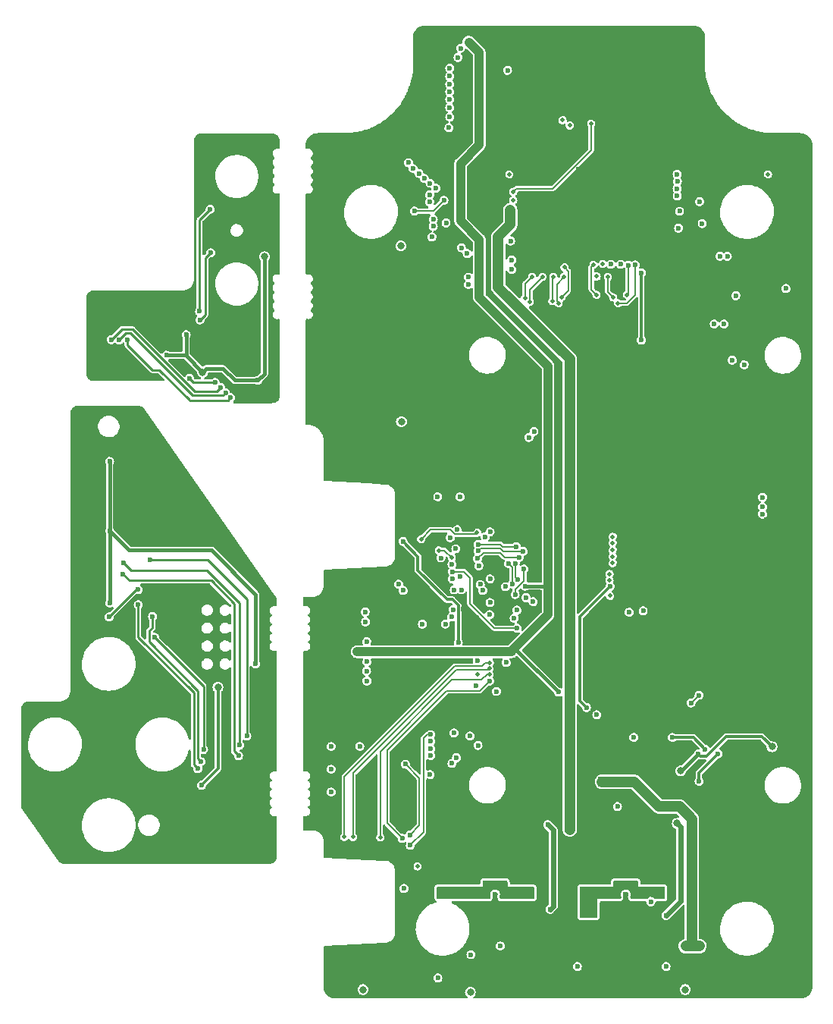
<source format=gbr>
%TF.GenerationSoftware,KiCad,Pcbnew,5.99.0-1.20210329git38c849b.fc33*%
%TF.CreationDate,2021-04-01T23:54:55+01:00*%
%TF.ProjectId,safeproject-panel-r2,73616665-7072-46f6-9a65-63742d70616e,rev?*%
%TF.SameCoordinates,Original*%
%TF.FileFunction,Copper,L4,Bot*%
%TF.FilePolarity,Positive*%
%FSLAX46Y46*%
G04 Gerber Fmt 4.6, Leading zero omitted, Abs format (unit mm)*
G04 Created by KiCad (PCBNEW 5.99.0-1.20210329git38c849b.fc33) date 2021-04-01 23:54:55*
%MOMM*%
%LPD*%
G01*
G04 APERTURE LIST*
%TA.AperFunction,ComponentPad*%
%ADD10O,0.950000X1.250000*%
%TD*%
%TA.AperFunction,ComponentPad*%
%ADD11O,1.550000X0.890000*%
%TD*%
%TA.AperFunction,ComponentPad*%
%ADD12C,0.500000*%
%TD*%
%TA.AperFunction,SMDPad,CuDef*%
%ADD13R,2.650000X2.650000*%
%TD*%
%TA.AperFunction,ViaPad*%
%ADD14C,0.600000*%
%TD*%
%TA.AperFunction,ViaPad*%
%ADD15C,0.800000*%
%TD*%
%TA.AperFunction,ViaPad*%
%ADD16C,0.500000*%
%TD*%
%TA.AperFunction,Conductor*%
%ADD17C,0.300000*%
%TD*%
%TA.AperFunction,Conductor*%
%ADD18C,1.000000*%
%TD*%
%TA.AperFunction,Conductor*%
%ADD19C,0.400000*%
%TD*%
%TA.AperFunction,Conductor*%
%ADD20C,0.800000*%
%TD*%
%TA.AperFunction,Conductor*%
%ADD21C,1.200000*%
%TD*%
%TA.AperFunction,Conductor*%
%ADD22C,0.200000*%
%TD*%
%TA.AperFunction,Conductor*%
%ADD23C,0.600000*%
%TD*%
%TA.AperFunction,Conductor*%
%ADD24C,0.250000*%
%TD*%
G04 APERTURE END LIST*
D10*
%TO.P,J15,6,Shield*%
%TO.N,GND*%
X118000000Y-56550000D03*
D11*
X120700000Y-57550000D03*
X120700000Y-50550000D03*
D10*
X118000000Y-51550000D03*
%TD*%
D12*
%TO.P,U1,25,VSS_THERMAL*%
%TO.N,GND*%
X55325000Y-61900000D03*
X56400000Y-61900000D03*
X56400000Y-60825000D03*
X55325000Y-60825000D03*
X57475000Y-61900000D03*
X57475000Y-62975000D03*
X57475000Y-60825000D03*
X55325000Y-62975000D03*
D13*
X56400000Y-61900000D03*
D12*
X56400000Y-62975000D03*
%TD*%
D14*
%TO.N,/SHDNZ*%
X79600000Y-49050000D03*
X81850000Y-85575000D03*
%TO.N,/SCL*%
X82900000Y-50250000D03*
X90447200Y-71416400D03*
X90100000Y-89300000D03*
X82525000Y-29000000D03*
%TO.N,/SDA*%
X90900000Y-89750000D03*
X82800000Y-27975000D03*
X83550000Y-50900000D03*
X91006000Y-70756000D03*
%TO.N,/FSYNC*%
X85550000Y-82500000D03*
X82450000Y-81700000D03*
X81184994Y-47474990D03*
%TO.N,/BCLK*%
X79750000Y-47850000D03*
X81650000Y-82600000D03*
X84850000Y-85750000D03*
%TO.N,/SDOUT*%
X82275000Y-83850000D03*
X79750000Y-47050000D03*
%TO.N,GND*%
X96350000Y-28550000D03*
X91250000Y-29550000D03*
X95950000Y-40000000D03*
X75078696Y-87413782D03*
X87951315Y-87368591D03*
X95050000Y-28550000D03*
X117000000Y-93350000D03*
X94150000Y-45950000D03*
X106086000Y-120367200D03*
X103300000Y-47350000D03*
X107250000Y-41100000D03*
X107350000Y-55500000D03*
X99600000Y-40000000D03*
X66000000Y-46125000D03*
X117000000Y-90950000D03*
X103300000Y-45900000D03*
X79950000Y-87250000D03*
X112700000Y-63550000D03*
X88725000Y-96950000D03*
X109900000Y-114850000D03*
X121550000Y-86150000D03*
X69314400Y-87164400D03*
X93944800Y-118001600D03*
X91575000Y-78325000D03*
X121550000Y-87350000D03*
X83400000Y-70100000D03*
X121550000Y-80150000D03*
X97850000Y-47350000D03*
X109600000Y-34900000D03*
X106800000Y-25850000D03*
X117000000Y-82550000D03*
X100300000Y-129972694D03*
X121400000Y-107050000D03*
X79900000Y-57450000D03*
X100650000Y-80750000D03*
X96725000Y-110850000D03*
X101250000Y-122949998D03*
X87400000Y-68050000D03*
X98450000Y-117036400D03*
X93698400Y-71950000D03*
X95050000Y-25900000D03*
X84100000Y-44550000D03*
X89900000Y-36650000D03*
X92268400Y-120519600D03*
X75950000Y-123450000D03*
X75150000Y-69650000D03*
X66000000Y-66050000D03*
X102210800Y-117036400D03*
X93698400Y-75350000D03*
X76800000Y-34250000D03*
X121550000Y-84950000D03*
X96825000Y-109100000D03*
X105000000Y-39950000D03*
X79900000Y-60150000D03*
X83300000Y-65150000D03*
X109650000Y-50750000D03*
X89424990Y-103123471D03*
X96225000Y-106775000D03*
X86400000Y-25850000D03*
X112700000Y-65200000D03*
X79900000Y-62550000D03*
X80174990Y-65150000D03*
X106594000Y-119808400D03*
X90709600Y-117036400D03*
X116400000Y-133450000D03*
X103775000Y-129725000D03*
X93800000Y-31950000D03*
X87150000Y-127000000D03*
X91400000Y-35550000D03*
X83400000Y-77350000D03*
X68806400Y-87164400D03*
X83100000Y-80150000D03*
X86650000Y-122425000D03*
X81400000Y-111600000D03*
X93800000Y-32900000D03*
X105250000Y-110250000D03*
X78800000Y-79825000D03*
X87600000Y-78950000D03*
X97850000Y-65650000D03*
X106125000Y-117025000D03*
X112100000Y-48850000D03*
X106594000Y-118690800D03*
X111427600Y-125823200D03*
X101450000Y-45900000D03*
X84100000Y-45950000D03*
X79600000Y-84475000D03*
X112975000Y-49525000D03*
X93698400Y-63200000D03*
X80752800Y-117036400D03*
X112700000Y-69050000D03*
X96350000Y-27150000D03*
X89800000Y-27250000D03*
X110700000Y-60700000D03*
X89800000Y-31950000D03*
X91024990Y-101523471D03*
X117000000Y-84950000D03*
X87600000Y-98150000D03*
X77075000Y-78175000D03*
X93800000Y-92350000D03*
X112900000Y-130950000D03*
X121550000Y-92150000D03*
X111884800Y-124451600D03*
X97850000Y-68650000D03*
X88850000Y-36650000D03*
X86000000Y-99850000D03*
X96850000Y-95650000D03*
X83750000Y-52300000D03*
X100600000Y-36450000D03*
X95050000Y-27150000D03*
X92350000Y-43000000D03*
X121550000Y-96950000D03*
X112200000Y-36050000D03*
X73600000Y-75850000D03*
X103250000Y-39950000D03*
X104450000Y-32650000D03*
X89800000Y-29850000D03*
X79900000Y-53230000D03*
X109700000Y-52250000D03*
X93698400Y-68650000D03*
X79626800Y-93666800D03*
X76874990Y-87250000D03*
X105025000Y-117025000D03*
X104950000Y-47350000D03*
X101250000Y-122425000D03*
X121400000Y-65450000D03*
X77050000Y-79950000D03*
X106695600Y-129968400D03*
X84650000Y-91550000D03*
X86650000Y-123475000D03*
X103000000Y-113350000D03*
X70400000Y-38050000D03*
X93723800Y-91406200D03*
X104450000Y-27050000D03*
X121400000Y-102650000D03*
X109600000Y-32450000D03*
X114600000Y-76800000D03*
X74600000Y-128250000D03*
X80300000Y-75050000D03*
X68000000Y-75450000D03*
X112700000Y-74500000D03*
X93698400Y-65650000D03*
X117000000Y-94550000D03*
X97275000Y-105900000D03*
X97850000Y-78000000D03*
X100026400Y-117036400D03*
X113200000Y-78500000D03*
X79435632Y-83705175D03*
X87875000Y-83000000D03*
X88550000Y-37600000D03*
X84600000Y-92900000D03*
X121550000Y-95750000D03*
X82600000Y-25850000D03*
X83100000Y-81350000D03*
X101450000Y-41500000D03*
X121400000Y-41250000D03*
X109700000Y-52950000D03*
X99650000Y-47400000D03*
X110700000Y-67150000D03*
X106594000Y-118132000D03*
X99600000Y-48850000D03*
X91234600Y-90491800D03*
X121550000Y-81350000D03*
X101250000Y-125950000D03*
X87610800Y-117036400D03*
X93800000Y-33600000D03*
X113725000Y-54300000D03*
X86550000Y-33400000D03*
X112700000Y-72650000D03*
X115950000Y-130950000D03*
X94950000Y-118001600D03*
X82900000Y-83425000D03*
X101150000Y-117036400D03*
X75650000Y-90100000D03*
X82050000Y-111600000D03*
X92800000Y-93550000D03*
X93698400Y-81150000D03*
X103300000Y-48850000D03*
X112700000Y-67100000D03*
X80550000Y-83250000D03*
X109600000Y-34150000D03*
X93698400Y-78000000D03*
X104450000Y-29650000D03*
X89800000Y-80450000D03*
X95050000Y-30850000D03*
X117000000Y-89750000D03*
X110700000Y-72700000D03*
X86550000Y-117036400D03*
X121400000Y-70250000D03*
X94859200Y-129968400D03*
X83125010Y-90568000D03*
X90600000Y-95650000D03*
X92268400Y-118284400D03*
X94950000Y-117036400D03*
X97800000Y-40000000D03*
X108450000Y-40400000D03*
X109900000Y-115600000D03*
X109400000Y-53900000D03*
X103250000Y-42950000D03*
X92350000Y-47400000D03*
X79424990Y-82800000D03*
X92350000Y-44450000D03*
X86150000Y-55500000D03*
X87150000Y-126500000D03*
X86650000Y-122949998D03*
X83044255Y-85211732D03*
X75400000Y-118650000D03*
X107200000Y-52350000D03*
X97850000Y-43000000D03*
X66000000Y-62850000D03*
X87300000Y-33400000D03*
X90600000Y-41500000D03*
X94150000Y-47400000D03*
X80174990Y-79850000D03*
X121550000Y-89750000D03*
X116925000Y-80625000D03*
X112700000Y-71050000D03*
X80250000Y-77200000D03*
X99650000Y-41500000D03*
X74300000Y-69650000D03*
X96350000Y-25900000D03*
X82650000Y-105650000D03*
X109400000Y-28050000D03*
X84100000Y-45250000D03*
X91800000Y-36600000D03*
X90700000Y-90950000D03*
X101450000Y-48850000D03*
X85450000Y-70100000D03*
X121400000Y-120650000D03*
X111250000Y-130750000D03*
X88626800Y-117036400D03*
X87602400Y-93350000D03*
X93698400Y-84050000D03*
X96000000Y-43000000D03*
X113250000Y-75450000D03*
X104450000Y-31100000D03*
X101050000Y-34500000D03*
X100708800Y-125400000D03*
X73050000Y-87000000D03*
X105050000Y-43000000D03*
X97800000Y-41500000D03*
X106594000Y-119249600D03*
X101250000Y-123475000D03*
X104950000Y-45850000D03*
X83400000Y-74950000D03*
X93081200Y-128495200D03*
X79050000Y-90124990D03*
X113500000Y-110275000D03*
X121550000Y-98150000D03*
X109600000Y-48750000D03*
X97950000Y-127350000D03*
X105600000Y-36500000D03*
X117000000Y-83750000D03*
X93825000Y-98700000D03*
X104450000Y-28350000D03*
X97950000Y-126850000D03*
X86250000Y-125350000D03*
X110750000Y-48850000D03*
X89200000Y-53250000D03*
X86250000Y-125850000D03*
X103000000Y-112650000D03*
X84410400Y-117036400D03*
X121550000Y-88550000D03*
X117000000Y-95750000D03*
X105600000Y-111550000D03*
X111900000Y-77100000D03*
X80752800Y-120186000D03*
X85426400Y-117036400D03*
X97850000Y-71950000D03*
X110650000Y-75800000D03*
X101450000Y-47400000D03*
X66000000Y-52300000D03*
X94150000Y-41500000D03*
X110700000Y-65250000D03*
X87800000Y-92100011D03*
X97850000Y-63200000D03*
X93800000Y-29500000D03*
X94200000Y-44450000D03*
X92268400Y-119960800D03*
X116925000Y-81725000D03*
X92268400Y-119402000D03*
X66000000Y-69250000D03*
X97704000Y-129968400D03*
X93550000Y-35550000D03*
X103250000Y-41500000D03*
X107200000Y-53000000D03*
X121400000Y-49050000D03*
X121550000Y-82550000D03*
X89800000Y-25950000D03*
X87713439Y-88913439D03*
X83100000Y-78950000D03*
X121550000Y-90950000D03*
X83400000Y-68050000D03*
X110700000Y-61900000D03*
X113800000Y-50400000D03*
X86100000Y-84950000D03*
X87600000Y-81350000D03*
X117000000Y-92150000D03*
X87650000Y-127000000D03*
X80752800Y-118001600D03*
X98000000Y-92300000D03*
X81650000Y-37650000D03*
X104300000Y-109200000D03*
X101500000Y-127125000D03*
X89800000Y-32900000D03*
X113798008Y-107348008D03*
X115400000Y-100300000D03*
X74400000Y-36650000D03*
X110700000Y-63550000D03*
X87650000Y-126500000D03*
X97029200Y-117036400D03*
X106086000Y-119808400D03*
X68000000Y-72450000D03*
X78800000Y-78300000D03*
X88400000Y-50550000D03*
X87400000Y-70100000D03*
X97850000Y-75350000D03*
X89693600Y-117036400D03*
X97950000Y-126350000D03*
X106250000Y-36500000D03*
X68100000Y-131900000D03*
X119200000Y-38450000D03*
X82429200Y-117036400D03*
X78400000Y-90150000D03*
X112150000Y-112570000D03*
X79900000Y-55050000D03*
X92600000Y-99950000D03*
X98350000Y-90625000D03*
X96350000Y-30150000D03*
X102050000Y-127125000D03*
X121400000Y-75250000D03*
X101800000Y-34500000D03*
X114300000Y-79600000D03*
X91500000Y-94850000D03*
X107350000Y-56150000D03*
X121550000Y-94550000D03*
X91650000Y-120519600D03*
X99650000Y-42950000D03*
X87600000Y-80150000D03*
X91650000Y-119960800D03*
X85450000Y-68050000D03*
X93944800Y-117036400D03*
X93698400Y-86700000D03*
X101500000Y-126625000D03*
X98475000Y-110900000D03*
X121400000Y-45250000D03*
X87900000Y-91000000D03*
X103226800Y-117036400D03*
X115600000Y-77800000D03*
X101450000Y-42950000D03*
X106594000Y-120367200D03*
X78400000Y-26250000D03*
X104450000Y-25900000D03*
X107250000Y-39650000D03*
X96000000Y-41500000D03*
X105050000Y-41500000D03*
X97850000Y-61550000D03*
X101450000Y-40000000D03*
X110800000Y-50750000D03*
X83400000Y-72650000D03*
X121550000Y-93350000D03*
X97950000Y-125850000D03*
X102025000Y-126600000D03*
X117000000Y-96950000D03*
X79118800Y-93666800D03*
X110700000Y-71100000D03*
X83650000Y-57243200D03*
X117000000Y-98150000D03*
X115800000Y-100750000D03*
X84575000Y-86600000D03*
X121550000Y-83750000D03*
X117000000Y-86150000D03*
X68150000Y-128850000D03*
X89800000Y-28700000D03*
X92268400Y-118843200D03*
X83650000Y-56100000D03*
X120200000Y-133450000D03*
X105250000Y-110900000D03*
X92350000Y-45950000D03*
X86800000Y-125350000D03*
X89800000Y-31000000D03*
X83445200Y-117036400D03*
X66000000Y-59850000D03*
X99650000Y-45950000D03*
X101250000Y-125375000D03*
X100700000Y-125950000D03*
X110700000Y-69100000D03*
X97850000Y-48850000D03*
X80752800Y-119068400D03*
X70600000Y-86650000D03*
X86800000Y-125850000D03*
%TO.N,+3V3*%
X87900000Y-95350000D03*
D15*
X107400000Y-108650000D03*
X83900000Y-133350000D03*
X107900000Y-133050000D03*
D14*
X83725000Y-27300000D03*
D15*
X72150000Y-95350000D03*
D14*
X84900000Y-38750000D03*
X93750000Y-99850000D03*
D15*
X71900000Y-133050000D03*
D14*
X109370000Y-106750000D03*
D15*
X117598008Y-105948008D03*
X71250000Y-95350000D03*
D14*
X92580800Y-63450000D03*
X92580800Y-71019200D03*
X90023790Y-88020000D03*
%TO.N,+1V8*%
X96859116Y-101575010D03*
X99500000Y-88050000D03*
X87900000Y-96550000D03*
%TO.N,/Power and input connector/Vin*%
X109000000Y-128200000D03*
X107750000Y-128200000D03*
X98450000Y-109550000D03*
X109700000Y-128200000D03*
X100325000Y-112625000D03*
X98450000Y-110150000D03*
X108400000Y-128200000D03*
%TO.N,/Modem/UIM_SIM_DET*%
X88400000Y-49500000D03*
X76629600Y-107890800D03*
X81850000Y-107800000D03*
X77150000Y-115800000D03*
%TO.N,/Modem/UIM_VCC*%
X82352650Y-107170750D03*
X68349200Y-110989600D03*
X79474400Y-106925600D03*
X107006594Y-44456594D03*
X79400000Y-109050000D03*
%TO.N,/USB-UART bridge/CP2102_VDD*%
X106450000Y-104900000D03*
X110110000Y-106210000D03*
%TO.N,/Modem/UIM_RESET_N*%
X68349200Y-108449600D03*
X79474400Y-106163600D03*
X83850000Y-104750000D03*
X107000000Y-42050000D03*
%TO.N,/Modem/UIM_DATA*%
X71549600Y-105909600D03*
X107025435Y-42837754D03*
X77200000Y-116950000D03*
X79474400Y-104588800D03*
X82075000Y-104400000D03*
%TO.N,/Modem/UIM_CLK_R*%
X79474400Y-105350800D03*
X68349200Y-105909600D03*
%TO.N,/Power and input connector/VIN_DCDC_3V7*%
X104650000Y-121950000D03*
X97009600Y-124136400D03*
X97609600Y-124736400D03*
X97009600Y-124736400D03*
X105250000Y-121950000D03*
X104650000Y-122550000D03*
X97609600Y-124136400D03*
X105250000Y-122550000D03*
%TO.N,/SD_DAT2*%
X81800000Y-91450000D03*
X86100000Y-81950000D03*
X72350000Y-98600000D03*
%TO.N,/SD_DAT3*%
X72300000Y-97500000D03*
X81960000Y-90640000D03*
X85300000Y-88500000D03*
%TO.N,/SD_CMD*%
X82890000Y-88430000D03*
X72350000Y-96450000D03*
%TO.N,/SD_CLK*%
X85000000Y-87824800D03*
X72320000Y-94220000D03*
X82100000Y-88430000D03*
%TO.N,/SD_DAT0*%
X81875000Y-87225000D03*
X72200000Y-92000000D03*
X75874990Y-87803728D03*
%TO.N,/SD_DAT1*%
X82726439Y-86928853D03*
X76400000Y-88500000D03*
X72150000Y-90900000D03*
%TO.N,/SD_nDET*%
X81100000Y-92250000D03*
X87805600Y-88078800D03*
%TO.N,/LED driver\u002C LED board connections/LED3_B*%
X79350000Y-45150000D03*
X81500000Y-36850000D03*
%TO.N,VBUS*%
X111560000Y-106730000D03*
X109450000Y-109800000D03*
%TO.N,/USB-OTG flashing interface/OTG_USB_DP*%
X119150000Y-54800000D03*
X113550000Y-55600000D03*
%TO.N,/USB_DN*%
X116548167Y-79177775D03*
X112250000Y-58750000D03*
%TO.N,/USB_DP*%
X111150000Y-58750000D03*
X116548167Y-79977775D03*
%TO.N,/USB_OTG_ID*%
X116550000Y-78100000D03*
X113150000Y-62800000D03*
%TO.N,/Power and input connector/VIN_DCDC_5*%
X90650000Y-122550000D03*
X90650000Y-121950000D03*
X80550000Y-122550000D03*
X90050000Y-122550000D03*
X81150000Y-122550000D03*
X90050000Y-121950000D03*
X80550000Y-121950000D03*
X81150000Y-121950000D03*
D16*
%TO.N,Net-(J1-Pad1)*%
X90000000Y-55850000D03*
X90802800Y-53484000D03*
D14*
%TO.N,/RXD*%
X89100000Y-90700000D03*
X86096239Y-89853761D03*
%TO.N,/TXD*%
X88800000Y-91600000D03*
X108550000Y-101050000D03*
X109450000Y-100200000D03*
X86050000Y-91200000D03*
%TO.N,/LED driver\u002C LED board connections/LED3_G*%
X79350000Y-44350000D03*
X81600000Y-35650000D03*
%TO.N,/nPWR_LED*%
X80950000Y-44950000D03*
X77650000Y-46150000D03*
X76475000Y-121775000D03*
%TO.N,/LED driver\u002C LED board connections/LED2_B*%
X80050000Y-43600000D03*
X81600000Y-34600000D03*
%TO.N,/LED driver\u002C LED board connections/LED2_G*%
X81600000Y-33700000D03*
X79400000Y-43050000D03*
%TO.N,/LED driver\u002C LED board connections/LED2_R*%
X78750000Y-42500000D03*
X81600000Y-32850000D03*
%TO.N,/LED driver\u002C LED board connections/LED1_B*%
X78150000Y-41950000D03*
X81600000Y-32000000D03*
%TO.N,/LED driver\u002C LED board connections/LED1_G*%
X77500000Y-41400000D03*
X81600000Y-31100000D03*
%TO.N,/LED driver\u002C LED board connections/LED1_R*%
X81600000Y-30200000D03*
X77000000Y-40750000D03*
%TO.N,+5V*%
X82550000Y-94300000D03*
D15*
X76200000Y-69650000D03*
X76124990Y-50050000D03*
D14*
X76375000Y-83025000D03*
X92800000Y-124100000D03*
X92550000Y-114650000D03*
%TO.N,Net-(D7-Pad1)*%
X105750000Y-130475000D03*
X103200000Y-90775000D03*
%TO.N,/POWER_ON_N*%
X88575000Y-87775000D03*
X88175000Y-85500000D03*
%TO.N,/RESET_IN_N*%
X88900000Y-85475000D03*
X89175000Y-87300000D03*
%TO.N,/WAKE*%
X89890000Y-86100000D03*
X88900000Y-88950000D03*
%TO.N,/SAFE_PWR_REMOVE*%
X84700000Y-84950000D03*
X89350000Y-84800000D03*
%TO.N,/WAKE_ON_WWAN*%
X89800000Y-84125000D03*
X84750000Y-84100000D03*
%TO.N,/TX_ON*%
X89000000Y-83600000D03*
X84750000Y-83350000D03*
D16*
%TO.N,/Modem/1V8_TX_ON*%
X88700000Y-44950000D03*
X99800000Y-82500000D03*
%TO.N,/Modem/1V8_WAKE_ON_WWAN*%
X117150000Y-42050000D03*
X99800000Y-83200000D03*
%TO.N,/Modem/1V8_SAFE_PWR_REMOVE*%
X88250000Y-42050000D03*
X99800000Y-84000000D03*
%TO.N,/Modem/1V8_RESET_OUT_N*%
X99800000Y-84700000D03*
X95000000Y-36600000D03*
%TO.N,/Modem/1V8_WAKE*%
X99800000Y-85450000D03*
X98008507Y-53450000D03*
%TO.N,/Modem/1V8_BOOT_MODE*%
X99450000Y-86650000D03*
X94200000Y-36000000D03*
%TO.N,/Modem/1V8_RESET_IN_N*%
X99450000Y-87350000D03*
X98700000Y-52050000D03*
%TO.N,/Modem/1V8_POWER_ON_N*%
X97400000Y-36400000D03*
X99500000Y-89100000D03*
X88700000Y-44000000D03*
D14*
%TO.N,/MODEM_USB_DN*%
X99600000Y-52100000D03*
X112600000Y-51200000D03*
%TO.N,/MODEM_USB_DP*%
X100700000Y-52100000D03*
X111800000Y-51200000D03*
%TO.N,/nLEDS_ENABLE*%
X88050000Y-30450000D03*
X80250000Y-78050000D03*
X82750000Y-78050000D03*
X86100000Y-87200000D03*
D16*
%TO.N,Net-(J9-Pad1)*%
X101400000Y-55500000D03*
D14*
X101550000Y-52200000D03*
%TO.N,Net-(J8-Pad1)*%
X102300000Y-52155002D03*
D16*
X100400000Y-56450000D03*
%TO.N,Net-(J7-Pad1)*%
X99250000Y-53500000D03*
X99862510Y-55784517D03*
%TO.N,Net-(J6-Pad1)*%
X97650000Y-52150000D03*
X98000000Y-55500000D03*
%TO.N,Net-(J5-Pad1)*%
X94400001Y-52439462D03*
X94100000Y-55750000D03*
%TO.N,Net-(J4-Pad1)*%
X93750000Y-56450000D03*
X94362490Y-53500000D03*
%TO.N,Net-(J3-Pad1)*%
X93050000Y-56200000D03*
X93190400Y-53484000D03*
%TO.N,Net-(J2-Pad1)*%
X90550000Y-56300000D03*
X91950000Y-53500000D03*
D14*
%TO.N,+3V7*%
X103000000Y-60550000D03*
X103000000Y-53050000D03*
X95300000Y-114550000D03*
X105750000Y-124800000D03*
X94700000Y-114550000D03*
X94125000Y-61775000D03*
X94700000Y-115250000D03*
X88350000Y-47150000D03*
X95300000Y-115250000D03*
X88350000Y-46050000D03*
D15*
X107000000Y-114500000D03*
D14*
X88350000Y-47700000D03*
X88350000Y-46600000D03*
%TO.N,/Modem/UIM_CLK*%
X107000000Y-43650000D03*
X84750000Y-105800000D03*
%TO.N,/GLOBAL_EN_o*%
X84500000Y-99100000D03*
X78550000Y-92250000D03*
%TO.N,/nRPIBOOT*%
X86800000Y-99775000D03*
X98025000Y-102375000D03*
X84700000Y-96350000D03*
X114481118Y-63317931D03*
%TO.N,/3V7_EN*%
X102150000Y-104900000D03*
X81900000Y-86400000D03*
X104054000Y-123262800D03*
X89125000Y-92725000D03*
%TO.N,Net-(D1-Pad1)*%
X80275000Y-131750000D03*
X83975000Y-129150000D03*
%TO.N,Net-(D3-Pad2)*%
X95850000Y-130475000D03*
X101650000Y-90925000D03*
%TO.N,Net-(T10-Pad1)*%
X107160400Y-48048400D03*
X109800000Y-47550000D03*
%TO.N,Net-(T11-Pad1)*%
X109497200Y-45102000D03*
X107262000Y-46168800D03*
D16*
%TO.N,/nPWR_LED_BUF*%
X84700000Y-97900000D03*
X78000000Y-119300000D03*
D14*
%TO.N,Net-(T8-Pad1)*%
X83690800Y-53534800D03*
X88516800Y-51604400D03*
%TO.N,Net-(T9-Pad1)*%
X83690800Y-54347600D03*
X88516800Y-52671200D03*
%TO.N,Net-(Module1-Pad21)*%
X87225000Y-128175000D03*
X80600000Y-84875000D03*
D16*
%TO.N,Net-(Module1-Pad35)*%
X80375000Y-84025000D03*
X81825000Y-84850000D03*
%TO.N,Net-(Module1-Pad36)*%
X84650000Y-82050000D03*
X78400000Y-82775000D03*
%TO.N,Net-(Module1-Pad92)*%
X86078400Y-96562400D03*
X69822400Y-116018800D03*
%TO.N,Net-(Module1-Pad94)*%
X86027600Y-97222800D03*
X70787600Y-116018800D03*
%TO.N,Net-(Module1-Pad96)*%
X86027600Y-97883200D03*
X73835600Y-116069600D03*
D14*
%TO.N,Net-(Module1-Pad100)*%
X76274000Y-116171200D03*
X86043239Y-98610039D03*
D15*
%TO.N,GND*%
X53025000Y-109475000D03*
X57400000Y-109225000D03*
X52425000Y-89525000D03*
D14*
%TO.N,+3V3*%
X53850000Y-110250000D03*
D15*
X55700000Y-99300000D03*
D14*
%TO.N,Net-(LED1-Pad4)*%
X43550000Y-91450000D03*
X46800000Y-88400000D03*
%TO.N,/LED1_B*%
X54100000Y-106250000D03*
X48625010Y-93725602D03*
%TO.N,/LED1_G*%
X48400000Y-91400000D03*
X53800000Y-107600000D03*
%TO.N,/LED1_R*%
X53450000Y-108400000D03*
X46800000Y-90100000D03*
%TO.N,/LED2_B*%
X58925010Y-104750000D03*
X48150000Y-85100000D03*
%TO.N,/LED2_G*%
X58125010Y-105750000D03*
X45150000Y-85450000D03*
%TO.N,/LED2_R*%
X58000000Y-106950000D03*
X45100000Y-86700000D03*
%TO.N,+5V*%
X43600000Y-81850000D03*
X43600000Y-89900000D03*
X43600000Y-74100000D03*
X59900000Y-96700000D03*
%TO.N,GND*%
X54350000Y-47700000D03*
D15*
X52450000Y-63900000D03*
D14*
X54350000Y-48800000D03*
X43100000Y-60050000D03*
X53400000Y-61950000D03*
X59800000Y-61250000D03*
X42500000Y-60050000D03*
X62150000Y-64300000D03*
X60150000Y-58650000D03*
X61900000Y-45250000D03*
X58450000Y-64349990D03*
X61800000Y-66850000D03*
X50126254Y-59755944D03*
X54250000Y-59750000D03*
X61850000Y-59250000D03*
%TO.N,+3V3*%
X60150000Y-65050000D03*
X49950000Y-62250000D03*
D15*
X60900000Y-51250000D03*
X54000000Y-64150000D03*
D14*
X52150000Y-59950000D03*
%TO.N,/SDOUT*%
X56000000Y-65850000D03*
X43800000Y-60500000D03*
%TO.N,/BCLK*%
X56547068Y-66433725D03*
X44641949Y-60541949D03*
%TO.N,/FSYNC*%
X57136436Y-66974709D03*
X45600000Y-60500000D03*
%TO.N,Net-(TP1-Pad1)*%
X52516949Y-64833051D03*
X55374627Y-65274627D03*
%TO.N,Net-(R2-Pad2)*%
X54900000Y-50800000D03*
X53700000Y-58300000D03*
%TO.N,Net-(R1-Pad2)*%
X54850000Y-45950000D03*
X53650000Y-57350000D03*
%TD*%
D17*
%TO.N,+3V3*%
X112480000Y-104810000D02*
X116460000Y-104810000D01*
X116460000Y-104810000D02*
X117598008Y-105948008D01*
D18*
X92580800Y-91219200D02*
X92580800Y-88180800D01*
X84900000Y-38750000D02*
X84900000Y-28475000D01*
X88450000Y-95350000D02*
X92580800Y-91219200D01*
D19*
X107470000Y-108650000D02*
X109370000Y-106750000D01*
X88825000Y-94975000D02*
X88875000Y-94975000D01*
X88875000Y-94975000D02*
X93750000Y-99850000D01*
D18*
X82800000Y-40850000D02*
X84900000Y-38750000D01*
X84900000Y-55769200D02*
X84900000Y-49350000D01*
X87100000Y-95350000D02*
X88500000Y-95350000D01*
X92580800Y-71019200D02*
X92580800Y-63450000D01*
D20*
X88450000Y-95350000D02*
X87900000Y-95350000D01*
D19*
X107400000Y-108650000D02*
X107470000Y-108650000D01*
D17*
X109370000Y-106750000D02*
X109610000Y-106990000D01*
X110300000Y-106990000D02*
X112480000Y-104810000D01*
D19*
X92580800Y-88180800D02*
X92420000Y-88020000D01*
D18*
X87100000Y-95350000D02*
X71250000Y-95350000D01*
X84900000Y-49350000D02*
X82800000Y-47250000D01*
X84900000Y-28475000D02*
X83725000Y-27300000D01*
X88450000Y-95350000D02*
X87100000Y-95350000D01*
X82800000Y-47250000D02*
X82800000Y-40850000D01*
D19*
X88500000Y-95300000D02*
X88825000Y-94975000D01*
D18*
X92580800Y-63450000D02*
X84900000Y-55769200D01*
D19*
X88500000Y-95350000D02*
X88500000Y-95300000D01*
D18*
X92580800Y-88180800D02*
X92580800Y-71019200D01*
D19*
X92420000Y-88020000D02*
X90023790Y-88020000D01*
D17*
X109610000Y-106990000D02*
X110300000Y-106990000D01*
%TO.N,+1V8*%
X96100000Y-100815894D02*
X96859116Y-101575010D01*
X96100000Y-91450000D02*
X96100000Y-100815894D01*
X99500000Y-88050000D02*
X96100000Y-91450000D01*
D21*
%TO.N,/Power and input connector/Vin*%
X107275000Y-112625000D02*
X104975000Y-112625000D01*
X108650000Y-128200000D02*
X108650000Y-114000000D01*
X102200000Y-109850000D02*
X98600000Y-109850000D01*
X108650000Y-128200000D02*
X109500000Y-128200000D01*
X104975000Y-112625000D02*
X102200000Y-109850000D01*
X108650000Y-128200000D02*
X107950000Y-128200000D01*
X108650000Y-114000000D02*
X107275000Y-112625000D01*
D22*
%TO.N,/Modem/UIM_SIM_DET*%
X78200000Y-109461200D02*
X78200000Y-114750000D01*
X78200000Y-114750000D02*
X77150000Y-115800000D01*
X76629600Y-107890800D02*
X78200000Y-109461200D01*
D17*
%TO.N,/USB-UART bridge/CP2102_VDD*%
X108800000Y-104900000D02*
X110110000Y-106210000D01*
X106450000Y-104900000D02*
X108800000Y-104900000D01*
D22*
%TO.N,/Modem/UIM_DATA*%
X78675000Y-115475000D02*
X77200000Y-116950000D01*
X78675000Y-115325000D02*
X78675000Y-115475000D01*
X79086200Y-104588800D02*
X78675000Y-105000000D01*
X79474400Y-104588800D02*
X79086200Y-104588800D01*
X78675000Y-105000000D02*
X78675000Y-115325000D01*
D17*
%TO.N,VBUS*%
X109450000Y-108840000D02*
X111560000Y-106730000D01*
X109450000Y-109800000D02*
X109450000Y-108840000D01*
D22*
%TO.N,Net-(J1-Pad1)*%
X90000000Y-55850000D02*
X90000000Y-54286800D01*
X90000000Y-54286800D02*
X90802800Y-53484000D01*
%TO.N,/TXD*%
X108550000Y-101050000D02*
X108600000Y-101050000D01*
X108600000Y-101050000D02*
X109450000Y-100200000D01*
%TO.N,/nPWR_LED*%
X80950000Y-44950000D02*
X79750000Y-46150000D01*
X79750000Y-46150000D02*
X77650000Y-46150000D01*
D17*
%TO.N,+5V*%
X78050000Y-84700000D02*
X76375000Y-83025000D01*
X82550000Y-94300000D02*
X82550000Y-90180000D01*
X82550000Y-90180000D02*
X81894999Y-89524999D01*
D23*
X92550000Y-114650000D02*
X93150000Y-115250000D01*
X93150000Y-123750000D02*
X92800000Y-124100000D01*
D17*
X81274999Y-89524999D02*
X78050000Y-86300000D01*
X78050000Y-86300000D02*
X78050000Y-84700000D01*
D23*
X93150000Y-115250000D02*
X93150000Y-123750000D01*
D17*
X81894999Y-89524999D02*
X81274999Y-89524999D01*
D22*
%TO.N,/POWER_ON_N*%
X88575000Y-85900000D02*
X88175000Y-85500000D01*
X88575000Y-87775000D02*
X88575000Y-85900000D01*
%TO.N,/RESET_IN_N*%
X88900000Y-85475000D02*
X88900000Y-87025000D01*
X88900000Y-87025000D02*
X89175000Y-87300000D01*
%TO.N,/WAKE*%
X89890000Y-86100000D02*
X89890000Y-87410000D01*
X88900000Y-88400000D02*
X88900000Y-88950000D01*
X89890000Y-87410000D02*
X88900000Y-88400000D01*
%TO.N,/SAFE_PWR_REMOVE*%
X87253687Y-84300000D02*
X87753687Y-84800000D01*
X85350000Y-84300000D02*
X87253687Y-84300000D01*
X84700000Y-84950000D02*
X85350000Y-84300000D01*
X87753687Y-84800000D02*
X89350000Y-84800000D01*
%TO.N,/WAKE_ON_WWAN*%
X84750000Y-84100000D02*
X85000000Y-83850000D01*
X87263335Y-83850000D02*
X87538335Y-84125000D01*
X87538335Y-84125000D02*
X89800000Y-84125000D01*
X85000000Y-83850000D02*
X87263335Y-83850000D01*
%TO.N,/TX_ON*%
X87472983Y-83600000D02*
X89000000Y-83600000D01*
X87222983Y-83350000D02*
X87472983Y-83600000D01*
X84750000Y-83350000D02*
X87222983Y-83350000D01*
%TO.N,/Modem/1V8_POWER_ON_N*%
X89050000Y-43650000D02*
X88700000Y-44000000D01*
X93100000Y-43650000D02*
X89050000Y-43650000D01*
X97400000Y-36400000D02*
X97400000Y-39350000D01*
X97400000Y-39350000D02*
X93100000Y-43650000D01*
%TO.N,Net-(J9-Pad1)*%
X101550000Y-54050000D02*
X101550000Y-52200000D01*
X101550000Y-52200000D02*
X101550000Y-55350000D01*
X101550000Y-55350000D02*
X101400000Y-55500000D01*
%TO.N,Net-(J8-Pad1)*%
X101350000Y-56450000D02*
X100400000Y-56450000D01*
X102300000Y-52155002D02*
X102300000Y-55500000D01*
X102300000Y-55500000D02*
X101350000Y-56450000D01*
%TO.N,Net-(J7-Pad1)*%
X99250000Y-55172007D02*
X99862510Y-55784517D01*
X99250000Y-53500000D02*
X99250000Y-55172007D01*
%TO.N,Net-(J6-Pad1)*%
X98000000Y-55500000D02*
X97400000Y-54900000D01*
X97400000Y-52400000D02*
X97650000Y-52150000D01*
X97400000Y-54900000D02*
X97400000Y-52400000D01*
%TO.N,Net-(J5-Pad1)*%
X94400001Y-52439462D02*
X94850000Y-52889461D01*
X94850000Y-55000000D02*
X94100000Y-55750000D01*
X94850000Y-52889461D02*
X94850000Y-55000000D01*
%TO.N,Net-(J4-Pad1)*%
X93550000Y-56250000D02*
X93750000Y-56450000D01*
X93550000Y-54312490D02*
X93550000Y-56250000D01*
X94362490Y-53500000D02*
X93550000Y-54312490D01*
%TO.N,Net-(J3-Pad1)*%
X93050000Y-53624400D02*
X93050000Y-56200000D01*
X93190400Y-53484000D02*
X93050000Y-53624400D01*
%TO.N,Net-(J2-Pad1)*%
X90550000Y-54900000D02*
X91950000Y-53500000D01*
X90550000Y-56300000D02*
X90550000Y-54900000D01*
D21*
%TO.N,+3V7*%
X95000000Y-62850000D02*
X95000000Y-62650000D01*
D17*
X103000000Y-53050000D02*
X103000000Y-57250000D01*
D21*
X88350000Y-46050000D02*
X88350000Y-47700000D01*
D17*
X95300000Y-115150000D02*
X95300000Y-115250000D01*
D23*
X107394001Y-114894001D02*
X107394001Y-123155999D01*
D21*
X95000000Y-62650000D02*
X87000000Y-54650000D01*
D17*
X103000000Y-57250000D02*
X103000000Y-60550000D01*
D22*
X107150000Y-114650000D02*
X107000000Y-114500000D01*
D21*
X87000000Y-54650000D02*
X87000000Y-49050000D01*
X87000000Y-49050000D02*
X88350000Y-47700000D01*
D17*
X95000000Y-114850000D02*
X95300000Y-115150000D01*
D23*
X107394001Y-123155999D02*
X105750000Y-124800000D01*
X107150000Y-114650000D02*
X107394001Y-114894001D01*
D21*
X95000000Y-115200000D02*
X95000000Y-62850000D01*
D22*
%TO.N,/3V7_EN*%
X83850000Y-90000000D02*
X83850000Y-87100000D01*
X83150000Y-86400000D02*
X81900000Y-86400000D01*
X89125000Y-92725000D02*
X86575000Y-92725000D01*
X83850000Y-87100000D02*
X83150000Y-86400000D01*
X86575000Y-92725000D02*
X83850000Y-90000000D01*
%TO.N,Net-(Module1-Pad35)*%
X81000000Y-84025000D02*
X80375000Y-84025000D01*
X81825000Y-84850000D02*
X81000000Y-84025000D01*
%TO.N,Net-(Module1-Pad36)*%
X84650000Y-82050000D02*
X84474989Y-82225011D01*
X79450000Y-81725000D02*
X78400000Y-82775000D01*
X84474989Y-82225011D02*
X82125011Y-82225011D01*
X81625000Y-81725000D02*
X79450000Y-81725000D01*
X82125011Y-82225011D02*
X81625000Y-81725000D01*
%TO.N,Net-(Module1-Pad92)*%
X85570400Y-96562400D02*
X85191111Y-96941689D01*
X82158311Y-96941689D02*
X69822400Y-109277600D01*
X69822400Y-109277600D02*
X69822400Y-116018800D01*
X85191111Y-96941689D02*
X82158311Y-96941689D01*
X86078400Y-96562400D02*
X85570400Y-96562400D01*
%TO.N,Net-(Module1-Pad94)*%
X86027600Y-97222800D02*
X85900400Y-97350000D01*
X70787600Y-108912400D02*
X70787600Y-116018800D01*
X82350000Y-97350000D02*
X70787600Y-108912400D01*
X85900400Y-97350000D02*
X82350000Y-97350000D01*
%TO.N,Net-(Module1-Pad96)*%
X73835600Y-106464400D02*
X73835600Y-116069600D01*
X86027600Y-97883200D02*
X85766800Y-97883200D01*
X85150000Y-98500000D02*
X81800000Y-98500000D01*
X85766800Y-97883200D02*
X85150000Y-98500000D01*
X81800000Y-98500000D02*
X73835600Y-106464400D01*
%TO.N,Net-(Module1-Pad100)*%
X74597600Y-106352400D02*
X81250000Y-99700000D01*
X76274000Y-116171200D02*
X74597600Y-114494800D01*
X84953278Y-99700000D02*
X86043239Y-98610039D01*
X74597600Y-114494800D02*
X74597600Y-106352400D01*
X81250000Y-99700000D02*
X84953278Y-99700000D01*
D17*
%TO.N,+3V3*%
X55700000Y-108400000D02*
X53850000Y-110250000D01*
X55700000Y-99300000D02*
X55700000Y-108400000D01*
D24*
%TO.N,Net-(LED1-Pad4)*%
X43550000Y-91450000D02*
X46600000Y-88400000D01*
X46600000Y-88400000D02*
X46800000Y-88400000D01*
%TO.N,/LED1_B*%
X54100000Y-99200592D02*
X48625010Y-93725602D01*
X54100000Y-106250000D02*
X54100000Y-99200592D01*
%TO.N,/LED1_G*%
X48400000Y-91400000D02*
X48400000Y-92650000D01*
X48000000Y-94263589D02*
X53450011Y-99713600D01*
X48400000Y-92650000D02*
X48000000Y-93050000D01*
X48000000Y-93050000D02*
X48000000Y-94263589D01*
X53450011Y-107250011D02*
X53800000Y-107600000D01*
X53450011Y-99713600D02*
X53450011Y-107250011D01*
%TO.N,/LED1_R*%
X53000000Y-99900000D02*
X46800000Y-93700000D01*
X53450000Y-108400000D02*
X53000000Y-107950000D01*
X46800000Y-93700000D02*
X46800000Y-90100000D01*
X53000000Y-107950000D02*
X53000000Y-99900000D01*
%TO.N,/LED2_B*%
X54550000Y-85100000D02*
X58925010Y-89475010D01*
X58925010Y-89475010D02*
X58925010Y-104750000D01*
X48150000Y-85100000D02*
X54550000Y-85100000D01*
%TO.N,/LED2_G*%
X46000000Y-86300000D02*
X54486410Y-86300000D01*
X54486410Y-86300000D02*
X58125010Y-89938600D01*
X58125010Y-89938600D02*
X58125010Y-105750000D01*
X45150000Y-85450000D02*
X46000000Y-86300000D01*
%TO.N,/LED2_R*%
X45100000Y-86700000D02*
X45800000Y-87400000D01*
X57500000Y-89950000D02*
X57500000Y-106450000D01*
X57500000Y-106450000D02*
X58000000Y-106950000D01*
X54950000Y-87400000D02*
X57500000Y-89950000D01*
X45800000Y-87400000D02*
X54950000Y-87400000D01*
D19*
%TO.N,+5V*%
X59900000Y-88950000D02*
X59900000Y-96700000D01*
X45750000Y-84000000D02*
X54950000Y-84000000D01*
X43600000Y-81850000D02*
X45750000Y-84000000D01*
X43600000Y-74100000D02*
X43600000Y-81850000D01*
X54950000Y-84000000D02*
X59900000Y-88950000D01*
X43600000Y-81850000D02*
X43600000Y-89900000D01*
%TO.N,+3V3*%
X57565700Y-65050000D02*
X60150000Y-65050000D01*
X52150000Y-59950000D02*
X52150000Y-62300000D01*
X60900000Y-64300000D02*
X60900000Y-51250000D01*
X56265700Y-63750000D02*
X57565700Y-65050000D01*
X52100000Y-62250000D02*
X52150000Y-62300000D01*
X49950000Y-62250000D02*
X52100000Y-62250000D01*
X54400000Y-63750000D02*
X56265700Y-63750000D01*
X60150000Y-65050000D02*
X60900000Y-64300000D01*
X52150000Y-62300000D02*
X54000000Y-64150000D01*
X54000000Y-64150000D02*
X54400000Y-63750000D01*
D24*
%TO.N,/SDOUT*%
X56000000Y-65850000D02*
X55550000Y-66300000D01*
X53100000Y-66300000D02*
X46150000Y-59350000D01*
X44950000Y-59350000D02*
X43800000Y-60500000D01*
X46150000Y-59350000D02*
X44950000Y-59350000D01*
X55550000Y-66300000D02*
X53100000Y-66300000D01*
%TO.N,/BCLK*%
X45886410Y-59800000D02*
X45383898Y-59800000D01*
X45383898Y-59800000D02*
X44641949Y-60541949D01*
X56230782Y-66750011D02*
X52836421Y-66750011D01*
X52836421Y-66750011D02*
X45886410Y-59800000D01*
X56547068Y-66433725D02*
X56230782Y-66750011D01*
%TO.N,/FSYNC*%
X56836437Y-67274708D02*
X52524708Y-67274708D01*
X52500000Y-67250000D02*
X49150000Y-63900000D01*
X45600000Y-61100000D02*
X45600000Y-60500000D01*
X48400000Y-63900000D02*
X45600000Y-61100000D01*
X57136436Y-66974709D02*
X56836437Y-67274708D01*
X49150000Y-63900000D02*
X48400000Y-63900000D01*
X52524708Y-67274708D02*
X52500000Y-67250000D01*
%TO.N,Net-(TP1-Pad1)*%
X55374627Y-65274627D02*
X52958525Y-65274627D01*
X52958525Y-65274627D02*
X52516949Y-64833051D01*
%TO.N,Net-(R2-Pad2)*%
X53700000Y-58300000D02*
X54300000Y-57700000D01*
X54300000Y-51400000D02*
X54900000Y-50800000D01*
X54300000Y-57700000D02*
X54300000Y-51400000D01*
%TO.N,Net-(R1-Pad2)*%
X53650000Y-47150000D02*
X54850000Y-45950000D01*
X53650000Y-57350000D02*
X53650000Y-47150000D01*
%TD*%
%TA.AperFunction,Conductor*%
%TO.N,GND*%
G36*
X46796321Y-67902402D02*
G01*
X46796409Y-67901755D01*
X46803478Y-67902715D01*
X46810383Y-67904464D01*
X46817505Y-67904621D01*
X46817507Y-67904621D01*
X46900378Y-67906445D01*
X46921646Y-67908729D01*
X47051323Y-67933935D01*
X47074483Y-67940795D01*
X47191170Y-67987940D01*
X47193558Y-67988905D01*
X47214982Y-68000058D01*
X47322689Y-68070004D01*
X47341591Y-68085039D01*
X47436618Y-68176805D01*
X47450689Y-68192918D01*
X47503818Y-68265348D01*
X47509161Y-68269975D01*
X47513959Y-68275177D01*
X47513554Y-68275550D01*
X47526986Y-68290439D01*
X62116716Y-89126798D01*
X62120578Y-89132314D01*
X62129413Y-89149087D01*
X62130125Y-89148724D01*
X62133366Y-89155075D01*
X62135869Y-89161747D01*
X62188122Y-89240658D01*
X62198736Y-89260261D01*
X62254478Y-89389331D01*
X62262191Y-89413755D01*
X62290675Y-89551408D01*
X62293244Y-89573557D01*
X62295590Y-89660912D01*
X62295780Y-89667980D01*
X62297537Y-89674829D01*
X62298517Y-89681833D01*
X62297730Y-89681943D01*
X62300100Y-89700762D01*
X62300052Y-89868393D01*
X62300018Y-89990431D01*
X62300017Y-89993068D01*
X62297348Y-90018828D01*
X62294602Y-90031953D01*
X62294743Y-90039079D01*
X62294743Y-90039080D01*
X62295526Y-90078625D01*
X62296672Y-90136433D01*
X62296756Y-90140694D01*
X62278107Y-90209197D01*
X62225383Y-90256744D01*
X62155323Y-90268237D01*
X62147972Y-90266671D01*
X62147794Y-90266588D01*
X62146998Y-90266464D01*
X62146993Y-90266463D01*
X62064949Y-90253689D01*
X62038045Y-90249500D01*
X61965086Y-90249500D01*
X61926387Y-90255042D01*
X61867009Y-90263545D01*
X61867006Y-90263546D01*
X61858123Y-90264818D01*
X61849955Y-90268532D01*
X61849954Y-90268532D01*
X61832113Y-90276644D01*
X61727651Y-90324140D01*
X61720849Y-90330001D01*
X61694439Y-90352758D01*
X61619074Y-90417697D01*
X61541118Y-90537967D01*
X61538547Y-90546564D01*
X61538546Y-90546566D01*
X61518934Y-90612146D01*
X61500052Y-90675282D01*
X61499177Y-90818604D01*
X61501644Y-90827235D01*
X61501644Y-90827237D01*
X61535770Y-90946641D01*
X61538562Y-90956411D01*
X61615042Y-91077625D01*
X61621770Y-91083567D01*
X61703676Y-91155904D01*
X61741494Y-91215990D01*
X61740824Y-91286983D01*
X61702516Y-91345798D01*
X61619074Y-91417697D01*
X61541118Y-91537967D01*
X61538547Y-91546564D01*
X61538546Y-91546566D01*
X61514828Y-91625876D01*
X61500052Y-91675282D01*
X61499997Y-91684258D01*
X61499997Y-91684259D01*
X61499774Y-91720849D01*
X61499177Y-91818604D01*
X61501644Y-91827235D01*
X61501644Y-91827237D01*
X61526420Y-91913925D01*
X61538562Y-91956411D01*
X61615042Y-92077625D01*
X61621770Y-92083567D01*
X61703676Y-92155904D01*
X61741494Y-92215990D01*
X61740824Y-92286983D01*
X61702516Y-92345798D01*
X61619074Y-92417697D01*
X61541118Y-92537967D01*
X61538547Y-92546564D01*
X61538546Y-92546566D01*
X61527613Y-92583123D01*
X61500052Y-92675282D01*
X61499997Y-92684258D01*
X61499997Y-92684259D01*
X61499845Y-92709229D01*
X61499177Y-92818604D01*
X61501644Y-92827235D01*
X61501644Y-92827237D01*
X61533406Y-92938369D01*
X61538562Y-92956411D01*
X61615042Y-93077625D01*
X61621770Y-93083567D01*
X61703676Y-93155904D01*
X61741494Y-93215990D01*
X61740824Y-93286983D01*
X61702516Y-93345798D01*
X61619074Y-93417697D01*
X61541118Y-93537967D01*
X61538547Y-93546564D01*
X61538546Y-93546566D01*
X61529876Y-93575556D01*
X61500052Y-93675282D01*
X61499997Y-93684258D01*
X61499997Y-93684259D01*
X61499814Y-93714209D01*
X61499177Y-93818604D01*
X61501644Y-93827235D01*
X61501644Y-93827237D01*
X61533927Y-93940192D01*
X61538562Y-93956411D01*
X61615042Y-94077625D01*
X61621770Y-94083567D01*
X61703676Y-94155904D01*
X61741494Y-94215990D01*
X61740824Y-94286983D01*
X61702516Y-94345798D01*
X61619074Y-94417697D01*
X61541118Y-94537967D01*
X61538547Y-94546564D01*
X61538546Y-94546566D01*
X61531916Y-94568737D01*
X61500052Y-94675282D01*
X61499997Y-94684258D01*
X61499997Y-94684259D01*
X61499668Y-94738125D01*
X61499177Y-94818604D01*
X61501644Y-94827235D01*
X61501644Y-94827237D01*
X61535976Y-94947362D01*
X61538562Y-94956411D01*
X61615042Y-95077625D01*
X61621770Y-95083567D01*
X61666999Y-95123512D01*
X61722469Y-95172501D01*
X61852206Y-95233412D01*
X61861074Y-95234793D01*
X61861075Y-95234793D01*
X61867228Y-95235751D01*
X61961955Y-95250500D01*
X62034914Y-95250500D01*
X62137932Y-95235747D01*
X62137933Y-95235747D01*
X62141877Y-95235182D01*
X62141959Y-95235751D01*
X62206414Y-95235822D01*
X62266099Y-95274271D01*
X62295521Y-95338884D01*
X62296759Y-95359175D01*
X62294606Y-95467855D01*
X62296041Y-95474773D01*
X62296041Y-95474776D01*
X62297375Y-95481207D01*
X62300000Y-95506793D01*
X62300000Y-108418112D01*
X62297330Y-108443913D01*
X62294602Y-108456953D01*
X62294743Y-108464079D01*
X62294743Y-108464080D01*
X62295367Y-108495579D01*
X62296654Y-108560522D01*
X62296756Y-108565694D01*
X62278107Y-108634197D01*
X62225383Y-108681744D01*
X62155323Y-108693237D01*
X62147972Y-108691671D01*
X62147794Y-108691588D01*
X62146998Y-108691464D01*
X62146993Y-108691463D01*
X62081779Y-108681309D01*
X62038045Y-108674500D01*
X61965086Y-108674500D01*
X61923357Y-108680476D01*
X61867009Y-108688545D01*
X61867006Y-108688546D01*
X61858123Y-108689818D01*
X61727651Y-108749140D01*
X61619074Y-108842697D01*
X61541118Y-108962967D01*
X61538547Y-108971564D01*
X61538546Y-108971566D01*
X61515319Y-109049232D01*
X61500052Y-109100282D01*
X61499997Y-109109258D01*
X61499997Y-109109259D01*
X61499856Y-109132322D01*
X61499177Y-109243604D01*
X61501644Y-109252235D01*
X61501644Y-109252237D01*
X61532506Y-109360220D01*
X61538562Y-109381411D01*
X61615042Y-109502625D01*
X61621770Y-109508567D01*
X61703676Y-109580904D01*
X61741494Y-109640990D01*
X61740824Y-109711983D01*
X61702516Y-109770798D01*
X61619074Y-109842697D01*
X61541118Y-109962967D01*
X61538547Y-109971564D01*
X61538546Y-109971566D01*
X61521179Y-110029637D01*
X61500052Y-110100282D01*
X61499177Y-110243604D01*
X61501644Y-110252235D01*
X61501644Y-110252237D01*
X61529856Y-110350948D01*
X61538562Y-110381411D01*
X61615042Y-110502625D01*
X61621770Y-110508567D01*
X61703676Y-110580904D01*
X61741494Y-110640990D01*
X61740824Y-110711983D01*
X61702516Y-110770798D01*
X61619074Y-110842697D01*
X61541118Y-110962967D01*
X61538547Y-110971564D01*
X61538546Y-110971566D01*
X61513503Y-111055304D01*
X61500052Y-111100282D01*
X61499177Y-111243604D01*
X61501644Y-111252235D01*
X61501644Y-111252237D01*
X61535837Y-111371876D01*
X61538562Y-111381411D01*
X61615042Y-111502625D01*
X61621770Y-111508567D01*
X61703676Y-111580904D01*
X61741494Y-111640990D01*
X61740824Y-111711983D01*
X61702516Y-111770798D01*
X61619074Y-111842697D01*
X61541118Y-111962967D01*
X61538547Y-111971564D01*
X61538546Y-111971566D01*
X61532087Y-111993163D01*
X61500052Y-112100282D01*
X61499177Y-112243604D01*
X61501644Y-112252235D01*
X61501644Y-112252237D01*
X61532679Y-112360825D01*
X61538562Y-112381411D01*
X61615042Y-112502625D01*
X61621770Y-112508567D01*
X61703676Y-112580904D01*
X61741494Y-112640990D01*
X61740824Y-112711983D01*
X61702516Y-112770798D01*
X61619074Y-112842697D01*
X61541118Y-112962967D01*
X61538547Y-112971564D01*
X61538546Y-112971566D01*
X61527867Y-113007276D01*
X61500052Y-113100282D01*
X61499997Y-113109258D01*
X61499997Y-113109259D01*
X61499668Y-113163125D01*
X61499177Y-113243604D01*
X61501644Y-113252235D01*
X61501644Y-113252237D01*
X61535942Y-113372243D01*
X61538562Y-113381411D01*
X61615042Y-113502625D01*
X61621770Y-113508567D01*
X61630474Y-113516254D01*
X61722469Y-113597501D01*
X61852206Y-113658412D01*
X61861074Y-113659793D01*
X61861075Y-113659793D01*
X61867228Y-113660751D01*
X61961955Y-113675500D01*
X62034914Y-113675500D01*
X62137932Y-113660747D01*
X62137933Y-113660747D01*
X62141877Y-113660182D01*
X62141959Y-113660751D01*
X62206414Y-113660822D01*
X62266099Y-113699271D01*
X62295521Y-113763884D01*
X62296759Y-113784175D01*
X62294606Y-113892855D01*
X62296041Y-113899773D01*
X62296041Y-113899776D01*
X62297375Y-113906207D01*
X62300000Y-113931793D01*
X62300000Y-118139980D01*
X62297601Y-118159161D01*
X62298277Y-118159253D01*
X62297312Y-118166316D01*
X62295557Y-118173224D01*
X62293466Y-118264984D01*
X62291094Y-118286610D01*
X62286533Y-118309624D01*
X62264782Y-118419351D01*
X62257612Y-118443030D01*
X62207387Y-118564399D01*
X62195726Y-118586223D01*
X62122753Y-118695432D01*
X62107054Y-118714555D01*
X62014141Y-118807405D01*
X61995008Y-118823090D01*
X61980436Y-118832813D01*
X61885748Y-118895989D01*
X61863916Y-118907635D01*
X61742511Y-118957777D01*
X61718827Y-118964931D01*
X61586069Y-118991152D01*
X61564440Y-118993509D01*
X61524878Y-118994384D01*
X61472870Y-118995534D01*
X61466006Y-118997260D01*
X61459002Y-118998206D01*
X61458920Y-118997597D01*
X61439511Y-119000000D01*
X38559952Y-119000000D01*
X38540684Y-118997598D01*
X38540596Y-118998247D01*
X38533535Y-118997288D01*
X38526623Y-118995537D01*
X38436524Y-118993551D01*
X38415269Y-118991269D01*
X38285394Y-118966024D01*
X38262235Y-118959164D01*
X38142979Y-118910981D01*
X38121555Y-118899828D01*
X38013688Y-118829778D01*
X37994786Y-118814743D01*
X37899618Y-118722840D01*
X37885550Y-118706731D01*
X37836539Y-118639920D01*
X37836537Y-118639918D01*
X37832358Y-118634221D01*
X37827016Y-118629596D01*
X37822216Y-118624392D01*
X37822688Y-118623956D01*
X37809751Y-118609617D01*
X37795245Y-118588900D01*
X35160258Y-114825857D01*
X40497136Y-114825857D01*
X40497497Y-114829472D01*
X40497497Y-114829476D01*
X40506693Y-114921607D01*
X40531503Y-115170164D01*
X40532274Y-115173701D01*
X40532275Y-115173706D01*
X40595638Y-115464315D01*
X40605215Y-115508239D01*
X40606388Y-115511666D01*
X40606390Y-115511672D01*
X40715315Y-115829814D01*
X40717296Y-115835600D01*
X40718855Y-115838868D01*
X40718858Y-115838876D01*
X40768034Y-115941975D01*
X40866260Y-116147911D01*
X40868191Y-116150990D01*
X40868192Y-116150991D01*
X40876995Y-116165024D01*
X41050133Y-116441030D01*
X41266478Y-116711072D01*
X41512427Y-116954459D01*
X41784720Y-117167964D01*
X41787809Y-117169857D01*
X41787812Y-117169859D01*
X41864945Y-117217126D01*
X42079749Y-117348758D01*
X42083034Y-117350283D01*
X42083038Y-117350285D01*
X42210023Y-117409229D01*
X42393602Y-117494443D01*
X42497636Y-117528849D01*
X42718674Y-117601951D01*
X42718679Y-117601952D01*
X42722119Y-117603090D01*
X42725674Y-117603826D01*
X42725677Y-117603827D01*
X43057397Y-117672523D01*
X43057400Y-117672523D01*
X43060947Y-117673258D01*
X43199035Y-117685582D01*
X43363395Y-117700251D01*
X43363401Y-117700251D01*
X43366188Y-117700500D01*
X43586717Y-117700500D01*
X43588536Y-117700395D01*
X43588540Y-117700395D01*
X43841824Y-117685791D01*
X43841829Y-117685790D01*
X43845444Y-117685582D01*
X43920268Y-117672523D01*
X44182736Y-117626715D01*
X44182743Y-117626713D01*
X44186309Y-117626091D01*
X44189784Y-117625062D01*
X44189791Y-117625060D01*
X44322536Y-117585739D01*
X44518077Y-117527817D01*
X44596322Y-117494443D01*
X44833017Y-117393484D01*
X44833016Y-117393484D01*
X44836351Y-117392062D01*
X44912271Y-117348758D01*
X45133753Y-117222427D01*
X45133760Y-117222422D01*
X45136913Y-117220624D01*
X45415778Y-117015778D01*
X45610326Y-116834992D01*
X45666590Y-116782708D01*
X45666591Y-116782707D01*
X45669250Y-116780236D01*
X45726142Y-116713625D01*
X45857238Y-116560131D01*
X45893971Y-116517123D01*
X45895989Y-116514120D01*
X45895995Y-116514112D01*
X46048251Y-116287529D01*
X46086960Y-116229924D01*
X46245661Y-115922447D01*
X46367969Y-115598767D01*
X46452264Y-115263175D01*
X46479484Y-115056419D01*
X46496955Y-114923721D01*
X46496956Y-114923713D01*
X46497429Y-114920117D01*
X46499401Y-114794582D01*
X46798216Y-114794582D01*
X46799195Y-114800279D01*
X46799195Y-114800280D01*
X46822031Y-114933176D01*
X46835576Y-115012006D01*
X46911933Y-115218981D01*
X46914885Y-115223942D01*
X46914885Y-115223943D01*
X47016560Y-115394842D01*
X47024730Y-115408575D01*
X47170189Y-115574439D01*
X47174724Y-115578014D01*
X47174725Y-115578015D01*
X47188533Y-115588900D01*
X47343438Y-115711017D01*
X47348549Y-115713706D01*
X47348552Y-115713708D01*
X47432336Y-115757789D01*
X47538675Y-115813737D01*
X47749362Y-115879157D01*
X47755099Y-115879836D01*
X47926002Y-115900064D01*
X47926008Y-115900064D01*
X47929689Y-115900500D01*
X48054415Y-115900500D01*
X48144066Y-115892262D01*
X48213931Y-115885843D01*
X48213934Y-115885842D01*
X48219685Y-115885314D01*
X48225245Y-115883746D01*
X48426454Y-115826999D01*
X48426456Y-115826998D01*
X48432013Y-115825431D01*
X48437189Y-115822879D01*
X48437193Y-115822877D01*
X48624691Y-115730413D01*
X48629872Y-115727858D01*
X48641518Y-115719162D01*
X48802013Y-115599314D01*
X48802014Y-115599313D01*
X48806637Y-115595861D01*
X48813072Y-115588900D01*
X48952467Y-115438103D01*
X48952469Y-115438101D01*
X48956387Y-115433862D01*
X49015067Y-115340860D01*
X49071029Y-115252166D01*
X49074108Y-115247286D01*
X49155857Y-115042380D01*
X49158810Y-115027537D01*
X49197769Y-114831676D01*
X49197769Y-114831673D01*
X49198896Y-114826009D01*
X49199301Y-114795120D01*
X49200922Y-114671226D01*
X49201784Y-114605418D01*
X49197872Y-114582648D01*
X49165403Y-114393691D01*
X49165403Y-114393690D01*
X49164424Y-114387994D01*
X49088067Y-114181019D01*
X49020128Y-114066824D01*
X48978226Y-113996393D01*
X48978224Y-113996390D01*
X48975270Y-113991425D01*
X48829811Y-113825561D01*
X48797272Y-113799909D01*
X48726630Y-113744220D01*
X48656562Y-113688983D01*
X48651451Y-113686294D01*
X48651448Y-113686292D01*
X48551962Y-113633950D01*
X48461325Y-113586263D01*
X48250638Y-113520843D01*
X48198618Y-113514686D01*
X48073998Y-113499936D01*
X48073992Y-113499936D01*
X48070311Y-113499500D01*
X47945585Y-113499500D01*
X47860665Y-113507303D01*
X47786069Y-113514157D01*
X47786066Y-113514158D01*
X47780315Y-113514686D01*
X47774756Y-113516254D01*
X47774755Y-113516254D01*
X47573546Y-113573001D01*
X47573544Y-113573002D01*
X47567987Y-113574569D01*
X47562811Y-113577121D01*
X47562807Y-113577123D01*
X47393241Y-113660744D01*
X47370128Y-113672142D01*
X47365502Y-113675596D01*
X47365501Y-113675597D01*
X47212107Y-113790142D01*
X47193363Y-113804139D01*
X47189449Y-113808373D01*
X47189447Y-113808375D01*
X47072764Y-113934603D01*
X47043613Y-113966138D01*
X46925892Y-114152714D01*
X46844143Y-114357620D01*
X46843017Y-114363280D01*
X46843016Y-114363284D01*
X46802231Y-114568324D01*
X46801104Y-114573991D01*
X46801028Y-114579766D01*
X46801028Y-114579770D01*
X46800323Y-114633619D01*
X46798216Y-114794582D01*
X46499401Y-114794582D01*
X46501567Y-114656684D01*
X46502807Y-114577784D01*
X46502807Y-114577781D01*
X46502864Y-114574143D01*
X46501071Y-114556173D01*
X46476651Y-114311530D01*
X46468497Y-114229836D01*
X46465355Y-114215423D01*
X46395558Y-113895306D01*
X46395558Y-113895305D01*
X46394785Y-113891761D01*
X46392786Y-113885920D01*
X46283879Y-113567831D01*
X46283877Y-113567826D01*
X46282704Y-113564400D01*
X46281145Y-113561132D01*
X46281142Y-113561124D01*
X46179919Y-113348906D01*
X46133740Y-113252089D01*
X45949867Y-112958970D01*
X45733522Y-112688928D01*
X45564863Y-112522026D01*
X45490154Y-112448095D01*
X45490153Y-112448094D01*
X45487573Y-112445541D01*
X45215280Y-112232036D01*
X44920251Y-112051242D01*
X44916966Y-112049717D01*
X44916962Y-112049715D01*
X44649622Y-111925621D01*
X44606398Y-111905557D01*
X44367117Y-111826422D01*
X44281326Y-111798049D01*
X44281321Y-111798048D01*
X44277881Y-111796910D01*
X44274326Y-111796174D01*
X44274323Y-111796173D01*
X43942603Y-111727477D01*
X43942600Y-111727477D01*
X43939053Y-111726742D01*
X43784790Y-111712974D01*
X43636605Y-111699749D01*
X43636599Y-111699749D01*
X43633812Y-111699500D01*
X43413283Y-111699500D01*
X43411464Y-111699605D01*
X43411460Y-111699605D01*
X43158176Y-111714209D01*
X43158171Y-111714210D01*
X43154556Y-111714418D01*
X43092039Y-111725329D01*
X42817264Y-111773285D01*
X42817257Y-111773287D01*
X42813691Y-111773909D01*
X42810216Y-111774938D01*
X42810209Y-111774940D01*
X42710424Y-111804498D01*
X42481923Y-111872183D01*
X42478587Y-111873606D01*
X42478584Y-111873607D01*
X42386383Y-111912934D01*
X42163649Y-112007938D01*
X42160495Y-112009737D01*
X41866247Y-112177573D01*
X41866240Y-112177578D01*
X41863087Y-112179376D01*
X41584222Y-112384222D01*
X41445407Y-112513218D01*
X41343863Y-112607579D01*
X41330750Y-112619764D01*
X41328398Y-112622518D01*
X41328394Y-112622522D01*
X41249003Y-112715477D01*
X41106029Y-112882877D01*
X41104011Y-112885880D01*
X41104005Y-112885888D01*
X40991314Y-113053591D01*
X40913040Y-113170076D01*
X40911379Y-113173293D01*
X40911379Y-113173294D01*
X40885739Y-113222971D01*
X40754339Y-113477553D01*
X40632031Y-113801233D01*
X40547736Y-114136825D01*
X40533929Y-114241697D01*
X40503916Y-114469669D01*
X40502571Y-114479883D01*
X40501706Y-114534951D01*
X40498033Y-114768781D01*
X40497136Y-114825857D01*
X35160258Y-114825857D01*
X33879454Y-112996732D01*
X33870653Y-112980014D01*
X33869923Y-112980386D01*
X33866686Y-112974033D01*
X33864188Y-112967363D01*
X33811935Y-112888350D01*
X33801330Y-112868737D01*
X33745600Y-112739490D01*
X33737902Y-112715063D01*
X33709458Y-112577214D01*
X33706902Y-112555066D01*
X33704776Y-112474288D01*
X33704415Y-112460558D01*
X33702660Y-112453703D01*
X33701685Y-112446701D01*
X33702413Y-112446600D01*
X33700000Y-112427440D01*
X33700000Y-110243824D01*
X53344538Y-110243824D01*
X53345702Y-110252726D01*
X53345702Y-110252729D01*
X53346552Y-110259229D01*
X53363121Y-110385939D01*
X53420845Y-110517126D01*
X53513068Y-110626838D01*
X53520539Y-110631811D01*
X53520540Y-110631812D01*
X53563160Y-110660182D01*
X53632377Y-110706257D01*
X53769180Y-110748997D01*
X53778152Y-110749161D01*
X53778155Y-110749162D01*
X53843374Y-110750357D01*
X53912481Y-110751624D01*
X54008577Y-110725425D01*
X54042099Y-110716286D01*
X54042101Y-110716285D01*
X54050758Y-110713925D01*
X54154816Y-110650033D01*
X54165249Y-110643627D01*
X54172897Y-110638931D01*
X54183843Y-110626838D01*
X54263050Y-110539332D01*
X54263051Y-110539331D01*
X54269078Y-110532672D01*
X54288675Y-110492225D01*
X54327655Y-110411769D01*
X54331570Y-110403689D01*
X54333059Y-110394840D01*
X54333060Y-110394836D01*
X54353121Y-110275593D01*
X54388280Y-110207402D01*
X55911390Y-108684292D01*
X55927922Y-108670940D01*
X55930506Y-108668589D01*
X55939256Y-108662939D01*
X55958917Y-108637999D01*
X55962170Y-108634339D01*
X55962049Y-108634237D01*
X55965402Y-108630280D01*
X55969082Y-108626600D01*
X55978515Y-108613400D01*
X55978786Y-108613021D01*
X55982352Y-108608271D01*
X55984165Y-108605972D01*
X55995875Y-108591118D01*
X56005081Y-108579440D01*
X56005082Y-108579439D01*
X56011527Y-108571263D01*
X56014330Y-108563282D01*
X56019249Y-108556398D01*
X56032758Y-108511225D01*
X56034594Y-108505577D01*
X56047579Y-108468601D01*
X56050206Y-108461121D01*
X56050500Y-108457727D01*
X56050500Y-108455017D01*
X56050618Y-108452286D01*
X56050748Y-108452292D01*
X56050845Y-108450744D01*
X56052696Y-108444556D01*
X56050597Y-108391120D01*
X56050500Y-108386174D01*
X56050500Y-99849875D01*
X56070502Y-99781754D01*
X56099796Y-99749912D01*
X56121607Y-99733176D01*
X56128153Y-99728153D01*
X56224378Y-99602750D01*
X56284868Y-99456715D01*
X56305500Y-99300000D01*
X56284868Y-99143285D01*
X56224378Y-98997250D01*
X56149273Y-98899371D01*
X56133176Y-98878393D01*
X56128153Y-98871847D01*
X56002750Y-98775622D01*
X55856715Y-98715132D01*
X55804343Y-98708237D01*
X55708188Y-98695578D01*
X55700000Y-98694500D01*
X55691812Y-98695578D01*
X55595658Y-98708237D01*
X55543285Y-98715132D01*
X55397250Y-98775622D01*
X55271847Y-98871847D01*
X55266824Y-98878393D01*
X55250727Y-98899371D01*
X55175622Y-98997250D01*
X55115132Y-99143285D01*
X55094500Y-99300000D01*
X55115132Y-99456715D01*
X55175622Y-99602750D01*
X55271847Y-99728153D01*
X55278393Y-99733176D01*
X55300204Y-99749912D01*
X55342071Y-99807250D01*
X55349500Y-99849875D01*
X55349500Y-108202628D01*
X55329498Y-108270749D01*
X55312595Y-108291723D01*
X53891918Y-109712400D01*
X53829606Y-109746426D01*
X53802055Y-109749303D01*
X53781396Y-109749177D01*
X53772765Y-109751644D01*
X53772763Y-109751644D01*
X53652223Y-109786094D01*
X53652220Y-109786095D01*
X53643589Y-109788562D01*
X53522375Y-109865042D01*
X53516433Y-109871770D01*
X53509998Y-109879056D01*
X53427499Y-109972469D01*
X53423684Y-109980595D01*
X53379555Y-110074588D01*
X53366588Y-110102206D01*
X53365207Y-110111074D01*
X53365207Y-110111075D01*
X53345919Y-110234951D01*
X53345919Y-110234955D01*
X53344538Y-110243824D01*
X33700000Y-110243824D01*
X33700000Y-105825857D01*
X34497136Y-105825857D01*
X34497497Y-105829472D01*
X34497497Y-105829476D01*
X34510146Y-105956196D01*
X34531503Y-106170164D01*
X34532274Y-106173701D01*
X34532275Y-106173706D01*
X34583547Y-106408862D01*
X34605215Y-106508239D01*
X34606388Y-106511666D01*
X34606390Y-106511672D01*
X34707888Y-106808123D01*
X34717296Y-106835600D01*
X34718855Y-106838868D01*
X34718858Y-106838876D01*
X34771862Y-106950000D01*
X34866260Y-107147911D01*
X35050133Y-107441030D01*
X35266478Y-107711072D01*
X35307711Y-107751875D01*
X35502019Y-107944159D01*
X35512427Y-107954459D01*
X35784720Y-108167964D01*
X35787809Y-108169857D01*
X35787812Y-108169859D01*
X35860165Y-108214197D01*
X36079749Y-108348758D01*
X36083034Y-108350283D01*
X36083038Y-108350285D01*
X36297806Y-108449976D01*
X36393602Y-108494443D01*
X36497636Y-108528849D01*
X36718674Y-108601951D01*
X36718679Y-108601952D01*
X36722119Y-108603090D01*
X36725674Y-108603826D01*
X36725677Y-108603827D01*
X37057397Y-108672523D01*
X37057400Y-108672523D01*
X37060947Y-108673258D01*
X37198968Y-108685576D01*
X37363395Y-108700251D01*
X37363401Y-108700251D01*
X37366188Y-108700500D01*
X37586717Y-108700500D01*
X37588536Y-108700395D01*
X37588540Y-108700395D01*
X37841824Y-108685791D01*
X37841829Y-108685790D01*
X37845444Y-108685582D01*
X37941961Y-108668737D01*
X38182736Y-108626715D01*
X38182743Y-108626713D01*
X38186309Y-108626091D01*
X38189784Y-108625062D01*
X38189791Y-108625060D01*
X38325928Y-108584734D01*
X38518077Y-108527817D01*
X38561195Y-108509426D01*
X38806349Y-108404859D01*
X38836351Y-108392062D01*
X38867530Y-108374278D01*
X39133753Y-108222427D01*
X39133760Y-108222422D01*
X39136913Y-108220624D01*
X39415778Y-108015778D01*
X39631654Y-107815173D01*
X39666590Y-107782708D01*
X39666591Y-107782707D01*
X39669250Y-107780236D01*
X39683056Y-107764072D01*
X39771024Y-107661075D01*
X39893971Y-107517123D01*
X39895989Y-107514120D01*
X39895995Y-107514112D01*
X40029397Y-107315587D01*
X40086960Y-107229924D01*
X40098136Y-107208272D01*
X40243999Y-106925667D01*
X40245661Y-106922447D01*
X40367969Y-106598767D01*
X40452264Y-106263175D01*
X40477516Y-106071369D01*
X40496955Y-105923721D01*
X40496956Y-105923713D01*
X40497429Y-105920117D01*
X40501311Y-105672980D01*
X40502807Y-105577784D01*
X40502807Y-105577781D01*
X40502864Y-105574143D01*
X40499005Y-105535476D01*
X40481383Y-105358934D01*
X40468497Y-105229836D01*
X40463938Y-105208923D01*
X40395558Y-104895306D01*
X40395558Y-104895305D01*
X40394785Y-104891761D01*
X40392454Y-104884951D01*
X40283879Y-104567831D01*
X40283877Y-104567826D01*
X40282704Y-104564400D01*
X40281145Y-104561132D01*
X40281142Y-104561124D01*
X40189539Y-104369074D01*
X40133740Y-104252089D01*
X39949867Y-103958970D01*
X39733522Y-103688928D01*
X39487573Y-103445541D01*
X39215280Y-103232036D01*
X38920251Y-103051242D01*
X38916966Y-103049717D01*
X38916962Y-103049715D01*
X38609681Y-102907081D01*
X38606398Y-102905557D01*
X38389831Y-102833934D01*
X38281326Y-102798049D01*
X38281321Y-102798048D01*
X38277881Y-102796910D01*
X38274326Y-102796174D01*
X38274323Y-102796173D01*
X37942603Y-102727477D01*
X37942600Y-102727477D01*
X37939053Y-102726742D01*
X37784790Y-102712974D01*
X37636605Y-102699749D01*
X37636599Y-102699749D01*
X37633812Y-102699500D01*
X37413283Y-102699500D01*
X37411464Y-102699605D01*
X37411460Y-102699605D01*
X37158176Y-102714209D01*
X37158171Y-102714210D01*
X37154556Y-102714418D01*
X37085788Y-102726420D01*
X36817264Y-102773285D01*
X36817257Y-102773287D01*
X36813691Y-102773909D01*
X36810216Y-102774938D01*
X36810209Y-102774940D01*
X36677464Y-102814261D01*
X36481923Y-102872183D01*
X36478587Y-102873606D01*
X36478584Y-102873607D01*
X36245666Y-102972955D01*
X36163649Y-103007938D01*
X36160495Y-103009737D01*
X35866247Y-103177573D01*
X35866240Y-103177578D01*
X35863087Y-103179376D01*
X35584222Y-103384222D01*
X35330750Y-103619764D01*
X35328398Y-103622518D01*
X35328394Y-103622522D01*
X35271678Y-103688928D01*
X35106029Y-103882877D01*
X35104011Y-103885880D01*
X35104005Y-103885888D01*
X35017218Y-104015042D01*
X34913040Y-104170076D01*
X34754339Y-104477553D01*
X34632031Y-104801233D01*
X34547736Y-105136825D01*
X34537275Y-105216286D01*
X34506411Y-105450718D01*
X34502571Y-105479883D01*
X34501902Y-105522469D01*
X34497425Y-105807489D01*
X34497136Y-105825857D01*
X33700000Y-105825857D01*
X33700000Y-101760185D01*
X33702389Y-101741219D01*
X33701648Y-101741116D01*
X33702626Y-101734053D01*
X33704393Y-101727152D01*
X33706654Y-101635408D01*
X33709056Y-101613835D01*
X33735558Y-101481137D01*
X33742734Y-101457536D01*
X33793082Y-101336177D01*
X33804722Y-101314427D01*
X33873369Y-101211769D01*
X33877746Y-101205223D01*
X33893401Y-101186157D01*
X33986309Y-101093272D01*
X34005381Y-101077620D01*
X34114604Y-101004624D01*
X34136362Y-100992988D01*
X34257730Y-100942672D01*
X34281334Y-100935501D01*
X34318030Y-100928182D01*
X34414031Y-100909034D01*
X34435606Y-100906637D01*
X34481231Y-100905525D01*
X34527161Y-100904405D01*
X34534019Y-100902664D01*
X34541021Y-100901702D01*
X34541116Y-100902392D01*
X34560256Y-100900000D01*
X37943316Y-100900000D01*
X37968628Y-100902569D01*
X37982749Y-100905466D01*
X38099165Y-100902709D01*
X38105866Y-100902730D01*
X38116569Y-100903048D01*
X38120853Y-100902196D01*
X38125029Y-100902097D01*
X38135367Y-100899480D01*
X38141702Y-100898048D01*
X38334769Y-100859646D01*
X38338431Y-100858974D01*
X38343720Y-100858084D01*
X38343721Y-100858084D01*
X38349032Y-100857190D01*
X38350806Y-100856455D01*
X38352501Y-100856118D01*
X38357252Y-100853993D01*
X38357254Y-100853992D01*
X38361923Y-100851903D01*
X38365156Y-100850511D01*
X38533948Y-100780595D01*
X38554574Y-100772052D01*
X38557993Y-100770695D01*
X38568082Y-100766862D01*
X38569681Y-100765794D01*
X38571276Y-100765133D01*
X38579687Y-100759167D01*
X38582581Y-100757174D01*
X38753033Y-100643282D01*
X38756171Y-100641252D01*
X38760748Y-100638387D01*
X38760752Y-100638383D01*
X38765302Y-100635535D01*
X38766661Y-100634176D01*
X38768096Y-100633217D01*
X38771672Y-100629436D01*
X38771674Y-100629434D01*
X38775179Y-100625727D01*
X38777632Y-100623205D01*
X38922605Y-100478232D01*
X38925287Y-100475628D01*
X38929202Y-100471939D01*
X38929203Y-100471938D01*
X38933110Y-100468256D01*
X38934175Y-100466662D01*
X38935399Y-100465438D01*
X38938170Y-100461030D01*
X38938173Y-100461026D01*
X38940903Y-100456682D01*
X38942815Y-100453732D01*
X39056694Y-100283300D01*
X39058812Y-100280230D01*
X39061937Y-100275841D01*
X39061939Y-100275837D01*
X39065060Y-100271453D01*
X39065796Y-100269676D01*
X39066755Y-100268241D01*
X39070427Y-100258625D01*
X39071727Y-100255358D01*
X39150188Y-100065936D01*
X39151669Y-100062505D01*
X39153886Y-100057573D01*
X39153887Y-100057570D01*
X39156080Y-100052690D01*
X39156455Y-100050807D01*
X39157116Y-100049210D01*
X39158852Y-100039000D01*
X39159483Y-100035581D01*
X39159816Y-100033908D01*
X39197962Y-99842135D01*
X39199442Y-99835613D01*
X39202092Y-99825220D01*
X39202195Y-99820853D01*
X39203010Y-99816758D01*
X39202713Y-99806102D01*
X39202699Y-99799609D01*
X39205294Y-99690009D01*
X39205294Y-99690006D01*
X39205461Y-99682940D01*
X39202525Y-99668502D01*
X39200000Y-99643404D01*
X39200000Y-96825857D01*
X40497136Y-96825857D01*
X40497497Y-96829472D01*
X40497497Y-96829476D01*
X40512781Y-96982598D01*
X40531503Y-97170164D01*
X40532274Y-97173701D01*
X40532275Y-97173706D01*
X40603419Y-97500000D01*
X40605215Y-97508239D01*
X40606388Y-97511666D01*
X40606390Y-97511672D01*
X40716121Y-97832169D01*
X40717296Y-97835600D01*
X40718855Y-97838868D01*
X40718858Y-97838876D01*
X40778626Y-97964181D01*
X40866260Y-98147911D01*
X41050133Y-98441030D01*
X41266478Y-98711072D01*
X41359191Y-98802819D01*
X41423870Y-98866824D01*
X41512427Y-98954459D01*
X41784720Y-99167964D01*
X41787809Y-99169857D01*
X41787812Y-99169859D01*
X41808889Y-99182775D01*
X42079749Y-99348758D01*
X42083034Y-99350283D01*
X42083038Y-99350285D01*
X42192028Y-99400876D01*
X42393602Y-99494443D01*
X42497636Y-99528849D01*
X42718674Y-99601951D01*
X42718679Y-99601952D01*
X42722119Y-99603090D01*
X42725674Y-99603826D01*
X42725677Y-99603827D01*
X43057397Y-99672523D01*
X43057400Y-99672523D01*
X43060947Y-99673258D01*
X43199035Y-99685582D01*
X43363395Y-99700251D01*
X43363401Y-99700251D01*
X43366188Y-99700500D01*
X43586717Y-99700500D01*
X43588536Y-99700395D01*
X43588540Y-99700395D01*
X43841824Y-99685791D01*
X43841829Y-99685790D01*
X43845444Y-99685582D01*
X43943267Y-99668509D01*
X44182736Y-99626715D01*
X44182743Y-99626713D01*
X44186309Y-99626091D01*
X44189784Y-99625062D01*
X44189791Y-99625060D01*
X44349840Y-99577651D01*
X44518077Y-99527817D01*
X44557915Y-99510825D01*
X44833017Y-99393484D01*
X44833016Y-99393484D01*
X44836351Y-99392062D01*
X44875354Y-99369815D01*
X45133753Y-99222427D01*
X45133760Y-99222422D01*
X45136913Y-99220624D01*
X45415778Y-99015778D01*
X45644849Y-98802911D01*
X45666590Y-98782708D01*
X45666591Y-98782707D01*
X45669250Y-98780236D01*
X45676449Y-98771808D01*
X45804065Y-98622389D01*
X45893971Y-98517123D01*
X45895989Y-98514120D01*
X45895995Y-98514112D01*
X46084941Y-98232928D01*
X46086960Y-98229924D01*
X46097114Y-98210252D01*
X46243999Y-97925667D01*
X46245661Y-97922447D01*
X46367969Y-97598767D01*
X46452264Y-97263175D01*
X46476857Y-97076376D01*
X46496955Y-96923721D01*
X46496956Y-96923713D01*
X46497429Y-96920117D01*
X46500997Y-96692982D01*
X46502807Y-96577784D01*
X46502807Y-96577781D01*
X46502864Y-96574143D01*
X46502166Y-96567145D01*
X46480842Y-96353514D01*
X46468497Y-96229836D01*
X46466347Y-96219972D01*
X46395558Y-95895306D01*
X46395558Y-95895305D01*
X46394785Y-95891761D01*
X46391959Y-95883505D01*
X46283879Y-95567831D01*
X46283877Y-95567826D01*
X46282704Y-95564400D01*
X46281145Y-95561132D01*
X46281142Y-95561124D01*
X46187663Y-95365141D01*
X46133740Y-95252089D01*
X46120805Y-95231468D01*
X46041181Y-95104537D01*
X45949867Y-94958970D01*
X45733522Y-94688928D01*
X45589767Y-94546670D01*
X45490154Y-94448095D01*
X45490153Y-94448094D01*
X45487573Y-94445541D01*
X45215280Y-94232036D01*
X45203569Y-94224859D01*
X45022945Y-94114173D01*
X44920251Y-94051242D01*
X44916966Y-94049717D01*
X44916962Y-94049715D01*
X44609681Y-93907081D01*
X44606398Y-93905557D01*
X44390605Y-93834190D01*
X44281326Y-93798049D01*
X44281321Y-93798048D01*
X44277881Y-93796910D01*
X44274326Y-93796174D01*
X44274323Y-93796173D01*
X43942603Y-93727477D01*
X43942600Y-93727477D01*
X43939053Y-93726742D01*
X43784790Y-93712974D01*
X43636605Y-93699749D01*
X43636599Y-93699749D01*
X43633812Y-93699500D01*
X43413283Y-93699500D01*
X43411464Y-93699605D01*
X43411460Y-93699605D01*
X43158176Y-93714209D01*
X43158171Y-93714210D01*
X43154556Y-93714418D01*
X43090475Y-93725602D01*
X42817264Y-93773285D01*
X42817257Y-93773287D01*
X42813691Y-93773909D01*
X42810216Y-93774938D01*
X42810209Y-93774940D01*
X42693105Y-93809628D01*
X42481923Y-93872183D01*
X42478587Y-93873606D01*
X42478584Y-93873607D01*
X42284453Y-93956411D01*
X42163649Y-94007938D01*
X42160495Y-94009737D01*
X41866247Y-94177573D01*
X41866240Y-94177578D01*
X41863087Y-94179376D01*
X41584222Y-94384222D01*
X41456755Y-94502672D01*
X41342408Y-94608931D01*
X41330750Y-94619764D01*
X41328398Y-94622518D01*
X41328394Y-94622522D01*
X41262222Y-94700000D01*
X41106029Y-94882877D01*
X41104011Y-94885880D01*
X41104005Y-94885888D01*
X41014408Y-95019224D01*
X40913040Y-95170076D01*
X40911379Y-95173293D01*
X40911379Y-95173294D01*
X40879106Y-95235822D01*
X40754339Y-95477553D01*
X40632031Y-95801233D01*
X40547736Y-96136825D01*
X40535957Y-96226294D01*
X40505866Y-96454859D01*
X40502571Y-96479883D01*
X40501342Y-96558123D01*
X40497229Y-96819968D01*
X40497136Y-96825857D01*
X39200000Y-96825857D01*
X39200000Y-91443824D01*
X43044538Y-91443824D01*
X43045702Y-91452726D01*
X43045702Y-91452729D01*
X43051776Y-91499177D01*
X43063121Y-91585939D01*
X43120845Y-91717126D01*
X43148526Y-91750056D01*
X43206147Y-91818604D01*
X43213068Y-91826838D01*
X43220539Y-91831811D01*
X43220540Y-91831812D01*
X43286736Y-91875876D01*
X43332377Y-91906257D01*
X43469180Y-91948997D01*
X43478152Y-91949161D01*
X43478155Y-91949162D01*
X43543374Y-91950357D01*
X43612481Y-91951624D01*
X43669043Y-91936203D01*
X43742099Y-91916286D01*
X43742101Y-91916285D01*
X43750758Y-91913925D01*
X43838173Y-91860252D01*
X43865249Y-91843627D01*
X43872897Y-91838931D01*
X43889760Y-91820301D01*
X43963050Y-91739332D01*
X43963051Y-91739331D01*
X43969078Y-91732672D01*
X43974022Y-91722469D01*
X44004661Y-91659229D01*
X44031570Y-91603689D01*
X44055349Y-91462350D01*
X44055432Y-91455555D01*
X44055644Y-91454865D01*
X44055844Y-91452633D01*
X44056316Y-91452675D01*
X44076265Y-91387684D01*
X44092328Y-91367999D01*
X45366503Y-90093824D01*
X46294538Y-90093824D01*
X46295702Y-90102726D01*
X46295702Y-90102729D01*
X46302563Y-90155195D01*
X46313121Y-90235939D01*
X46370845Y-90367126D01*
X46444951Y-90455285D01*
X46473472Y-90520301D01*
X46474500Y-90536361D01*
X46474500Y-93680528D01*
X46474020Y-93691510D01*
X46471718Y-93717817D01*
X46471719Y-93717825D01*
X46470758Y-93728805D01*
X46473611Y-93739451D01*
X46473611Y-93739456D01*
X46480510Y-93765200D01*
X46482889Y-93775932D01*
X46489432Y-93813038D01*
X46494945Y-93822586D01*
X46496141Y-93825872D01*
X46497613Y-93829028D01*
X46500465Y-93839675D01*
X46506789Y-93848706D01*
X46506789Y-93848707D01*
X46522081Y-93870548D01*
X46527985Y-93879816D01*
X46541308Y-93902891D01*
X46546822Y-93912441D01*
X46555267Y-93919527D01*
X46575504Y-93936508D01*
X46583608Y-93943935D01*
X52637595Y-99997922D01*
X52671621Y-100060234D01*
X52674500Y-100087017D01*
X52674500Y-105005296D01*
X52654498Y-105073417D01*
X52600842Y-105119910D01*
X52530568Y-105130014D01*
X52465988Y-105100520D01*
X52427604Y-105040794D01*
X52425392Y-105032138D01*
X52395558Y-104895306D01*
X52395558Y-104895305D01*
X52394785Y-104891761D01*
X52392454Y-104884951D01*
X52283879Y-104567831D01*
X52283877Y-104567826D01*
X52282704Y-104564400D01*
X52281145Y-104561132D01*
X52281142Y-104561124D01*
X52189539Y-104369074D01*
X52133740Y-104252089D01*
X51949867Y-103958970D01*
X51733522Y-103688928D01*
X51487573Y-103445541D01*
X51215280Y-103232036D01*
X50920251Y-103051242D01*
X50916966Y-103049717D01*
X50916962Y-103049715D01*
X50609681Y-102907081D01*
X50606398Y-102905557D01*
X50389831Y-102833934D01*
X50281326Y-102798049D01*
X50281321Y-102798048D01*
X50277881Y-102796910D01*
X50274326Y-102796174D01*
X50274323Y-102796173D01*
X49942603Y-102727477D01*
X49942600Y-102727477D01*
X49939053Y-102726742D01*
X49784790Y-102712974D01*
X49636605Y-102699749D01*
X49636599Y-102699749D01*
X49633812Y-102699500D01*
X49413283Y-102699500D01*
X49411464Y-102699605D01*
X49411460Y-102699605D01*
X49158176Y-102714209D01*
X49158171Y-102714210D01*
X49154556Y-102714418D01*
X49085788Y-102726420D01*
X48817264Y-102773285D01*
X48817257Y-102773287D01*
X48813691Y-102773909D01*
X48810216Y-102774938D01*
X48810209Y-102774940D01*
X48677464Y-102814261D01*
X48481923Y-102872183D01*
X48478587Y-102873606D01*
X48478584Y-102873607D01*
X48245666Y-102972955D01*
X48163649Y-103007938D01*
X48160495Y-103009737D01*
X47866247Y-103177573D01*
X47866240Y-103177578D01*
X47863087Y-103179376D01*
X47584222Y-103384222D01*
X47330750Y-103619764D01*
X47328398Y-103622518D01*
X47328394Y-103622522D01*
X47271678Y-103688928D01*
X47106029Y-103882877D01*
X47104011Y-103885880D01*
X47104005Y-103885888D01*
X47017218Y-104015042D01*
X46913040Y-104170076D01*
X46754339Y-104477553D01*
X46632031Y-104801233D01*
X46547736Y-105136825D01*
X46537275Y-105216286D01*
X46506411Y-105450718D01*
X46502571Y-105479883D01*
X46501902Y-105522469D01*
X46497425Y-105807489D01*
X46497136Y-105825857D01*
X46497497Y-105829472D01*
X46497497Y-105829476D01*
X46510146Y-105956196D01*
X46531503Y-106170164D01*
X46532274Y-106173701D01*
X46532275Y-106173706D01*
X46583547Y-106408862D01*
X46605215Y-106508239D01*
X46606388Y-106511666D01*
X46606390Y-106511672D01*
X46707888Y-106808123D01*
X46717296Y-106835600D01*
X46718855Y-106838868D01*
X46718858Y-106838876D01*
X46771862Y-106950000D01*
X46866260Y-107147911D01*
X47050133Y-107441030D01*
X47266478Y-107711072D01*
X47307711Y-107751875D01*
X47502019Y-107944159D01*
X47512427Y-107954459D01*
X47784720Y-108167964D01*
X47787809Y-108169857D01*
X47787812Y-108169859D01*
X47860165Y-108214197D01*
X48079749Y-108348758D01*
X48083034Y-108350283D01*
X48083038Y-108350285D01*
X48297806Y-108449976D01*
X48393602Y-108494443D01*
X48497636Y-108528849D01*
X48718674Y-108601951D01*
X48718679Y-108601952D01*
X48722119Y-108603090D01*
X48725674Y-108603826D01*
X48725677Y-108603827D01*
X49057397Y-108672523D01*
X49057400Y-108672523D01*
X49060947Y-108673258D01*
X49198968Y-108685576D01*
X49363395Y-108700251D01*
X49363401Y-108700251D01*
X49366188Y-108700500D01*
X49586717Y-108700500D01*
X49588536Y-108700395D01*
X49588540Y-108700395D01*
X49841824Y-108685791D01*
X49841829Y-108685790D01*
X49845444Y-108685582D01*
X49941961Y-108668737D01*
X50182736Y-108626715D01*
X50182743Y-108626713D01*
X50186309Y-108626091D01*
X50189784Y-108625062D01*
X50189791Y-108625060D01*
X50325928Y-108584734D01*
X50518077Y-108527817D01*
X50561195Y-108509426D01*
X50806349Y-108404859D01*
X50836351Y-108392062D01*
X50867530Y-108374278D01*
X51133753Y-108222427D01*
X51133760Y-108222422D01*
X51136913Y-108220624D01*
X51415778Y-108015778D01*
X51631654Y-107815173D01*
X51666590Y-107782708D01*
X51666591Y-107782707D01*
X51669250Y-107780236D01*
X51683056Y-107764072D01*
X51771024Y-107661075D01*
X51893971Y-107517123D01*
X51895989Y-107514120D01*
X51895995Y-107514112D01*
X52029397Y-107315587D01*
X52086960Y-107229924D01*
X52098136Y-107208272D01*
X52243999Y-106925667D01*
X52245661Y-106922447D01*
X52367969Y-106598767D01*
X52426296Y-106366558D01*
X52462291Y-106305363D01*
X52525656Y-106273342D01*
X52596275Y-106280662D01*
X52651725Y-106325000D01*
X52674500Y-106397254D01*
X52674500Y-107930528D01*
X52674020Y-107941510D01*
X52671718Y-107967817D01*
X52671719Y-107967825D01*
X52670758Y-107978805D01*
X52673611Y-107989451D01*
X52673611Y-107989456D01*
X52680510Y-108015200D01*
X52682889Y-108025932D01*
X52689432Y-108063038D01*
X52694945Y-108072586D01*
X52696141Y-108075872D01*
X52697613Y-108079028D01*
X52700465Y-108089675D01*
X52706789Y-108098706D01*
X52706789Y-108098707D01*
X52722081Y-108120548D01*
X52727985Y-108129816D01*
X52741308Y-108152891D01*
X52746822Y-108162441D01*
X52756366Y-108170449D01*
X52775504Y-108186508D01*
X52783608Y-108193935D01*
X52908722Y-108319049D01*
X52942748Y-108381361D01*
X52944016Y-108393892D01*
X52944538Y-108393824D01*
X52963121Y-108535939D01*
X53020845Y-108667126D01*
X53113068Y-108776838D01*
X53120539Y-108781811D01*
X53120540Y-108781812D01*
X53210107Y-108841433D01*
X53232377Y-108856257D01*
X53369180Y-108898997D01*
X53378152Y-108899161D01*
X53378155Y-108899162D01*
X53443374Y-108900357D01*
X53512481Y-108901624D01*
X53570265Y-108885870D01*
X53642099Y-108866286D01*
X53642101Y-108866285D01*
X53650758Y-108863925D01*
X53752611Y-108801387D01*
X53765249Y-108793627D01*
X53772897Y-108788931D01*
X53783108Y-108777651D01*
X53863050Y-108689332D01*
X53863051Y-108689331D01*
X53869078Y-108682672D01*
X53873038Y-108674500D01*
X53909252Y-108599754D01*
X53931570Y-108553689D01*
X53955349Y-108412350D01*
X53955500Y-108400000D01*
X53943823Y-108318462D01*
X53936455Y-108267009D01*
X53936454Y-108267006D01*
X53935182Y-108258123D01*
X53931468Y-108249955D01*
X53931467Y-108249951D01*
X53924772Y-108235226D01*
X53914786Y-108164936D01*
X53944387Y-108100404D01*
X53989434Y-108067438D01*
X53992093Y-108066287D01*
X54000758Y-108063925D01*
X54122897Y-107988931D01*
X54132063Y-107978805D01*
X54213050Y-107889332D01*
X54213051Y-107889331D01*
X54219078Y-107882672D01*
X54281570Y-107753689D01*
X54305349Y-107612350D01*
X54305500Y-107600000D01*
X54293567Y-107516676D01*
X54286455Y-107467009D01*
X54286454Y-107467006D01*
X54285182Y-107458123D01*
X54268722Y-107421920D01*
X54259338Y-107401282D01*
X54225860Y-107327651D01*
X54132303Y-107219074D01*
X54012033Y-107141118D01*
X54003436Y-107138547D01*
X54003434Y-107138546D01*
X53883318Y-107102624D01*
X53882502Y-107102380D01*
X53882500Y-107102379D01*
X53874718Y-107100052D01*
X53875054Y-107098929D01*
X53818473Y-107072711D01*
X53780420Y-107012773D01*
X53775511Y-106977944D01*
X53775511Y-106844241D01*
X53795513Y-106776120D01*
X53849169Y-106729627D01*
X53919443Y-106719523D01*
X53939085Y-106723974D01*
X53997904Y-106742350D01*
X54019180Y-106748997D01*
X54028152Y-106749161D01*
X54028155Y-106749162D01*
X54093374Y-106750357D01*
X54162481Y-106751624D01*
X54241796Y-106730000D01*
X54292099Y-106716286D01*
X54292101Y-106716285D01*
X54300758Y-106713925D01*
X54400161Y-106652891D01*
X54415249Y-106643627D01*
X54422897Y-106638931D01*
X54428921Y-106632276D01*
X54513050Y-106539332D01*
X54513051Y-106539331D01*
X54519078Y-106532672D01*
X54529253Y-106511672D01*
X54553864Y-106460874D01*
X54581570Y-106403689D01*
X54605349Y-106262350D01*
X54605500Y-106250000D01*
X54595007Y-106176726D01*
X54586455Y-106117009D01*
X54586454Y-106117006D01*
X54585182Y-106108123D01*
X54525860Y-105977651D01*
X54456047Y-105896630D01*
X54426733Y-105831968D01*
X54425500Y-105814382D01*
X54425500Y-99220064D01*
X54425980Y-99209082D01*
X54428282Y-99182775D01*
X54428281Y-99182767D01*
X54429242Y-99171787D01*
X54426389Y-99161141D01*
X54426389Y-99161136D01*
X54419490Y-99135392D01*
X54417110Y-99124657D01*
X54412483Y-99098413D01*
X54412482Y-99098411D01*
X54410568Y-99087554D01*
X54405055Y-99078006D01*
X54403859Y-99074720D01*
X54402387Y-99071564D01*
X54399535Y-99060917D01*
X54392789Y-99051282D01*
X54377919Y-99030044D01*
X54372015Y-99020776D01*
X54358692Y-98997701D01*
X54358691Y-98997700D01*
X54353178Y-98988151D01*
X54324496Y-98964084D01*
X54316392Y-98956657D01*
X51980712Y-96620977D01*
X53874472Y-96620977D01*
X53874472Y-96779023D01*
X53876443Y-96786698D01*
X53876443Y-96786701D01*
X53890536Y-96841590D01*
X53913776Y-96932103D01*
X53917592Y-96939045D01*
X53917594Y-96939049D01*
X53974627Y-97042791D01*
X53989915Y-97070599D01*
X53995340Y-97076376D01*
X54086739Y-97173706D01*
X54098104Y-97185809D01*
X54104799Y-97190057D01*
X54104798Y-97190057D01*
X54224856Y-97266248D01*
X54224859Y-97266250D01*
X54231546Y-97270493D01*
X54306701Y-97294912D01*
X54374318Y-97316883D01*
X54374320Y-97316883D01*
X54381856Y-97319332D01*
X54389765Y-97319830D01*
X54389767Y-97319830D01*
X54460723Y-97324294D01*
X54539589Y-97329256D01*
X54547374Y-97327771D01*
X54687048Y-97301127D01*
X54687052Y-97301126D01*
X54694835Y-97299641D01*
X54837839Y-97232349D01*
X54959615Y-97131607D01*
X54999407Y-97076838D01*
X55047852Y-97010159D01*
X55047853Y-97010157D01*
X55052511Y-97003746D01*
X55060885Y-96982598D01*
X55107775Y-96864167D01*
X55107775Y-96864165D01*
X55110692Y-96856799D01*
X55111817Y-96847899D01*
X55128334Y-96717145D01*
X55130500Y-96700000D01*
X55125798Y-96662776D01*
X55111686Y-96551066D01*
X55111685Y-96551063D01*
X55110692Y-96543201D01*
X55086187Y-96481308D01*
X55055429Y-96403623D01*
X55055428Y-96403621D01*
X55052511Y-96396254D01*
X55028676Y-96363447D01*
X54964275Y-96274807D01*
X54959615Y-96268393D01*
X54837839Y-96167651D01*
X54694835Y-96100359D01*
X54687052Y-96098874D01*
X54687048Y-96098873D01*
X54547374Y-96072229D01*
X54547373Y-96072229D01*
X54539589Y-96070744D01*
X54460722Y-96075706D01*
X54389767Y-96080170D01*
X54389765Y-96080170D01*
X54381856Y-96080668D01*
X54374320Y-96083117D01*
X54374318Y-96083117D01*
X54306701Y-96105088D01*
X54231546Y-96129507D01*
X54224859Y-96133750D01*
X54224856Y-96133752D01*
X54122943Y-96198428D01*
X54098104Y-96214191D01*
X54092676Y-96219971D01*
X54092675Y-96219972D01*
X54012686Y-96305152D01*
X53989915Y-96329401D01*
X53986098Y-96336344D01*
X53917594Y-96460951D01*
X53917592Y-96460955D01*
X53913776Y-96467897D01*
X53909204Y-96485704D01*
X53878911Y-96603689D01*
X53874472Y-96620977D01*
X51980712Y-96620977D01*
X49980712Y-94620977D01*
X53874472Y-94620977D01*
X53874472Y-94779023D01*
X53876443Y-94786698D01*
X53876443Y-94786701D01*
X53886204Y-94824718D01*
X53913776Y-94932103D01*
X53917592Y-94939045D01*
X53917594Y-94939049D01*
X53961669Y-95019220D01*
X53989915Y-95070599D01*
X53995340Y-95076376D01*
X54089190Y-95176316D01*
X54098104Y-95185809D01*
X54104799Y-95190057D01*
X54104798Y-95190057D01*
X54224856Y-95266248D01*
X54224859Y-95266250D01*
X54231546Y-95270493D01*
X54294053Y-95290803D01*
X54374318Y-95316883D01*
X54374320Y-95316883D01*
X54381856Y-95319332D01*
X54389765Y-95319830D01*
X54389767Y-95319830D01*
X54460722Y-95324294D01*
X54539589Y-95329256D01*
X54547374Y-95327771D01*
X54687048Y-95301127D01*
X54687052Y-95301126D01*
X54694835Y-95299641D01*
X54799266Y-95250500D01*
X54830665Y-95235725D01*
X54830666Y-95235724D01*
X54837839Y-95232349D01*
X54959615Y-95131607D01*
X54998835Y-95077625D01*
X55047852Y-95010159D01*
X55047853Y-95010157D01*
X55052511Y-95003746D01*
X55070240Y-94958970D01*
X55107775Y-94864167D01*
X55107775Y-94864165D01*
X55110692Y-94856799D01*
X55114427Y-94827237D01*
X55129506Y-94707868D01*
X55130500Y-94700000D01*
X55126291Y-94666679D01*
X55111686Y-94551066D01*
X55111685Y-94551063D01*
X55110692Y-94543201D01*
X55107775Y-94535833D01*
X55055429Y-94403623D01*
X55055428Y-94403621D01*
X55052511Y-94396254D01*
X55045568Y-94386697D01*
X54964275Y-94274807D01*
X54959615Y-94268393D01*
X54837839Y-94167651D01*
X54823865Y-94161075D01*
X54702009Y-94103735D01*
X54702010Y-94103735D01*
X54694835Y-94100359D01*
X54687052Y-94098874D01*
X54687048Y-94098873D01*
X54547374Y-94072229D01*
X54547373Y-94072229D01*
X54539589Y-94070744D01*
X54460722Y-94075706D01*
X54389767Y-94080170D01*
X54389765Y-94080170D01*
X54381856Y-94080668D01*
X54374320Y-94083117D01*
X54374318Y-94083117D01*
X54306701Y-94105088D01*
X54231546Y-94129507D01*
X54224859Y-94133750D01*
X54224856Y-94133752D01*
X54145437Y-94184153D01*
X54098104Y-94214191D01*
X54092676Y-94219971D01*
X54092675Y-94219972D01*
X54023324Y-94293824D01*
X53989915Y-94329401D01*
X53986100Y-94336341D01*
X53986099Y-94336342D01*
X53917594Y-94460951D01*
X53917592Y-94460955D01*
X53913776Y-94467897D01*
X53911805Y-94475574D01*
X53880670Y-94596838D01*
X53874472Y-94620977D01*
X49980712Y-94620977D01*
X49166809Y-93807074D01*
X49132783Y-93744762D01*
X49130476Y-93728344D01*
X49130510Y-93725602D01*
X49122072Y-93666679D01*
X49111465Y-93592611D01*
X49111464Y-93592608D01*
X49110192Y-93583725D01*
X49050870Y-93453253D01*
X49019144Y-93416433D01*
X48963174Y-93351478D01*
X48957313Y-93344676D01*
X48837043Y-93266720D01*
X48828446Y-93264149D01*
X48828444Y-93264148D01*
X48722114Y-93232349D01*
X48699728Y-93225654D01*
X48690752Y-93225599D01*
X48690751Y-93225599D01*
X48658481Y-93225402D01*
X48588768Y-93224977D01*
X48520772Y-93204559D01*
X48474607Y-93150621D01*
X48464932Y-93080287D01*
X48494819Y-93015887D01*
X48500443Y-93009884D01*
X48616392Y-92893935D01*
X48624496Y-92886508D01*
X48644732Y-92869528D01*
X48653178Y-92862441D01*
X48672019Y-92829806D01*
X48677923Y-92820540D01*
X48693211Y-92798707D01*
X48693214Y-92798701D01*
X48699534Y-92789675D01*
X48702387Y-92779030D01*
X48703865Y-92775859D01*
X48705058Y-92772582D01*
X48710568Y-92763038D01*
X48717113Y-92725924D01*
X48719491Y-92715197D01*
X48726389Y-92689455D01*
X48726389Y-92689453D01*
X48729242Y-92678806D01*
X48725979Y-92641510D01*
X48725500Y-92630528D01*
X48725500Y-92620977D01*
X53874472Y-92620977D01*
X53874472Y-92779023D01*
X53876443Y-92786698D01*
X53876443Y-92786701D01*
X53897878Y-92870184D01*
X53913776Y-92932103D01*
X53917592Y-92939045D01*
X53917594Y-92939049D01*
X53976118Y-93045502D01*
X53989915Y-93070599D01*
X53995340Y-93076376D01*
X54089158Y-93176282D01*
X54098104Y-93185809D01*
X54104799Y-93190057D01*
X54104798Y-93190057D01*
X54224856Y-93266248D01*
X54224859Y-93266250D01*
X54231546Y-93270493D01*
X54273147Y-93284010D01*
X54374318Y-93316883D01*
X54374320Y-93316883D01*
X54381856Y-93319332D01*
X54389765Y-93319830D01*
X54389767Y-93319830D01*
X54458275Y-93324140D01*
X54539589Y-93329256D01*
X54547374Y-93327771D01*
X54687048Y-93301127D01*
X54687052Y-93301126D01*
X54694835Y-93299641D01*
X54837839Y-93232349D01*
X54959615Y-93131607D01*
X54998835Y-93077625D01*
X55047852Y-93010159D01*
X55047853Y-93010157D01*
X55052511Y-93003746D01*
X55057333Y-92991569D01*
X55107775Y-92864167D01*
X55107775Y-92864165D01*
X55110692Y-92856799D01*
X55111917Y-92847109D01*
X55129506Y-92707868D01*
X55130500Y-92700000D01*
X55122785Y-92638931D01*
X55111686Y-92551066D01*
X55111685Y-92551063D01*
X55110692Y-92543201D01*
X55106523Y-92532672D01*
X55055429Y-92403623D01*
X55055428Y-92403621D01*
X55052511Y-92396254D01*
X55042356Y-92382276D01*
X54964275Y-92274807D01*
X54959615Y-92268393D01*
X54837839Y-92167651D01*
X54789357Y-92144837D01*
X54751523Y-92127034D01*
X54694835Y-92100359D01*
X54687052Y-92098874D01*
X54687048Y-92098873D01*
X54547374Y-92072229D01*
X54547373Y-92072229D01*
X54539589Y-92070744D01*
X54460722Y-92075706D01*
X54389767Y-92080170D01*
X54389765Y-92080170D01*
X54381856Y-92080668D01*
X54374320Y-92083117D01*
X54374318Y-92083117D01*
X54306701Y-92105088D01*
X54231546Y-92129507D01*
X54224859Y-92133750D01*
X54224856Y-92133752D01*
X54151297Y-92180434D01*
X54098104Y-92214191D01*
X54092676Y-92219971D01*
X54092675Y-92219972D01*
X54056112Y-92258908D01*
X53989915Y-92329401D01*
X53986098Y-92336344D01*
X53917594Y-92460951D01*
X53917592Y-92460955D01*
X53913776Y-92467897D01*
X53911805Y-92475574D01*
X53881910Y-92592009D01*
X53874472Y-92620977D01*
X48725500Y-92620977D01*
X48725500Y-91834611D01*
X48745502Y-91766490D01*
X48758085Y-91750056D01*
X48813050Y-91689332D01*
X48813051Y-91689330D01*
X48819078Y-91682672D01*
X48827018Y-91666285D01*
X48865945Y-91585939D01*
X48881570Y-91553689D01*
X48905349Y-91412350D01*
X48905500Y-91400000D01*
X48895117Y-91327499D01*
X48886455Y-91267009D01*
X48886454Y-91267006D01*
X48885182Y-91258123D01*
X48825860Y-91127651D01*
X48732303Y-91019074D01*
X48612033Y-90941118D01*
X48603436Y-90938547D01*
X48603434Y-90938546D01*
X48515840Y-90912350D01*
X48474718Y-90900052D01*
X48465742Y-90899997D01*
X48465741Y-90899997D01*
X48404027Y-90899620D01*
X48331396Y-90899177D01*
X48322765Y-90901644D01*
X48322763Y-90901644D01*
X48202223Y-90936094D01*
X48202220Y-90936095D01*
X48193589Y-90938562D01*
X48072375Y-91015042D01*
X47977499Y-91122469D01*
X47961801Y-91155904D01*
X47922605Y-91239391D01*
X47916588Y-91252206D01*
X47915207Y-91261074D01*
X47915207Y-91261075D01*
X47895919Y-91384951D01*
X47895919Y-91384955D01*
X47894538Y-91393824D01*
X47895702Y-91402726D01*
X47895702Y-91402729D01*
X47902312Y-91453280D01*
X47913121Y-91535939D01*
X47970845Y-91667126D01*
X48041890Y-91751644D01*
X48044951Y-91755285D01*
X48073472Y-91820301D01*
X48074500Y-91836361D01*
X48074500Y-92462983D01*
X48054498Y-92531104D01*
X48037595Y-92552078D01*
X47783608Y-92806065D01*
X47775504Y-92813492D01*
X47746822Y-92837559D01*
X47741309Y-92847108D01*
X47741308Y-92847109D01*
X47727985Y-92870184D01*
X47722081Y-92879452D01*
X47711941Y-92893935D01*
X47700465Y-92910325D01*
X47697613Y-92920972D01*
X47696141Y-92924128D01*
X47694945Y-92927414D01*
X47689432Y-92936962D01*
X47687518Y-92947819D01*
X47687517Y-92947821D01*
X47682890Y-92974065D01*
X47680510Y-92984800D01*
X47673611Y-93010544D01*
X47673611Y-93010549D01*
X47670758Y-93021195D01*
X47671719Y-93032175D01*
X47671718Y-93032183D01*
X47674020Y-93058490D01*
X47674500Y-93069472D01*
X47674500Y-93809983D01*
X47654498Y-93878104D01*
X47600842Y-93924597D01*
X47530568Y-93934701D01*
X47465988Y-93905207D01*
X47459405Y-93899078D01*
X47162405Y-93602078D01*
X47128379Y-93539766D01*
X47125500Y-93512983D01*
X47125500Y-90620977D01*
X53874472Y-90620977D01*
X53874472Y-90779023D01*
X53913776Y-90932103D01*
X53917592Y-90939045D01*
X53917594Y-90939049D01*
X53982808Y-91057672D01*
X53989915Y-91070599D01*
X53995340Y-91076376D01*
X54080560Y-91167126D01*
X54098104Y-91185809D01*
X54112877Y-91195184D01*
X54224856Y-91266248D01*
X54224859Y-91266250D01*
X54231546Y-91270493D01*
X54273147Y-91284010D01*
X54374318Y-91316883D01*
X54374320Y-91316883D01*
X54381856Y-91319332D01*
X54389765Y-91319830D01*
X54389767Y-91319830D01*
X54458275Y-91324140D01*
X54539589Y-91329256D01*
X54548003Y-91327651D01*
X54687048Y-91301127D01*
X54687052Y-91301126D01*
X54694835Y-91299641D01*
X54787754Y-91255917D01*
X54830665Y-91235725D01*
X54830666Y-91235724D01*
X54837839Y-91232349D01*
X54959615Y-91131607D01*
X54999407Y-91076838D01*
X55047852Y-91010159D01*
X55047853Y-91010157D01*
X55052511Y-91003746D01*
X55058626Y-90988303D01*
X55107775Y-90864167D01*
X55107775Y-90864165D01*
X55110692Y-90856799D01*
X55112204Y-90844837D01*
X55129506Y-90707868D01*
X55130500Y-90700000D01*
X55125551Y-90660825D01*
X55111686Y-90551066D01*
X55111685Y-90551063D01*
X55110692Y-90543201D01*
X55107291Y-90534611D01*
X55055429Y-90403623D01*
X55055428Y-90403621D01*
X55052511Y-90396254D01*
X55036341Y-90373997D01*
X54964275Y-90274807D01*
X54959615Y-90268393D01*
X54837839Y-90167651D01*
X54823952Y-90161116D01*
X54747391Y-90125090D01*
X54694835Y-90100359D01*
X54687052Y-90098874D01*
X54687048Y-90098873D01*
X54547374Y-90072229D01*
X54547373Y-90072229D01*
X54539589Y-90070744D01*
X54460722Y-90075706D01*
X54389767Y-90080170D01*
X54389765Y-90080170D01*
X54381856Y-90080668D01*
X54374320Y-90083117D01*
X54374318Y-90083117D01*
X54307404Y-90104859D01*
X54231546Y-90129507D01*
X54224859Y-90133750D01*
X54224856Y-90133752D01*
X54146697Y-90183353D01*
X54098104Y-90214191D01*
X54092676Y-90219971D01*
X54092675Y-90219972D01*
X54040952Y-90275052D01*
X53989915Y-90329401D01*
X53986098Y-90336344D01*
X53917594Y-90460951D01*
X53917592Y-90460955D01*
X53913776Y-90467897D01*
X53909114Y-90486055D01*
X53888329Y-90567009D01*
X53874472Y-90620977D01*
X47125500Y-90620977D01*
X47125500Y-90534611D01*
X47145502Y-90466490D01*
X47158085Y-90450056D01*
X47213050Y-90389332D01*
X47213051Y-90389330D01*
X47219078Y-90382672D01*
X47224930Y-90370595D01*
X47270926Y-90275658D01*
X47281570Y-90253689D01*
X47305349Y-90112350D01*
X47305500Y-90100000D01*
X47295024Y-90026846D01*
X47286455Y-89967009D01*
X47286454Y-89967006D01*
X47285182Y-89958123D01*
X47270483Y-89925793D01*
X47258755Y-89900000D01*
X47225860Y-89827651D01*
X47190976Y-89787166D01*
X47160852Y-89752206D01*
X47132303Y-89719074D01*
X47012033Y-89641118D01*
X47003436Y-89638547D01*
X47003434Y-89638546D01*
X46907437Y-89609837D01*
X46874718Y-89600052D01*
X46865742Y-89599997D01*
X46865741Y-89599997D01*
X46804027Y-89599620D01*
X46731396Y-89599177D01*
X46722765Y-89601644D01*
X46722763Y-89601644D01*
X46602223Y-89636094D01*
X46602220Y-89636095D01*
X46593589Y-89638562D01*
X46472375Y-89715042D01*
X46377499Y-89822469D01*
X46357009Y-89866111D01*
X46329770Y-89924130D01*
X46316588Y-89952206D01*
X46315207Y-89961074D01*
X46315207Y-89961075D01*
X46295919Y-90084951D01*
X46295919Y-90084955D01*
X46294538Y-90093824D01*
X45366503Y-90093824D01*
X46545001Y-88915326D01*
X46607313Y-88881300D01*
X46671670Y-88884154D01*
X46710503Y-88896286D01*
X46719180Y-88898997D01*
X46728152Y-88899161D01*
X46728155Y-88899162D01*
X46793374Y-88900357D01*
X46862481Y-88901624D01*
X46937094Y-88881282D01*
X46992099Y-88866286D01*
X46992101Y-88866285D01*
X47000758Y-88863925D01*
X47072425Y-88819921D01*
X47115249Y-88793627D01*
X47122897Y-88788931D01*
X47136415Y-88773997D01*
X47213050Y-88689332D01*
X47213051Y-88689331D01*
X47219078Y-88682672D01*
X47224022Y-88672469D01*
X47267035Y-88583689D01*
X47281570Y-88553689D01*
X47305349Y-88412350D01*
X47305500Y-88400000D01*
X47292622Y-88310072D01*
X47286455Y-88267009D01*
X47286454Y-88267006D01*
X47285182Y-88258123D01*
X47225860Y-88127651D01*
X47218470Y-88119074D01*
X47138164Y-88025876D01*
X47132303Y-88019074D01*
X47124768Y-88014190D01*
X47036894Y-87957232D01*
X46990610Y-87903396D01*
X46980780Y-87833083D01*
X47010525Y-87768617D01*
X47070400Y-87730467D01*
X47105427Y-87725500D01*
X54762983Y-87725500D01*
X54831104Y-87745502D01*
X54852078Y-87762405D01*
X57137595Y-90047921D01*
X57171620Y-90110233D01*
X57174500Y-90137016D01*
X57174500Y-90180434D01*
X57154498Y-90248555D01*
X57100842Y-90295048D01*
X57030568Y-90305152D01*
X56965988Y-90275658D01*
X56962363Y-90272176D01*
X56959615Y-90268393D01*
X56937682Y-90250248D01*
X56843947Y-90172704D01*
X56837839Y-90167651D01*
X56823952Y-90161116D01*
X56747391Y-90125090D01*
X56694835Y-90100359D01*
X56687052Y-90098874D01*
X56687048Y-90098873D01*
X56547374Y-90072229D01*
X56547373Y-90072229D01*
X56539589Y-90070744D01*
X56460722Y-90075706D01*
X56389767Y-90080170D01*
X56389765Y-90080170D01*
X56381856Y-90080668D01*
X56374320Y-90083117D01*
X56374318Y-90083117D01*
X56307404Y-90104859D01*
X56231546Y-90129507D01*
X56224859Y-90133750D01*
X56224856Y-90133752D01*
X56146697Y-90183353D01*
X56098104Y-90214191D01*
X56092676Y-90219971D01*
X56092675Y-90219972D01*
X56040952Y-90275052D01*
X55989915Y-90329401D01*
X55986098Y-90336344D01*
X55917594Y-90460951D01*
X55917592Y-90460955D01*
X55913776Y-90467897D01*
X55909114Y-90486055D01*
X55888329Y-90567009D01*
X55874472Y-90620977D01*
X55874472Y-90779023D01*
X55913776Y-90932103D01*
X55917592Y-90939045D01*
X55917594Y-90939049D01*
X55982808Y-91057672D01*
X55989915Y-91070599D01*
X55995340Y-91076376D01*
X56080560Y-91167126D01*
X56098104Y-91185809D01*
X56112877Y-91195184D01*
X56224856Y-91266248D01*
X56224859Y-91266250D01*
X56231546Y-91270493D01*
X56273147Y-91284010D01*
X56374318Y-91316883D01*
X56374320Y-91316883D01*
X56381856Y-91319332D01*
X56389765Y-91319830D01*
X56389767Y-91319830D01*
X56458275Y-91324140D01*
X56539589Y-91329256D01*
X56548003Y-91327651D01*
X56687048Y-91301127D01*
X56687052Y-91301126D01*
X56694835Y-91299641D01*
X56787754Y-91255917D01*
X56830665Y-91235725D01*
X56830666Y-91235724D01*
X56837839Y-91232349D01*
X56959615Y-91131607D01*
X56959661Y-91131543D01*
X57017864Y-91097347D01*
X57088803Y-91100186D01*
X57146947Y-91140927D01*
X57173835Y-91206635D01*
X57174500Y-91219566D01*
X57174500Y-92180434D01*
X57154498Y-92248555D01*
X57100842Y-92295048D01*
X57030568Y-92305152D01*
X56965988Y-92275658D01*
X56962363Y-92272176D01*
X56959615Y-92268393D01*
X56837839Y-92167651D01*
X56789357Y-92144837D01*
X56751523Y-92127034D01*
X56694835Y-92100359D01*
X56687052Y-92098874D01*
X56687048Y-92098873D01*
X56547374Y-92072229D01*
X56547373Y-92072229D01*
X56539589Y-92070744D01*
X56460722Y-92075706D01*
X56389767Y-92080170D01*
X56389765Y-92080170D01*
X56381856Y-92080668D01*
X56374320Y-92083117D01*
X56374318Y-92083117D01*
X56306701Y-92105088D01*
X56231546Y-92129507D01*
X56224859Y-92133750D01*
X56224856Y-92133752D01*
X56151297Y-92180434D01*
X56098104Y-92214191D01*
X56092676Y-92219971D01*
X56092675Y-92219972D01*
X56056112Y-92258908D01*
X55989915Y-92329401D01*
X55986098Y-92336344D01*
X55917594Y-92460951D01*
X55917592Y-92460955D01*
X55913776Y-92467897D01*
X55911805Y-92475574D01*
X55881910Y-92592009D01*
X55874472Y-92620977D01*
X55874472Y-92779023D01*
X55876443Y-92786698D01*
X55876443Y-92786701D01*
X55897878Y-92870184D01*
X55913776Y-92932103D01*
X55917592Y-92939045D01*
X55917594Y-92939049D01*
X55976118Y-93045502D01*
X55989915Y-93070599D01*
X55995340Y-93076376D01*
X56089158Y-93176282D01*
X56098104Y-93185809D01*
X56104799Y-93190057D01*
X56104798Y-93190057D01*
X56224856Y-93266248D01*
X56224859Y-93266250D01*
X56231546Y-93270493D01*
X56273147Y-93284010D01*
X56374318Y-93316883D01*
X56374320Y-93316883D01*
X56381856Y-93319332D01*
X56389765Y-93319830D01*
X56389767Y-93319830D01*
X56458275Y-93324140D01*
X56539589Y-93329256D01*
X56547374Y-93327771D01*
X56687048Y-93301127D01*
X56687052Y-93301126D01*
X56694835Y-93299641D01*
X56837839Y-93232349D01*
X56959615Y-93131607D01*
X56959661Y-93131543D01*
X57017864Y-93097347D01*
X57088803Y-93100186D01*
X57146947Y-93140927D01*
X57173835Y-93206635D01*
X57174500Y-93219566D01*
X57174500Y-94180434D01*
X57154498Y-94248555D01*
X57100842Y-94295048D01*
X57030568Y-94305152D01*
X56965988Y-94275658D01*
X56962363Y-94272176D01*
X56959615Y-94268393D01*
X56837839Y-94167651D01*
X56823865Y-94161075D01*
X56702009Y-94103735D01*
X56702010Y-94103735D01*
X56694835Y-94100359D01*
X56687052Y-94098874D01*
X56687048Y-94098873D01*
X56547374Y-94072229D01*
X56547373Y-94072229D01*
X56539589Y-94070744D01*
X56460722Y-94075706D01*
X56389767Y-94080170D01*
X56389765Y-94080170D01*
X56381856Y-94080668D01*
X56374320Y-94083117D01*
X56374318Y-94083117D01*
X56306701Y-94105088D01*
X56231546Y-94129507D01*
X56224859Y-94133750D01*
X56224856Y-94133752D01*
X56145437Y-94184153D01*
X56098104Y-94214191D01*
X56092676Y-94219971D01*
X56092675Y-94219972D01*
X56023324Y-94293824D01*
X55989915Y-94329401D01*
X55986100Y-94336341D01*
X55986099Y-94336342D01*
X55917594Y-94460951D01*
X55917592Y-94460955D01*
X55913776Y-94467897D01*
X55911805Y-94475574D01*
X55880670Y-94596838D01*
X55874472Y-94620977D01*
X55874472Y-94779023D01*
X55876443Y-94786698D01*
X55876443Y-94786701D01*
X55886204Y-94824718D01*
X55913776Y-94932103D01*
X55917592Y-94939045D01*
X55917594Y-94939049D01*
X55961669Y-95019220D01*
X55989915Y-95070599D01*
X55995340Y-95076376D01*
X56089190Y-95176316D01*
X56098104Y-95185809D01*
X56104799Y-95190057D01*
X56104798Y-95190057D01*
X56224856Y-95266248D01*
X56224859Y-95266250D01*
X56231546Y-95270493D01*
X56294053Y-95290803D01*
X56374318Y-95316883D01*
X56374320Y-95316883D01*
X56381856Y-95319332D01*
X56389765Y-95319830D01*
X56389767Y-95319830D01*
X56460722Y-95324294D01*
X56539589Y-95329256D01*
X56547374Y-95327771D01*
X56687048Y-95301127D01*
X56687052Y-95301126D01*
X56694835Y-95299641D01*
X56799266Y-95250500D01*
X56830665Y-95235725D01*
X56830666Y-95235724D01*
X56837839Y-95232349D01*
X56959615Y-95131607D01*
X56959661Y-95131543D01*
X57017864Y-95097347D01*
X57088803Y-95100186D01*
X57146947Y-95140927D01*
X57173835Y-95206635D01*
X57174500Y-95219566D01*
X57174500Y-96180434D01*
X57154498Y-96248555D01*
X57100842Y-96295048D01*
X57030568Y-96305152D01*
X56965988Y-96275658D01*
X56962363Y-96272176D01*
X56959615Y-96268393D01*
X56953221Y-96263103D01*
X56843947Y-96172704D01*
X56837839Y-96167651D01*
X56694835Y-96100359D01*
X56687052Y-96098874D01*
X56687048Y-96098873D01*
X56547374Y-96072229D01*
X56547373Y-96072229D01*
X56539589Y-96070744D01*
X56460722Y-96075706D01*
X56389767Y-96080170D01*
X56389765Y-96080170D01*
X56381856Y-96080668D01*
X56374320Y-96083117D01*
X56374318Y-96083117D01*
X56306701Y-96105088D01*
X56231546Y-96129507D01*
X56224859Y-96133750D01*
X56224856Y-96133752D01*
X56122943Y-96198428D01*
X56098104Y-96214191D01*
X56092676Y-96219971D01*
X56092675Y-96219972D01*
X56012686Y-96305152D01*
X55989915Y-96329401D01*
X55986098Y-96336344D01*
X55917594Y-96460951D01*
X55917592Y-96460955D01*
X55913776Y-96467897D01*
X55909204Y-96485704D01*
X55878911Y-96603689D01*
X55874472Y-96620977D01*
X55874472Y-96779023D01*
X55876443Y-96786698D01*
X55876443Y-96786701D01*
X55890536Y-96841590D01*
X55913776Y-96932103D01*
X55917592Y-96939045D01*
X55917594Y-96939049D01*
X55974627Y-97042791D01*
X55989915Y-97070599D01*
X55995340Y-97076376D01*
X56086739Y-97173706D01*
X56098104Y-97185809D01*
X56104799Y-97190057D01*
X56104798Y-97190057D01*
X56224856Y-97266248D01*
X56224859Y-97266250D01*
X56231546Y-97270493D01*
X56306701Y-97294912D01*
X56374318Y-97316883D01*
X56374320Y-97316883D01*
X56381856Y-97319332D01*
X56389765Y-97319830D01*
X56389767Y-97319830D01*
X56460723Y-97324294D01*
X56539589Y-97329256D01*
X56547374Y-97327771D01*
X56687048Y-97301127D01*
X56687052Y-97301126D01*
X56694835Y-97299641D01*
X56837839Y-97232349D01*
X56959615Y-97131607D01*
X56959661Y-97131543D01*
X57017864Y-97097347D01*
X57088803Y-97100186D01*
X57146947Y-97140927D01*
X57173835Y-97206635D01*
X57174500Y-97219566D01*
X57174500Y-106430528D01*
X57174020Y-106441510D01*
X57171718Y-106467817D01*
X57171719Y-106467825D01*
X57170758Y-106478805D01*
X57173611Y-106489451D01*
X57173611Y-106489456D01*
X57180510Y-106515200D01*
X57182889Y-106525932D01*
X57189432Y-106563038D01*
X57194945Y-106572586D01*
X57196141Y-106575872D01*
X57197613Y-106579028D01*
X57200465Y-106589675D01*
X57206789Y-106598706D01*
X57206789Y-106598707D01*
X57222081Y-106620548D01*
X57227985Y-106629816D01*
X57237588Y-106646448D01*
X57246822Y-106662441D01*
X57255267Y-106669527D01*
X57275497Y-106686502D01*
X57283601Y-106693928D01*
X57389628Y-106799954D01*
X57458722Y-106869048D01*
X57492747Y-106931360D01*
X57494016Y-106943892D01*
X57494538Y-106943824D01*
X57513121Y-107085939D01*
X57570845Y-107217126D01*
X57582822Y-107231374D01*
X57653611Y-107315587D01*
X57663068Y-107326838D01*
X57670539Y-107331811D01*
X57670540Y-107331812D01*
X57759152Y-107390797D01*
X57782377Y-107406257D01*
X57919180Y-107448997D01*
X57928152Y-107449161D01*
X57928155Y-107449162D01*
X57993374Y-107450357D01*
X58062481Y-107451624D01*
X58142317Y-107429858D01*
X58192099Y-107416286D01*
X58192101Y-107416285D01*
X58200758Y-107413925D01*
X58322897Y-107338931D01*
X58336015Y-107324439D01*
X58413050Y-107239332D01*
X58413051Y-107239331D01*
X58419078Y-107232672D01*
X58428033Y-107214190D01*
X58458652Y-107150991D01*
X58481570Y-107103689D01*
X58505349Y-106962350D01*
X58505500Y-106950000D01*
X58493907Y-106869048D01*
X58486455Y-106817009D01*
X58486454Y-106817006D01*
X58485182Y-106808123D01*
X58425860Y-106677651D01*
X58419959Y-106670802D01*
X58338164Y-106575876D01*
X58332303Y-106569074D01*
X58212033Y-106491118D01*
X58203434Y-106488546D01*
X58195285Y-106484781D01*
X58195873Y-106483509D01*
X58144256Y-106449970D01*
X58115087Y-106385242D01*
X58125543Y-106315020D01*
X58172304Y-106261598D01*
X58206751Y-106246373D01*
X58317109Y-106216286D01*
X58317111Y-106216285D01*
X58325768Y-106213925D01*
X58447907Y-106138931D01*
X58478871Y-106104723D01*
X58538060Y-106039332D01*
X58538061Y-106039331D01*
X58544088Y-106032672D01*
X58552142Y-106016050D01*
X58582355Y-105953689D01*
X58606580Y-105903689D01*
X58630359Y-105762350D01*
X58630510Y-105750000D01*
X58617775Y-105661075D01*
X58611465Y-105617009D01*
X58611464Y-105617006D01*
X58610192Y-105608123D01*
X58550870Y-105477651D01*
X58481057Y-105396630D01*
X58451743Y-105331968D01*
X58450510Y-105314382D01*
X58450510Y-105270500D01*
X58470512Y-105202379D01*
X58524168Y-105155886D01*
X58594442Y-105145782D01*
X58646328Y-105165613D01*
X58707387Y-105206257D01*
X58844190Y-105248997D01*
X58853162Y-105249161D01*
X58853165Y-105249162D01*
X58918384Y-105250357D01*
X58987491Y-105251624D01*
X59067408Y-105229836D01*
X59117109Y-105216286D01*
X59117111Y-105216285D01*
X59125768Y-105213925D01*
X59212779Y-105160500D01*
X59240259Y-105143627D01*
X59247907Y-105138931D01*
X59260996Y-105124471D01*
X59338060Y-105039332D01*
X59338061Y-105039331D01*
X59344088Y-105032672D01*
X59374968Y-104968937D01*
X59388667Y-104940661D01*
X59406580Y-104903689D01*
X59430359Y-104762350D01*
X59430510Y-104750000D01*
X59414464Y-104637951D01*
X59411465Y-104617009D01*
X59411464Y-104617006D01*
X59410192Y-104608123D01*
X59404812Y-104596289D01*
X59382168Y-104546487D01*
X59350870Y-104477651D01*
X59281057Y-104396630D01*
X59251743Y-104331968D01*
X59250510Y-104314382D01*
X59250510Y-97050719D01*
X59270512Y-96982598D01*
X59324168Y-96936105D01*
X59394442Y-96926001D01*
X59459022Y-96955495D01*
X59472959Y-96969641D01*
X59517315Y-97022408D01*
X59553410Y-97065348D01*
X59563068Y-97076838D01*
X59570539Y-97081811D01*
X59570540Y-97081812D01*
X59592796Y-97096627D01*
X59682377Y-97156257D01*
X59819180Y-97198997D01*
X59828152Y-97199161D01*
X59828155Y-97199162D01*
X59893374Y-97200357D01*
X59962481Y-97201624D01*
X60020489Y-97185809D01*
X60092099Y-97166286D01*
X60092101Y-97166285D01*
X60100758Y-97163925D01*
X60222897Y-97088931D01*
X60234261Y-97076376D01*
X60313050Y-96989332D01*
X60313051Y-96989331D01*
X60319078Y-96982672D01*
X60335394Y-96948997D01*
X60372742Y-96871910D01*
X60381570Y-96853689D01*
X60405349Y-96712350D01*
X60405500Y-96700000D01*
X60392827Y-96611507D01*
X60386455Y-96567009D01*
X60386454Y-96567006D01*
X60385182Y-96558123D01*
X60378398Y-96543201D01*
X60341637Y-96462350D01*
X60325860Y-96427651D01*
X60320290Y-96421186D01*
X60300500Y-96353514D01*
X60300500Y-89013479D01*
X60300502Y-89013449D01*
X60300507Y-89013434D01*
X60300507Y-88886566D01*
X60293708Y-88865642D01*
X60289095Y-88846425D01*
X60288008Y-88839565D01*
X60285653Y-88824694D01*
X60279326Y-88812276D01*
X60275664Y-88805088D01*
X60268098Y-88786824D01*
X60266749Y-88782672D01*
X60261302Y-88765907D01*
X60248375Y-88748114D01*
X60238046Y-88731258D01*
X60232558Y-88720488D01*
X60232557Y-88720487D01*
X60228056Y-88711653D01*
X60138347Y-88621944D01*
X60138332Y-88621937D01*
X60138308Y-88621916D01*
X55278084Y-83761692D01*
X55278063Y-83761668D01*
X55278056Y-83761653D01*
X55188347Y-83671944D01*
X55168749Y-83661958D01*
X55151896Y-83651632D01*
X55134093Y-83638697D01*
X55113168Y-83631898D01*
X55094907Y-83624334D01*
X55084140Y-83618848D01*
X55084139Y-83618848D01*
X55075306Y-83614347D01*
X55053571Y-83610904D01*
X55034357Y-83606291D01*
X55034173Y-83606231D01*
X55013434Y-83599493D01*
X54886566Y-83599493D01*
X54886551Y-83599498D01*
X54886521Y-83599500D01*
X45968082Y-83599500D01*
X45899961Y-83579498D01*
X45878987Y-83562595D01*
X44125005Y-81808613D01*
X44090979Y-81746301D01*
X44089373Y-81737381D01*
X44086456Y-81717011D01*
X44086454Y-81717003D01*
X44085182Y-81708123D01*
X44078995Y-81694514D01*
X44040053Y-81608867D01*
X44025860Y-81577651D01*
X44020290Y-81571186D01*
X44000500Y-81503514D01*
X44000500Y-74446461D01*
X44019883Y-74383062D01*
X44019078Y-74382672D01*
X44021582Y-74377503D01*
X44081570Y-74253689D01*
X44105349Y-74112350D01*
X44105500Y-74100000D01*
X44085182Y-73958123D01*
X44025860Y-73827651D01*
X43932303Y-73719074D01*
X43812033Y-73641118D01*
X43803436Y-73638547D01*
X43803434Y-73638546D01*
X43719696Y-73613503D01*
X43674718Y-73600052D01*
X43665742Y-73599997D01*
X43665741Y-73599997D01*
X43604027Y-73599620D01*
X43531396Y-73599177D01*
X43522765Y-73601644D01*
X43522763Y-73601644D01*
X43402223Y-73636094D01*
X43402220Y-73636095D01*
X43393589Y-73638562D01*
X43272375Y-73715042D01*
X43177499Y-73822469D01*
X43116588Y-73952206D01*
X43115207Y-73961074D01*
X43115207Y-73961075D01*
X43095919Y-74084951D01*
X43095919Y-74084955D01*
X43094538Y-74093824D01*
X43095702Y-74102726D01*
X43095702Y-74102729D01*
X43096960Y-74112350D01*
X43113121Y-74235939D01*
X43170845Y-74367126D01*
X43176620Y-74373996D01*
X43180472Y-74380185D01*
X43199500Y-74446766D01*
X43199500Y-81503612D01*
X43179628Y-81570058D01*
X43177499Y-81572469D01*
X43116588Y-81702206D01*
X43115207Y-81711074D01*
X43115207Y-81711075D01*
X43095919Y-81834951D01*
X43095919Y-81834955D01*
X43094538Y-81843824D01*
X43095702Y-81852726D01*
X43095702Y-81852729D01*
X43100987Y-81893144D01*
X43113121Y-81985939D01*
X43170845Y-82117126D01*
X43176620Y-82123996D01*
X43180472Y-82130185D01*
X43199500Y-82196766D01*
X43199500Y-89553612D01*
X43179628Y-89620058D01*
X43177499Y-89622469D01*
X43116588Y-89752206D01*
X43115207Y-89761074D01*
X43115207Y-89761075D01*
X43095919Y-89884951D01*
X43095919Y-89884955D01*
X43094538Y-89893824D01*
X43095702Y-89902726D01*
X43095702Y-89902729D01*
X43101930Y-89950354D01*
X43113121Y-90035939D01*
X43170845Y-90167126D01*
X43213723Y-90218135D01*
X43240623Y-90250136D01*
X43263068Y-90276838D01*
X43270539Y-90281811D01*
X43270540Y-90281812D01*
X43341954Y-90329349D01*
X43382377Y-90356257D01*
X43519180Y-90398997D01*
X43528152Y-90399161D01*
X43528155Y-90399162D01*
X43593374Y-90400357D01*
X43662481Y-90401624D01*
X43727315Y-90383948D01*
X43792099Y-90366286D01*
X43792101Y-90366285D01*
X43800758Y-90363925D01*
X43861629Y-90326550D01*
X43930147Y-90307952D01*
X43997842Y-90329349D01*
X44043223Y-90383948D01*
X44051881Y-90454415D01*
X44016653Y-90523020D01*
X43627058Y-90912615D01*
X43564746Y-90946641D01*
X43537196Y-90949518D01*
X43481396Y-90949177D01*
X43472765Y-90951644D01*
X43472763Y-90951644D01*
X43352223Y-90986094D01*
X43352220Y-90986095D01*
X43343589Y-90988562D01*
X43222375Y-91065042D01*
X43127499Y-91172469D01*
X43097801Y-91235725D01*
X43072821Y-91288931D01*
X43066588Y-91302206D01*
X43065207Y-91311074D01*
X43065207Y-91311075D01*
X43045919Y-91434951D01*
X43045919Y-91434955D01*
X43044538Y-91443824D01*
X39200000Y-91443824D01*
X39200000Y-70294582D01*
X42298216Y-70294582D01*
X42299195Y-70300279D01*
X42299195Y-70300280D01*
X42331617Y-70488966D01*
X42335576Y-70512006D01*
X42411933Y-70718981D01*
X42414885Y-70723942D01*
X42414885Y-70723943D01*
X42520069Y-70900740D01*
X42524730Y-70908575D01*
X42670189Y-71074439D01*
X42674724Y-71078014D01*
X42674725Y-71078015D01*
X42716059Y-71110600D01*
X42843438Y-71211017D01*
X42848549Y-71213706D01*
X42848552Y-71213708D01*
X42937451Y-71260480D01*
X43038675Y-71313737D01*
X43249362Y-71379157D01*
X43255099Y-71379836D01*
X43426002Y-71400064D01*
X43426008Y-71400064D01*
X43429689Y-71400500D01*
X43554415Y-71400500D01*
X43644066Y-71392262D01*
X43713931Y-71385843D01*
X43713934Y-71385842D01*
X43719685Y-71385314D01*
X43725245Y-71383746D01*
X43926454Y-71326999D01*
X43926456Y-71326998D01*
X43932013Y-71325431D01*
X43937189Y-71322879D01*
X43937193Y-71322877D01*
X44124691Y-71230413D01*
X44129872Y-71227858D01*
X44238161Y-71146995D01*
X44302013Y-71099314D01*
X44302014Y-71099313D01*
X44306637Y-71095861D01*
X44325475Y-71075482D01*
X44452467Y-70938103D01*
X44452469Y-70938101D01*
X44456387Y-70933862D01*
X44477224Y-70900837D01*
X44571029Y-70752166D01*
X44574108Y-70747286D01*
X44655857Y-70542380D01*
X44666791Y-70487415D01*
X44697769Y-70331676D01*
X44697769Y-70331673D01*
X44698896Y-70326009D01*
X44699211Y-70301999D01*
X44700882Y-70174299D01*
X44701784Y-70105418D01*
X44699593Y-70092664D01*
X44665403Y-69893691D01*
X44665403Y-69893690D01*
X44664424Y-69887994D01*
X44588067Y-69681019D01*
X44475270Y-69491425D01*
X44329811Y-69325561D01*
X44156562Y-69188983D01*
X44151451Y-69186294D01*
X44151448Y-69186292D01*
X44045688Y-69130649D01*
X43961325Y-69086263D01*
X43750638Y-69020843D01*
X43698618Y-69014686D01*
X43573998Y-68999936D01*
X43573992Y-68999936D01*
X43570311Y-68999500D01*
X43445585Y-68999500D01*
X43355934Y-69007738D01*
X43286069Y-69014157D01*
X43286066Y-69014158D01*
X43280315Y-69014686D01*
X43274756Y-69016254D01*
X43274755Y-69016254D01*
X43073546Y-69073001D01*
X43073544Y-69073002D01*
X43067987Y-69074569D01*
X43062811Y-69077121D01*
X43062807Y-69077123D01*
X42875309Y-69169587D01*
X42870128Y-69172142D01*
X42693363Y-69304139D01*
X42689449Y-69308373D01*
X42689447Y-69308375D01*
X42646459Y-69354880D01*
X42543613Y-69466138D01*
X42425892Y-69652714D01*
X42344143Y-69857620D01*
X42343017Y-69863280D01*
X42343016Y-69863284D01*
X42302231Y-70068324D01*
X42301104Y-70073991D01*
X42301028Y-70079766D01*
X42301028Y-70079770D01*
X42299843Y-70170317D01*
X42298216Y-70294582D01*
X39200000Y-70294582D01*
X39200000Y-68760098D01*
X39202394Y-68741019D01*
X39201687Y-68740922D01*
X39202658Y-68733862D01*
X39204419Y-68726958D01*
X39204654Y-68717059D01*
X39206591Y-68635232D01*
X39208977Y-68613633D01*
X39235368Y-68480959D01*
X39242538Y-68457324D01*
X39292794Y-68335992D01*
X39304436Y-68314212D01*
X39377397Y-68205017D01*
X39393067Y-68185924D01*
X39485922Y-68093069D01*
X39505015Y-68077399D01*
X39550344Y-68047111D01*
X39614209Y-68004438D01*
X39635990Y-67992796D01*
X39757321Y-67942538D01*
X39780957Y-67935368D01*
X39849330Y-67921768D01*
X39913633Y-67908978D01*
X39935230Y-67906592D01*
X39960091Y-67906003D01*
X40026767Y-67904424D01*
X40033622Y-67902688D01*
X40040628Y-67901731D01*
X40040719Y-67902396D01*
X40059942Y-67900000D01*
X46777049Y-67900000D01*
X46796321Y-67902402D01*
G37*
%TD.AperFunction*%
%TA.AperFunction,Conductor*%
G36*
X61758981Y-37502394D02*
G01*
X61759078Y-37501687D01*
X61766138Y-37502658D01*
X61773042Y-37504419D01*
X61780160Y-37504588D01*
X61780163Y-37504588D01*
X61864768Y-37506591D01*
X61886367Y-37508977D01*
X62019042Y-37535368D01*
X62042678Y-37542538D01*
X62164006Y-37592793D01*
X62185790Y-37604437D01*
X62214811Y-37623828D01*
X62268334Y-37659591D01*
X62294982Y-37677397D01*
X62314075Y-37693067D01*
X62406929Y-37785921D01*
X62422599Y-37805014D01*
X62495560Y-37914208D01*
X62507204Y-37935992D01*
X62518262Y-37962689D01*
X62557459Y-38057319D01*
X62564629Y-38080956D01*
X62591019Y-38213629D01*
X62593405Y-38235227D01*
X62593634Y-38244878D01*
X62595573Y-38326764D01*
X62597308Y-38333618D01*
X62598266Y-38340628D01*
X62597602Y-38340719D01*
X62599997Y-38359942D01*
X62600000Y-38943111D01*
X62597330Y-38968912D01*
X62594602Y-38981953D01*
X62594743Y-38989078D01*
X62594743Y-38989079D01*
X62596756Y-39090694D01*
X62578107Y-39159197D01*
X62525383Y-39206744D01*
X62455323Y-39218237D01*
X62447972Y-39216671D01*
X62447794Y-39216588D01*
X62446998Y-39216464D01*
X62446993Y-39216463D01*
X62381779Y-39206309D01*
X62338045Y-39199500D01*
X62265086Y-39199500D01*
X62223357Y-39205476D01*
X62167009Y-39213545D01*
X62167006Y-39213546D01*
X62158123Y-39214818D01*
X62149955Y-39218532D01*
X62149954Y-39218532D01*
X62114896Y-39234472D01*
X62027651Y-39274140D01*
X61919074Y-39367697D01*
X61841118Y-39487967D01*
X61838547Y-39496564D01*
X61838546Y-39496566D01*
X61825622Y-39539781D01*
X61800052Y-39625282D01*
X61799177Y-39768604D01*
X61801644Y-39777235D01*
X61801644Y-39777237D01*
X61832506Y-39885220D01*
X61838562Y-39906411D01*
X61915042Y-40027625D01*
X61921770Y-40033567D01*
X62003676Y-40105904D01*
X62041494Y-40165990D01*
X62040824Y-40236983D01*
X62002516Y-40295798D01*
X61919074Y-40367697D01*
X61841118Y-40487967D01*
X61838547Y-40496564D01*
X61838546Y-40496566D01*
X61818437Y-40563806D01*
X61800052Y-40625282D01*
X61799177Y-40768604D01*
X61801644Y-40777235D01*
X61801644Y-40777237D01*
X61828700Y-40871903D01*
X61838562Y-40906411D01*
X61915042Y-41027625D01*
X61921770Y-41033567D01*
X62003676Y-41105904D01*
X62041494Y-41165990D01*
X62040824Y-41236983D01*
X62002516Y-41295798D01*
X61919074Y-41367697D01*
X61841118Y-41487967D01*
X61838547Y-41496564D01*
X61838546Y-41496566D01*
X61822074Y-41551644D01*
X61800052Y-41625282D01*
X61799997Y-41634258D01*
X61799997Y-41634259D01*
X61799785Y-41669074D01*
X61799177Y-41768604D01*
X61801644Y-41777235D01*
X61801644Y-41777237D01*
X61835215Y-41894699D01*
X61838562Y-41906411D01*
X61915042Y-42027625D01*
X61921770Y-42033567D01*
X62003676Y-42105904D01*
X62041494Y-42165990D01*
X62040824Y-42236983D01*
X62002516Y-42295798D01*
X61919074Y-42367697D01*
X61841118Y-42487967D01*
X61838547Y-42496564D01*
X61838546Y-42496566D01*
X61815428Y-42573869D01*
X61800052Y-42625282D01*
X61799177Y-42768604D01*
X61801644Y-42777235D01*
X61801644Y-42777237D01*
X61831532Y-42881812D01*
X61838562Y-42906411D01*
X61915042Y-43027625D01*
X61921770Y-43033567D01*
X62003676Y-43105904D01*
X62041494Y-43165990D01*
X62040824Y-43236983D01*
X62002516Y-43295798D01*
X61919074Y-43367697D01*
X61841118Y-43487967D01*
X61838547Y-43496564D01*
X61838546Y-43496566D01*
X61818461Y-43563727D01*
X61800052Y-43625282D01*
X61799997Y-43634258D01*
X61799997Y-43634259D01*
X61799704Y-43682358D01*
X61799177Y-43768604D01*
X61801644Y-43777235D01*
X61801644Y-43777237D01*
X61833681Y-43889332D01*
X61838562Y-43906411D01*
X61915042Y-44027625D01*
X62022469Y-44122501D01*
X62041992Y-44131667D01*
X62128613Y-44172335D01*
X62152206Y-44183412D01*
X62161074Y-44184793D01*
X62161075Y-44184793D01*
X62167228Y-44185751D01*
X62261955Y-44200500D01*
X62334914Y-44200500D01*
X62437932Y-44185747D01*
X62437933Y-44185747D01*
X62441877Y-44185182D01*
X62441959Y-44185751D01*
X62506414Y-44185822D01*
X62566099Y-44224271D01*
X62595521Y-44288884D01*
X62596759Y-44309175D01*
X62595007Y-44397638D01*
X62594606Y-44417855D01*
X62596041Y-44424773D01*
X62596041Y-44424776D01*
X62597375Y-44431207D01*
X62600000Y-44456793D01*
X62600000Y-52943112D01*
X62597330Y-52968913D01*
X62594602Y-52981953D01*
X62596508Y-53078153D01*
X62596756Y-53090694D01*
X62578107Y-53159197D01*
X62525383Y-53206744D01*
X62455323Y-53218237D01*
X62447972Y-53216671D01*
X62447794Y-53216588D01*
X62446998Y-53216464D01*
X62446993Y-53216463D01*
X62357062Y-53202461D01*
X62338045Y-53199500D01*
X62265086Y-53199500D01*
X62223357Y-53205476D01*
X62167009Y-53213545D01*
X62167006Y-53213546D01*
X62158123Y-53214818D01*
X62027651Y-53274140D01*
X61919074Y-53367697D01*
X61841118Y-53487967D01*
X61838547Y-53496564D01*
X61838546Y-53496566D01*
X61829839Y-53525682D01*
X61800052Y-53625282D01*
X61799997Y-53634258D01*
X61799997Y-53634259D01*
X61799906Y-53649178D01*
X61799177Y-53768604D01*
X61801644Y-53777235D01*
X61801644Y-53777237D01*
X61835215Y-53894699D01*
X61838562Y-53906411D01*
X61915042Y-54027625D01*
X61921770Y-54033567D01*
X62003676Y-54105904D01*
X62041494Y-54165990D01*
X62040824Y-54236983D01*
X62002516Y-54295798D01*
X61919074Y-54367697D01*
X61841118Y-54487967D01*
X61838547Y-54496564D01*
X61838546Y-54496566D01*
X61818915Y-54562207D01*
X61800052Y-54625282D01*
X61799997Y-54634258D01*
X61799997Y-54634259D01*
X61799833Y-54661075D01*
X61799177Y-54768604D01*
X61801644Y-54777235D01*
X61801644Y-54777237D01*
X61834289Y-54891459D01*
X61838562Y-54906411D01*
X61915042Y-55027625D01*
X61921770Y-55033567D01*
X62003676Y-55105904D01*
X62041494Y-55165990D01*
X62040824Y-55236983D01*
X62002516Y-55295798D01*
X61919074Y-55367697D01*
X61841118Y-55487967D01*
X61838547Y-55496564D01*
X61838546Y-55496566D01*
X61818461Y-55563727D01*
X61800052Y-55625282D01*
X61799997Y-55634258D01*
X61799997Y-55634259D01*
X61799633Y-55693896D01*
X61799177Y-55768604D01*
X61801644Y-55777235D01*
X61801644Y-55777237D01*
X61835474Y-55895605D01*
X61838562Y-55906411D01*
X61915042Y-56027625D01*
X61921770Y-56033567D01*
X62003676Y-56105904D01*
X62041494Y-56165990D01*
X62040824Y-56236983D01*
X62002516Y-56295798D01*
X61919074Y-56367697D01*
X61841118Y-56487967D01*
X61838547Y-56496564D01*
X61838546Y-56496566D01*
X61835558Y-56506557D01*
X61800052Y-56625282D01*
X61799997Y-56634258D01*
X61799997Y-56634259D01*
X61799812Y-56664521D01*
X61799177Y-56768604D01*
X61801644Y-56777235D01*
X61801644Y-56777237D01*
X61834705Y-56892914D01*
X61838562Y-56906411D01*
X61915042Y-57027625D01*
X61921770Y-57033567D01*
X62003676Y-57105904D01*
X62041494Y-57165990D01*
X62040824Y-57236983D01*
X62002516Y-57295798D01*
X61919074Y-57367697D01*
X61841118Y-57487967D01*
X61838547Y-57496564D01*
X61838546Y-57496566D01*
X61833099Y-57514780D01*
X61800052Y-57625282D01*
X61799997Y-57634258D01*
X61799997Y-57634259D01*
X61799715Y-57680528D01*
X61799177Y-57768604D01*
X61801644Y-57777235D01*
X61801644Y-57777237D01*
X61829599Y-57875048D01*
X61838562Y-57906411D01*
X61915042Y-58027625D01*
X62022469Y-58122501D01*
X62152206Y-58183412D01*
X62161074Y-58184793D01*
X62161075Y-58184793D01*
X62167228Y-58185751D01*
X62261955Y-58200500D01*
X62334914Y-58200500D01*
X62437932Y-58185747D01*
X62437933Y-58185747D01*
X62441877Y-58185182D01*
X62441959Y-58185751D01*
X62506414Y-58185822D01*
X62566099Y-58224271D01*
X62595521Y-58288884D01*
X62596759Y-58309175D01*
X62594606Y-58417855D01*
X62596041Y-58424773D01*
X62596041Y-58424776D01*
X62597375Y-58431207D01*
X62600000Y-58456793D01*
X62600000Y-66739901D01*
X62597606Y-66758980D01*
X62598313Y-66759077D01*
X62597342Y-66766137D01*
X62595581Y-66773041D01*
X62595412Y-66780159D01*
X62595412Y-66780162D01*
X62593409Y-66864769D01*
X62591023Y-66886367D01*
X62564632Y-67019043D01*
X62557462Y-67042680D01*
X62507208Y-67164004D01*
X62495564Y-67185788D01*
X62422603Y-67294981D01*
X62406934Y-67314074D01*
X62314073Y-67406936D01*
X62294984Y-67422602D01*
X62185788Y-67495564D01*
X62164013Y-67507203D01*
X62078050Y-67542810D01*
X62042686Y-67557458D01*
X62019049Y-67564628D01*
X61886371Y-67591019D01*
X61864773Y-67593405D01*
X61839689Y-67593999D01*
X61773237Y-67595573D01*
X61766382Y-67597309D01*
X61759376Y-67598266D01*
X61759285Y-67597602D01*
X61740050Y-67600000D01*
X57520400Y-67600000D01*
X57452279Y-67579998D01*
X57405786Y-67526342D01*
X57395682Y-67456068D01*
X57425176Y-67391488D01*
X57445157Y-67374531D01*
X57444776Y-67374072D01*
X57451685Y-67368336D01*
X57459333Y-67363640D01*
X57555514Y-67257381D01*
X57618006Y-67128398D01*
X57641785Y-66987059D01*
X57641936Y-66974709D01*
X57632111Y-66906102D01*
X57622891Y-66841718D01*
X57622890Y-66841715D01*
X57621618Y-66832832D01*
X57562296Y-66702360D01*
X57468739Y-66593783D01*
X57348469Y-66515827D01*
X57339872Y-66513256D01*
X57339870Y-66513255D01*
X57228401Y-66479919D01*
X57211154Y-66474761D01*
X57202178Y-66474706D01*
X57202177Y-66474706D01*
X57188439Y-66474622D01*
X57166878Y-66474491D01*
X57098881Y-66454074D01*
X57052716Y-66400135D01*
X57042921Y-66366362D01*
X57032250Y-66291848D01*
X56972928Y-66161376D01*
X56879371Y-66052799D01*
X56759101Y-65974843D01*
X56750504Y-65972272D01*
X56750502Y-65972271D01*
X56630388Y-65936349D01*
X56630384Y-65936348D01*
X56621786Y-65933777D01*
X56612810Y-65933722D01*
X56608205Y-65933034D01*
X56543789Y-65903182D01*
X56505738Y-65843243D01*
X56502105Y-65826295D01*
X56485182Y-65708123D01*
X56425860Y-65577651D01*
X56332303Y-65469074D01*
X56212033Y-65391118D01*
X56203436Y-65388547D01*
X56203434Y-65388546D01*
X56100425Y-65357740D01*
X56074718Y-65350052D01*
X56065742Y-65349997D01*
X56065741Y-65349997D01*
X56034852Y-65349809D01*
X55999334Y-65349592D01*
X55931338Y-65329174D01*
X55885173Y-65275236D01*
X55875377Y-65241456D01*
X55861082Y-65141636D01*
X55861081Y-65141633D01*
X55859809Y-65132750D01*
X55854418Y-65120892D01*
X55832040Y-65071675D01*
X55800487Y-65002278D01*
X55706930Y-64893701D01*
X55586660Y-64815745D01*
X55578063Y-64813174D01*
X55578061Y-64813173D01*
X55494323Y-64788130D01*
X55449345Y-64774679D01*
X55440369Y-64774624D01*
X55440368Y-64774624D01*
X55378654Y-64774247D01*
X55306023Y-64773804D01*
X55297392Y-64776271D01*
X55297390Y-64776271D01*
X55176850Y-64810721D01*
X55176847Y-64810722D01*
X55168216Y-64813189D01*
X55047002Y-64889669D01*
X55041059Y-64896398D01*
X55041058Y-64896399D01*
X55032105Y-64906536D01*
X54972019Y-64944353D01*
X54937665Y-64949127D01*
X54272893Y-64949127D01*
X54204772Y-64929125D01*
X54158279Y-64875469D01*
X54148175Y-64805195D01*
X54177669Y-64740615D01*
X54224675Y-64706718D01*
X54262201Y-64691174D01*
X54302750Y-64674378D01*
X54428153Y-64578153D01*
X54435272Y-64568876D01*
X54464165Y-64531221D01*
X54524378Y-64452750D01*
X54584868Y-64306715D01*
X54591011Y-64260054D01*
X54619733Y-64195127D01*
X54678998Y-64156035D01*
X54715933Y-64150500D01*
X56047618Y-64150500D01*
X56115739Y-64170502D01*
X56136713Y-64187405D01*
X57237616Y-65288308D01*
X57237637Y-65288332D01*
X57237644Y-65288347D01*
X57327353Y-65378056D01*
X57336193Y-65382560D01*
X57346952Y-65388042D01*
X57363804Y-65398368D01*
X57381607Y-65411303D01*
X57402539Y-65418104D01*
X57420796Y-65425667D01*
X57440394Y-65435653D01*
X57450182Y-65437203D01*
X57450184Y-65437204D01*
X57462119Y-65439094D01*
X57481336Y-65443707D01*
X57502266Y-65450508D01*
X57629134Y-65450508D01*
X57629151Y-65450503D01*
X57629185Y-65450500D01*
X59810513Y-65450500D01*
X59880332Y-65471613D01*
X59924269Y-65500860D01*
X59932377Y-65506257D01*
X60069180Y-65548997D01*
X60078152Y-65549161D01*
X60078155Y-65549162D01*
X60143374Y-65550357D01*
X60212481Y-65551624D01*
X60269043Y-65536203D01*
X60342099Y-65516286D01*
X60342101Y-65516285D01*
X60350758Y-65513925D01*
X60448539Y-65453887D01*
X60465249Y-65443627D01*
X60472897Y-65438931D01*
X60488977Y-65421166D01*
X60563050Y-65339332D01*
X60563051Y-65339331D01*
X60569078Y-65332672D01*
X60590554Y-65288347D01*
X60603272Y-65262096D01*
X60631570Y-65203689D01*
X60638819Y-65160603D01*
X60673978Y-65092414D01*
X61138308Y-64628084D01*
X61138332Y-64628063D01*
X61138347Y-64628056D01*
X61228056Y-64538347D01*
X61232558Y-64529512D01*
X61238046Y-64518742D01*
X61248375Y-64501886D01*
X61255473Y-64492116D01*
X61261302Y-64484093D01*
X61268100Y-64463172D01*
X61275664Y-64444912D01*
X61281150Y-64434144D01*
X61281150Y-64434143D01*
X61285653Y-64425306D01*
X61289095Y-64403575D01*
X61293708Y-64384358D01*
X61300507Y-64363434D01*
X61300507Y-64236566D01*
X61300502Y-64236551D01*
X61300500Y-64236521D01*
X61300500Y-51756473D01*
X61320502Y-51688352D01*
X61328504Y-51678422D01*
X61328153Y-51678153D01*
X61337259Y-51666286D01*
X61424378Y-51552750D01*
X61484868Y-51406715D01*
X61505500Y-51250000D01*
X61484868Y-51093285D01*
X61424378Y-50947250D01*
X61328153Y-50821847D01*
X61202750Y-50725622D01*
X61056715Y-50665132D01*
X60900000Y-50644500D01*
X60743285Y-50665132D01*
X60597250Y-50725622D01*
X60471847Y-50821847D01*
X60375622Y-50947250D01*
X60315132Y-51093285D01*
X60294500Y-51250000D01*
X60315132Y-51406715D01*
X60375622Y-51552750D01*
X60462741Y-51666286D01*
X60471847Y-51678153D01*
X60469473Y-51679974D01*
X60496621Y-51729690D01*
X60499500Y-51756473D01*
X60499500Y-64081918D01*
X60479498Y-64150039D01*
X60462595Y-64171013D01*
X60108729Y-64524879D01*
X60054258Y-64556933D01*
X59952223Y-64586094D01*
X59952220Y-64586095D01*
X59943589Y-64588562D01*
X59935995Y-64593353D01*
X59935996Y-64593353D01*
X59877815Y-64630062D01*
X59810580Y-64649500D01*
X57783782Y-64649500D01*
X57715661Y-64629498D01*
X57694687Y-64612595D01*
X56593784Y-63511692D01*
X56593763Y-63511668D01*
X56593756Y-63511653D01*
X56504047Y-63421944D01*
X56484446Y-63411957D01*
X56467596Y-63401632D01*
X56449793Y-63388697D01*
X56428868Y-63381898D01*
X56410607Y-63374334D01*
X56399840Y-63368848D01*
X56399839Y-63368848D01*
X56391006Y-63364347D01*
X56369271Y-63360904D01*
X56350057Y-63356291D01*
X56338565Y-63352557D01*
X56338564Y-63352557D01*
X56329134Y-63349493D01*
X56202266Y-63349493D01*
X56202251Y-63349498D01*
X56202221Y-63349500D01*
X54463479Y-63349500D01*
X54463449Y-63349498D01*
X54463434Y-63349493D01*
X54336566Y-63349493D01*
X54315642Y-63356292D01*
X54296425Y-63360905D01*
X54274694Y-63364347D01*
X54265857Y-63368850D01*
X54265856Y-63368850D01*
X54255088Y-63374336D01*
X54236828Y-63381900D01*
X54215907Y-63388698D01*
X54207884Y-63394527D01*
X54207882Y-63394528D01*
X54198113Y-63401626D01*
X54181254Y-63411957D01*
X54161653Y-63421944D01*
X54089087Y-63494510D01*
X54026779Y-63528533D01*
X53955963Y-63523469D01*
X53910900Y-63494508D01*
X52587405Y-62171013D01*
X52553379Y-62108701D01*
X52550500Y-62081918D01*
X52550500Y-60296461D01*
X52569883Y-60233062D01*
X52569078Y-60232672D01*
X52571582Y-60227503D01*
X52574022Y-60222469D01*
X52603813Y-60160980D01*
X52631570Y-60103689D01*
X52655349Y-59962350D01*
X52655500Y-59950000D01*
X52635182Y-59808123D01*
X52575860Y-59677651D01*
X52482303Y-59569074D01*
X52362033Y-59491118D01*
X52353436Y-59488547D01*
X52353434Y-59488546D01*
X52269696Y-59463503D01*
X52224718Y-59450052D01*
X52215742Y-59449997D01*
X52215741Y-59449997D01*
X52154027Y-59449620D01*
X52081396Y-59449177D01*
X52072765Y-59451644D01*
X52072763Y-59451644D01*
X51952223Y-59486094D01*
X51952220Y-59486095D01*
X51943589Y-59488562D01*
X51822375Y-59565042D01*
X51727499Y-59672469D01*
X51666588Y-59802206D01*
X51665207Y-59811074D01*
X51665207Y-59811075D01*
X51645919Y-59934951D01*
X51645919Y-59934955D01*
X51644538Y-59943824D01*
X51645702Y-59952726D01*
X51645702Y-59952729D01*
X51653830Y-60014882D01*
X51663121Y-60085939D01*
X51720845Y-60217126D01*
X51726620Y-60223996D01*
X51730472Y-60230185D01*
X51749500Y-60296766D01*
X51749500Y-61723500D01*
X51729498Y-61791621D01*
X51675842Y-61838114D01*
X51623500Y-61849500D01*
X50289368Y-61849500D01*
X50220835Y-61829232D01*
X50169563Y-61795999D01*
X50162033Y-61791118D01*
X50153436Y-61788547D01*
X50153434Y-61788546D01*
X50069696Y-61763503D01*
X50024718Y-61750052D01*
X50015742Y-61749997D01*
X50015741Y-61749997D01*
X49954027Y-61749620D01*
X49881396Y-61749177D01*
X49872765Y-61751644D01*
X49872763Y-61751644D01*
X49752223Y-61786094D01*
X49752220Y-61786095D01*
X49743589Y-61788562D01*
X49622375Y-61865042D01*
X49527499Y-61972469D01*
X49523684Y-61980594D01*
X49523683Y-61980596D01*
X49509604Y-62010583D01*
X49462547Y-62063744D01*
X49394219Y-62083026D01*
X49326314Y-62062306D01*
X49306455Y-62046128D01*
X46393935Y-59133608D01*
X46386508Y-59125504D01*
X46369527Y-59105267D01*
X46369526Y-59105266D01*
X46362441Y-59096822D01*
X46352891Y-59091308D01*
X46329816Y-59077985D01*
X46320548Y-59072081D01*
X46298707Y-59056789D01*
X46298706Y-59056789D01*
X46289675Y-59050465D01*
X46279028Y-59047613D01*
X46275872Y-59046141D01*
X46272586Y-59044945D01*
X46263038Y-59039432D01*
X46252181Y-59037518D01*
X46252179Y-59037517D01*
X46234634Y-59034424D01*
X46225932Y-59032889D01*
X46215200Y-59030510D01*
X46189456Y-59023611D01*
X46189451Y-59023611D01*
X46178805Y-59020758D01*
X46167825Y-59021719D01*
X46167817Y-59021718D01*
X46141510Y-59024020D01*
X46130528Y-59024500D01*
X44969470Y-59024500D01*
X44958487Y-59024020D01*
X44932182Y-59021718D01*
X44932180Y-59021718D01*
X44921195Y-59020757D01*
X44884801Y-59030509D01*
X44874069Y-59032889D01*
X44847814Y-59037518D01*
X44847811Y-59037519D01*
X44836962Y-59039432D01*
X44827419Y-59044941D01*
X44824134Y-59046137D01*
X44820970Y-59047612D01*
X44810325Y-59050465D01*
X44801299Y-59056785D01*
X44779459Y-59072077D01*
X44770192Y-59077980D01*
X44747107Y-59091309D01*
X44747106Y-59091310D01*
X44737559Y-59096822D01*
X44730474Y-59105266D01*
X44713493Y-59125503D01*
X44706066Y-59133608D01*
X43877057Y-59962616D01*
X43814745Y-59996641D01*
X43787195Y-59999518D01*
X43731396Y-59999177D01*
X43722765Y-60001644D01*
X43722763Y-60001644D01*
X43602223Y-60036094D01*
X43602220Y-60036095D01*
X43593589Y-60038562D01*
X43472375Y-60115042D01*
X43377499Y-60222469D01*
X43316588Y-60352206D01*
X43315207Y-60361074D01*
X43315207Y-60361075D01*
X43295919Y-60484951D01*
X43295919Y-60484955D01*
X43294538Y-60493824D01*
X43295702Y-60502726D01*
X43295702Y-60502729D01*
X43302240Y-60552729D01*
X43313121Y-60635939D01*
X43370845Y-60767126D01*
X43463068Y-60876838D01*
X43470539Y-60881811D01*
X43470540Y-60881812D01*
X43563403Y-60943627D01*
X43582377Y-60956257D01*
X43719180Y-60998997D01*
X43728152Y-60999161D01*
X43728155Y-60999162D01*
X43793374Y-61000357D01*
X43862481Y-61001624D01*
X43937259Y-60981237D01*
X43992099Y-60966286D01*
X43992101Y-60966285D01*
X44000758Y-60963925D01*
X44122897Y-60888931D01*
X44123002Y-60889102D01*
X44183396Y-60863048D01*
X44253441Y-60874633D01*
X44295139Y-60907038D01*
X44299236Y-60911911D01*
X44299240Y-60911915D01*
X44305017Y-60918787D01*
X44312488Y-60923760D01*
X44312489Y-60923761D01*
X44374701Y-60965173D01*
X44424326Y-60998206D01*
X44561129Y-61040946D01*
X44570101Y-61041110D01*
X44570104Y-61041111D01*
X44635323Y-61042306D01*
X44704430Y-61043573D01*
X44813177Y-61013925D01*
X44834048Y-61008235D01*
X44834050Y-61008234D01*
X44842707Y-61005874D01*
X44951734Y-60938931D01*
X44957198Y-60935576D01*
X44964846Y-60930880D01*
X45046099Y-60841114D01*
X45106642Y-60804033D01*
X45177622Y-60805571D01*
X45235963Y-60844593D01*
X45244950Y-60855284D01*
X45273472Y-60920299D01*
X45274500Y-60936361D01*
X45274500Y-61080528D01*
X45274020Y-61091510D01*
X45271718Y-61117817D01*
X45271719Y-61117825D01*
X45270758Y-61128805D01*
X45273611Y-61139451D01*
X45273611Y-61139456D01*
X45280510Y-61165200D01*
X45282889Y-61175932D01*
X45289432Y-61213038D01*
X45294945Y-61222586D01*
X45296141Y-61225872D01*
X45297613Y-61229028D01*
X45300465Y-61239675D01*
X45306789Y-61248706D01*
X45306789Y-61248707D01*
X45322081Y-61270548D01*
X45327985Y-61279816D01*
X45341308Y-61302891D01*
X45346822Y-61312441D01*
X45355267Y-61319527D01*
X45375504Y-61336508D01*
X45383608Y-61343935D01*
X48156065Y-64116392D01*
X48163492Y-64124496D01*
X48187559Y-64153178D01*
X48197108Y-64158691D01*
X48197109Y-64158692D01*
X48220184Y-64172015D01*
X48229452Y-64177919D01*
X48243001Y-64187405D01*
X48260325Y-64199535D01*
X48270972Y-64202387D01*
X48274128Y-64203859D01*
X48277414Y-64205055D01*
X48286962Y-64210568D01*
X48297819Y-64212482D01*
X48297821Y-64212483D01*
X48315366Y-64215576D01*
X48324068Y-64217111D01*
X48334800Y-64219490D01*
X48360544Y-64226389D01*
X48360549Y-64226389D01*
X48371195Y-64229242D01*
X48382175Y-64228281D01*
X48382183Y-64228282D01*
X48408490Y-64225980D01*
X48419472Y-64225500D01*
X48962983Y-64225500D01*
X49031104Y-64245502D01*
X49052078Y-64262405D01*
X49674578Y-64884905D01*
X49708604Y-64947217D01*
X49703539Y-65018032D01*
X49660992Y-65074868D01*
X49594472Y-65099679D01*
X49585483Y-65100000D01*
X41860099Y-65100000D01*
X41841020Y-65097606D01*
X41840923Y-65098313D01*
X41833863Y-65097342D01*
X41826959Y-65095581D01*
X41819841Y-65095412D01*
X41819838Y-65095412D01*
X41735231Y-65093409D01*
X41713633Y-65091023D01*
X41580957Y-65064632D01*
X41557320Y-65057462D01*
X41435996Y-65007208D01*
X41414212Y-64995564D01*
X41305019Y-64922603D01*
X41285926Y-64906934D01*
X41193064Y-64814073D01*
X41177398Y-64794984D01*
X41104436Y-64685788D01*
X41092796Y-64664011D01*
X41092595Y-64663524D01*
X41042542Y-64542686D01*
X41035372Y-64519049D01*
X41008981Y-64386371D01*
X41006595Y-64364773D01*
X41005906Y-64335676D01*
X41004427Y-64273237D01*
X41002691Y-64266382D01*
X41001734Y-64259376D01*
X41002398Y-64259285D01*
X41000000Y-64240050D01*
X41000000Y-57343824D01*
X53144538Y-57343824D01*
X53145702Y-57352726D01*
X53145702Y-57352729D01*
X53152014Y-57400996D01*
X53163121Y-57485939D01*
X53220845Y-57617126D01*
X53313068Y-57726838D01*
X53320538Y-57731811D01*
X53320542Y-57731814D01*
X53334862Y-57741346D01*
X53380484Y-57795743D01*
X53389454Y-57866171D01*
X53359484Y-57929639D01*
X53277499Y-58022469D01*
X53273684Y-58030595D01*
X53221366Y-58142030D01*
X53216588Y-58152206D01*
X53215207Y-58161074D01*
X53215207Y-58161075D01*
X53195919Y-58284951D01*
X53195919Y-58284955D01*
X53194538Y-58293824D01*
X53195702Y-58302726D01*
X53195702Y-58302729D01*
X53198603Y-58324911D01*
X53213121Y-58435939D01*
X53270845Y-58567126D01*
X53363068Y-58676838D01*
X53370539Y-58681811D01*
X53370540Y-58681812D01*
X53463699Y-58743824D01*
X53482377Y-58756257D01*
X53619180Y-58798997D01*
X53628152Y-58799161D01*
X53628155Y-58799162D01*
X53693374Y-58800357D01*
X53762481Y-58801624D01*
X53819043Y-58786203D01*
X53892099Y-58766286D01*
X53892101Y-58766285D01*
X53900758Y-58763925D01*
X54022897Y-58688931D01*
X54033843Y-58676838D01*
X54113050Y-58589332D01*
X54113051Y-58589331D01*
X54119078Y-58582672D01*
X54133847Y-58552190D01*
X54166000Y-58485825D01*
X54181570Y-58453689D01*
X54205349Y-58312350D01*
X54205432Y-58305555D01*
X54205644Y-58304865D01*
X54205844Y-58302633D01*
X54206316Y-58302675D01*
X54226265Y-58237684D01*
X54242328Y-58217999D01*
X54516392Y-57943935D01*
X54524496Y-57936508D01*
X54544733Y-57919527D01*
X54553178Y-57912441D01*
X54558692Y-57902891D01*
X54572015Y-57879816D01*
X54577919Y-57870548D01*
X54593213Y-57848705D01*
X54593215Y-57848702D01*
X54599535Y-57839675D01*
X54602388Y-57829030D01*
X54603863Y-57825866D01*
X54605058Y-57822582D01*
X54610568Y-57813038D01*
X54612482Y-57802184D01*
X54612483Y-57802181D01*
X54617112Y-57775933D01*
X54619490Y-57765205D01*
X54626388Y-57739459D01*
X54626388Y-57739457D01*
X54629242Y-57728806D01*
X54625979Y-57691510D01*
X54625500Y-57680528D01*
X54625500Y-54199268D01*
X55396610Y-54199268D01*
X55396697Y-54203270D01*
X55396697Y-54203277D01*
X55403203Y-54501453D01*
X55403291Y-54505470D01*
X55448826Y-54808342D01*
X55449922Y-54812202D01*
X55449923Y-54812207D01*
X55482471Y-54926846D01*
X55532476Y-55102972D01*
X55652885Y-55384586D01*
X55808101Y-55648617D01*
X55995608Y-55890786D01*
X55998456Y-55893629D01*
X56142130Y-56037052D01*
X56212366Y-56107166D01*
X56215547Y-56109620D01*
X56215548Y-56109621D01*
X56451668Y-56291787D01*
X56451672Y-56291790D01*
X56454861Y-56294250D01*
X56458340Y-56296287D01*
X56638497Y-56401773D01*
X56719163Y-56449005D01*
X56722848Y-56450573D01*
X56722852Y-56450575D01*
X56836015Y-56498726D01*
X57000986Y-56568922D01*
X57295763Y-56652058D01*
X57516476Y-56684847D01*
X57595414Y-56696574D01*
X57595416Y-56696574D01*
X57598713Y-56697064D01*
X57602044Y-56697204D01*
X57602048Y-56697204D01*
X57637916Y-56698707D01*
X57680698Y-56700500D01*
X57878381Y-56700500D01*
X58002037Y-56692612D01*
X58101646Y-56686258D01*
X58101651Y-56686257D01*
X58105654Y-56686002D01*
X58109591Y-56685240D01*
X58109593Y-56685240D01*
X58402416Y-56628586D01*
X58402420Y-56628585D01*
X58406353Y-56627824D01*
X58697222Y-56531910D01*
X58973546Y-56399814D01*
X59032611Y-56361677D01*
X59227473Y-56235856D01*
X59227474Y-56235855D01*
X59230846Y-56233678D01*
X59235803Y-56229497D01*
X59461881Y-56038783D01*
X59461882Y-56038782D01*
X59464950Y-56036194D01*
X59473347Y-56027047D01*
X59669355Y-55813516D01*
X59672064Y-55810565D01*
X59743495Y-55709493D01*
X59846512Y-55563727D01*
X59846514Y-55563723D01*
X59848829Y-55560448D01*
X59955118Y-55360127D01*
X59990503Y-55293438D01*
X59990505Y-55293434D01*
X59992381Y-55289898D01*
X59993879Y-55285925D01*
X60040113Y-55163245D01*
X60100391Y-55003300D01*
X60124046Y-54903621D01*
X60170181Y-54709217D01*
X60170182Y-54709212D01*
X60171110Y-54705301D01*
X60203390Y-54400732D01*
X60202772Y-54372375D01*
X60196797Y-54098547D01*
X60196797Y-54098541D01*
X60196709Y-54094530D01*
X60151174Y-53791658D01*
X60146365Y-53774718D01*
X60108222Y-53640372D01*
X60067524Y-53497028D01*
X60048945Y-53453574D01*
X60041554Y-53436289D01*
X59947115Y-53215414D01*
X59791899Y-52951383D01*
X59604392Y-52709214D01*
X59418259Y-52523406D01*
X59390475Y-52495670D01*
X59387634Y-52492834D01*
X59373949Y-52482276D01*
X59148332Y-52308213D01*
X59148328Y-52308210D01*
X59145139Y-52305750D01*
X59109729Y-52285017D01*
X58884301Y-52153023D01*
X58884298Y-52153021D01*
X58880837Y-52150995D01*
X58877152Y-52149427D01*
X58877148Y-52149425D01*
X58686550Y-52068325D01*
X58599014Y-52031078D01*
X58304237Y-51947942D01*
X58074026Y-51913742D01*
X58004586Y-51903426D01*
X58004584Y-51903426D01*
X58001287Y-51902936D01*
X57997956Y-51902796D01*
X57997952Y-51902796D01*
X57961643Y-51901275D01*
X57919302Y-51899500D01*
X57721619Y-51899500D01*
X57597963Y-51907388D01*
X57498354Y-51913742D01*
X57498349Y-51913743D01*
X57494346Y-51913998D01*
X57490409Y-51914760D01*
X57490407Y-51914760D01*
X57197584Y-51971414D01*
X57197580Y-51971415D01*
X57193647Y-51972176D01*
X56902778Y-52068090D01*
X56626454Y-52200186D01*
X56623084Y-52202362D01*
X56375069Y-52362503D01*
X56369154Y-52366322D01*
X56366089Y-52368907D01*
X56366087Y-52368909D01*
X56158608Y-52543933D01*
X56135050Y-52563806D01*
X56132341Y-52566757D01*
X56132338Y-52566760D01*
X56020731Y-52688345D01*
X55927936Y-52789435D01*
X55915523Y-52806999D01*
X55754493Y-53034852D01*
X55751171Y-53039552D01*
X55692652Y-53149842D01*
X55621677Y-53283608D01*
X55607619Y-53310102D01*
X55606207Y-53313848D01*
X55606205Y-53313853D01*
X55570560Y-53408436D01*
X55499609Y-53596700D01*
X55498680Y-53600615D01*
X55430153Y-53889378D01*
X55428890Y-53894699D01*
X55396610Y-54199268D01*
X54625500Y-54199268D01*
X54625500Y-51587017D01*
X54645502Y-51518896D01*
X54662405Y-51497922D01*
X54822706Y-51337621D01*
X54885018Y-51303595D01*
X54914108Y-51300737D01*
X54962481Y-51301624D01*
X55035150Y-51281812D01*
X55092099Y-51266286D01*
X55092101Y-51266285D01*
X55100758Y-51263925D01*
X55174593Y-51218590D01*
X55215249Y-51193627D01*
X55222897Y-51188931D01*
X55242634Y-51167126D01*
X55313050Y-51089332D01*
X55313051Y-51089331D01*
X55319078Y-51082672D01*
X55337738Y-51044159D01*
X55377655Y-50961769D01*
X55381570Y-50953689D01*
X55405349Y-50812350D01*
X55405500Y-50800000D01*
X55395568Y-50730649D01*
X55386455Y-50667009D01*
X55386454Y-50667006D01*
X55385182Y-50658123D01*
X55325860Y-50527651D01*
X55318470Y-50519074D01*
X55238164Y-50425876D01*
X55232303Y-50419074D01*
X55112033Y-50341118D01*
X55103436Y-50338547D01*
X55103434Y-50338546D01*
X55019696Y-50313503D01*
X54974718Y-50300052D01*
X54965742Y-50299997D01*
X54965741Y-50299997D01*
X54904027Y-50299620D01*
X54831396Y-50299177D01*
X54822765Y-50301644D01*
X54822763Y-50301644D01*
X54702223Y-50336094D01*
X54702220Y-50336095D01*
X54693589Y-50338562D01*
X54572375Y-50415042D01*
X54477499Y-50522469D01*
X54465126Y-50548823D01*
X54420419Y-50644047D01*
X54416588Y-50652206D01*
X54394538Y-50793824D01*
X54394863Y-50796307D01*
X54374987Y-50861064D01*
X54358923Y-50880750D01*
X54190595Y-51049078D01*
X54128283Y-51083104D01*
X54057468Y-51078039D01*
X54000632Y-51035492D01*
X53975821Y-50968972D01*
X53975500Y-50959983D01*
X53975500Y-48381088D01*
X57099176Y-48381088D01*
X57100948Y-48388467D01*
X57100948Y-48388471D01*
X57136976Y-48538539D01*
X57138748Y-48545918D01*
X57163231Y-48593353D01*
X57200233Y-48665042D01*
X57216495Y-48696550D01*
X57221487Y-48702272D01*
X57221488Y-48702274D01*
X57247522Y-48732117D01*
X57327928Y-48824289D01*
X57379583Y-48860593D01*
X57460398Y-48917391D01*
X57460400Y-48917392D01*
X57466615Y-48921760D01*
X57624549Y-48983335D01*
X57681791Y-48990871D01*
X57749598Y-48999798D01*
X57754930Y-49000500D01*
X57841317Y-49000500D01*
X57922729Y-48990648D01*
X57960742Y-48986048D01*
X57960743Y-48986048D01*
X57968285Y-48985135D01*
X57980350Y-48980576D01*
X58119750Y-48927902D01*
X58119752Y-48927901D01*
X58126855Y-48925217D01*
X58133110Y-48920918D01*
X58133114Y-48920916D01*
X58260297Y-48833505D01*
X58260299Y-48833504D01*
X58266556Y-48829203D01*
X58379321Y-48702638D01*
X58458641Y-48552829D01*
X58499937Y-48388423D01*
X58500242Y-48330236D01*
X58500618Y-48258237D01*
X58500824Y-48218912D01*
X58498469Y-48209100D01*
X58463024Y-48061461D01*
X58463023Y-48061457D01*
X58461252Y-48054082D01*
X58396060Y-47927775D01*
X58386988Y-47910198D01*
X58386988Y-47910197D01*
X58383505Y-47903450D01*
X58377025Y-47896021D01*
X58301031Y-47808908D01*
X58272072Y-47775711D01*
X58181092Y-47711769D01*
X58139602Y-47682609D01*
X58139600Y-47682608D01*
X58133385Y-47678240D01*
X57975451Y-47616665D01*
X57845070Y-47599500D01*
X57758683Y-47599500D01*
X57677271Y-47609352D01*
X57639258Y-47613952D01*
X57639257Y-47613952D01*
X57631715Y-47614865D01*
X57624610Y-47617550D01*
X57624609Y-47617550D01*
X57480250Y-47672098D01*
X57480248Y-47672099D01*
X57473145Y-47674783D01*
X57466890Y-47679082D01*
X57466886Y-47679084D01*
X57342865Y-47764322D01*
X57333444Y-47770797D01*
X57328394Y-47776466D01*
X57328393Y-47776466D01*
X57314034Y-47792582D01*
X57220679Y-47897362D01*
X57141359Y-48047171D01*
X57100063Y-48211577D01*
X57100023Y-48219175D01*
X57100023Y-48219177D01*
X57099920Y-48238931D01*
X57099176Y-48381088D01*
X53975500Y-48381088D01*
X53975500Y-47337017D01*
X53995502Y-47268896D01*
X54012405Y-47247922D01*
X54772706Y-46487621D01*
X54835018Y-46453595D01*
X54864108Y-46450737D01*
X54912481Y-46451624D01*
X55013815Y-46423997D01*
X55042099Y-46416286D01*
X55042101Y-46416285D01*
X55050758Y-46413925D01*
X55172897Y-46338931D01*
X55220863Y-46285939D01*
X55263050Y-46239332D01*
X55263051Y-46239331D01*
X55269078Y-46232672D01*
X55296396Y-46176289D01*
X55312125Y-46143824D01*
X55331570Y-46103689D01*
X55355349Y-45962350D01*
X55355500Y-45950000D01*
X55343697Y-45867584D01*
X55336455Y-45817009D01*
X55336454Y-45817006D01*
X55335182Y-45808123D01*
X55328478Y-45793377D01*
X55313416Y-45760252D01*
X55275860Y-45677651D01*
X55182303Y-45569074D01*
X55062033Y-45491118D01*
X55053436Y-45488547D01*
X55053434Y-45488546D01*
X54934438Y-45452959D01*
X54924718Y-45450052D01*
X54915742Y-45449997D01*
X54915741Y-45449997D01*
X54854027Y-45449620D01*
X54781396Y-45449177D01*
X54772765Y-45451644D01*
X54772763Y-45451644D01*
X54652223Y-45486094D01*
X54652220Y-45486095D01*
X54643589Y-45488562D01*
X54522375Y-45565042D01*
X54427499Y-45672469D01*
X54412276Y-45704894D01*
X54378754Y-45776294D01*
X54366588Y-45802206D01*
X54344538Y-45943824D01*
X54344863Y-45946307D01*
X54324987Y-46011064D01*
X54308923Y-46030750D01*
X53433608Y-46906065D01*
X53425504Y-46913492D01*
X53396822Y-46937559D01*
X53391309Y-46947108D01*
X53391308Y-46947109D01*
X53377985Y-46970184D01*
X53372081Y-46979452D01*
X53356789Y-47001293D01*
X53350465Y-47010325D01*
X53347613Y-47020972D01*
X53346141Y-47024128D01*
X53344945Y-47027414D01*
X53339432Y-47036962D01*
X53337518Y-47047819D01*
X53337517Y-47047821D01*
X53332890Y-47074065D01*
X53330510Y-47084800D01*
X53323611Y-47110544D01*
X53323611Y-47110549D01*
X53320758Y-47121195D01*
X53321719Y-47132175D01*
X53321718Y-47132183D01*
X53324020Y-47158490D01*
X53324500Y-47169472D01*
X53324500Y-56914962D01*
X53304498Y-56983083D01*
X53292942Y-56998368D01*
X53227499Y-57072469D01*
X53166588Y-57202206D01*
X53165207Y-57211074D01*
X53165207Y-57211075D01*
X53145919Y-57334951D01*
X53145919Y-57334955D01*
X53144538Y-57343824D01*
X41000000Y-57343824D01*
X41000000Y-55860098D01*
X41002394Y-55841019D01*
X41001687Y-55840922D01*
X41002658Y-55833862D01*
X41004419Y-55826958D01*
X41004654Y-55817059D01*
X41006591Y-55735232D01*
X41008977Y-55713633D01*
X41035368Y-55580958D01*
X41042538Y-55557322D01*
X41092793Y-55435994D01*
X41104437Y-55414210D01*
X41177397Y-55305018D01*
X41193067Y-55285925D01*
X41285921Y-55193071D01*
X41305014Y-55177401D01*
X41307668Y-55175628D01*
X41402217Y-55112452D01*
X41414208Y-55104440D01*
X41435992Y-55092796D01*
X41440792Y-55090808D01*
X41545781Y-55047320D01*
X41557319Y-55042541D01*
X41580956Y-55035371D01*
X41713629Y-55008981D01*
X41735227Y-55006595D01*
X41760088Y-55006006D01*
X41826764Y-55004427D01*
X41833619Y-55002691D01*
X41840625Y-55001734D01*
X41840716Y-55002398D01*
X41859951Y-55000000D01*
X51743333Y-55000000D01*
X51768655Y-55002571D01*
X51775771Y-55004031D01*
X51775772Y-55004031D01*
X51782752Y-55005463D01*
X51899168Y-55002706D01*
X51905869Y-55002727D01*
X51916572Y-55003045D01*
X51920856Y-55002193D01*
X51925032Y-55002094D01*
X51935370Y-54999477D01*
X51941705Y-54998045D01*
X52134772Y-54959643D01*
X52138434Y-54958971D01*
X52143723Y-54958081D01*
X52143724Y-54958081D01*
X52149035Y-54957187D01*
X52150809Y-54956452D01*
X52152504Y-54956115D01*
X52161921Y-54951902D01*
X52165156Y-54950509D01*
X52354557Y-54872058D01*
X52358028Y-54870680D01*
X52359021Y-54870303D01*
X52368084Y-54866860D01*
X52369680Y-54865793D01*
X52371277Y-54865132D01*
X52375541Y-54862107D01*
X52375545Y-54862105D01*
X52379702Y-54859156D01*
X52382601Y-54857160D01*
X52553035Y-54743280D01*
X52556173Y-54741250D01*
X52560755Y-54738381D01*
X52560758Y-54738378D01*
X52565303Y-54735533D01*
X52566660Y-54734176D01*
X52568098Y-54733215D01*
X52575232Y-54725671D01*
X52577650Y-54723186D01*
X52722606Y-54578230D01*
X52725288Y-54575626D01*
X52729198Y-54571941D01*
X52733111Y-54568254D01*
X52734176Y-54566660D01*
X52735400Y-54565436D01*
X52738172Y-54561026D01*
X52738174Y-54561023D01*
X52740896Y-54556691D01*
X52742784Y-54553776D01*
X52856707Y-54383280D01*
X52858817Y-54380223D01*
X52861947Y-54375826D01*
X52865061Y-54371452D01*
X52865796Y-54369678D01*
X52866756Y-54368241D01*
X52868610Y-54363387D01*
X52868613Y-54363381D01*
X52870440Y-54358597D01*
X52871739Y-54355331D01*
X52950195Y-54165920D01*
X52951675Y-54162492D01*
X52953887Y-54157570D01*
X52953887Y-54157569D01*
X52956080Y-54152690D01*
X52956455Y-54150807D01*
X52957116Y-54149210D01*
X52958852Y-54139000D01*
X52959483Y-54135581D01*
X52962085Y-54122501D01*
X52997962Y-53942135D01*
X52999442Y-53935613D01*
X53002092Y-53925220D01*
X53002195Y-53920853D01*
X53003010Y-53916758D01*
X53002722Y-53906411D01*
X53002713Y-53906102D01*
X53002699Y-53899609D01*
X53005294Y-53790009D01*
X53005294Y-53790006D01*
X53005461Y-53782940D01*
X53002525Y-53768502D01*
X53000000Y-53743404D01*
X53000000Y-42199268D01*
X55396610Y-42199268D01*
X55396697Y-42203270D01*
X55396697Y-42203277D01*
X55403203Y-42501453D01*
X55403291Y-42505470D01*
X55448826Y-42808342D01*
X55449922Y-42812202D01*
X55449923Y-42812207D01*
X55468273Y-42876838D01*
X55532476Y-43102972D01*
X55534056Y-43106668D01*
X55534057Y-43106670D01*
X55542785Y-43127082D01*
X55652885Y-43384586D01*
X55808101Y-43648617D01*
X55995608Y-43890786D01*
X56212366Y-44107166D01*
X56215547Y-44109620D01*
X56215548Y-44109621D01*
X56451668Y-44291787D01*
X56451672Y-44291790D01*
X56454861Y-44294250D01*
X56458340Y-44296287D01*
X56710940Y-44444190D01*
X56719163Y-44449005D01*
X56722848Y-44450573D01*
X56722852Y-44450575D01*
X56812090Y-44488546D01*
X57000986Y-44568922D01*
X57295763Y-44652058D01*
X57468038Y-44677651D01*
X57595414Y-44696574D01*
X57595416Y-44696574D01*
X57598713Y-44697064D01*
X57602044Y-44697204D01*
X57602048Y-44697204D01*
X57638357Y-44698725D01*
X57680698Y-44700500D01*
X57878381Y-44700500D01*
X58002037Y-44692612D01*
X58101646Y-44686258D01*
X58101651Y-44686257D01*
X58105654Y-44686002D01*
X58109591Y-44685240D01*
X58109593Y-44685240D01*
X58402416Y-44628586D01*
X58402420Y-44628585D01*
X58406353Y-44627824D01*
X58697222Y-44531910D01*
X58973546Y-44399814D01*
X59046468Y-44352729D01*
X59227473Y-44235856D01*
X59227474Y-44235855D01*
X59230846Y-44233678D01*
X59241998Y-44224271D01*
X59461881Y-44038783D01*
X59461882Y-44038782D01*
X59464950Y-44036194D01*
X59473539Y-44026838D01*
X59635817Y-43850052D01*
X59672064Y-43810565D01*
X59785540Y-43650000D01*
X59846512Y-43563727D01*
X59846514Y-43563723D01*
X59848829Y-43560448D01*
X59949303Y-43371087D01*
X59990503Y-43293438D01*
X59990505Y-43293434D01*
X59992381Y-43289898D01*
X59997461Y-43276420D01*
X60039078Y-43165990D01*
X60100391Y-43003300D01*
X60123384Y-42906411D01*
X60170181Y-42709217D01*
X60170182Y-42709212D01*
X60171110Y-42705301D01*
X60203390Y-42400732D01*
X60202880Y-42377334D01*
X60196797Y-42098547D01*
X60196797Y-42098541D01*
X60196709Y-42094530D01*
X60151174Y-41791658D01*
X60149868Y-41787056D01*
X60103937Y-41625282D01*
X60067524Y-41497028D01*
X60063898Y-41488546D01*
X60023397Y-41393824D01*
X59947115Y-41215414D01*
X59791899Y-40951383D01*
X59604392Y-40709214D01*
X59411457Y-40516615D01*
X59390475Y-40495670D01*
X59387634Y-40492834D01*
X59384452Y-40490379D01*
X59148332Y-40308213D01*
X59148328Y-40308210D01*
X59145139Y-40305750D01*
X59099431Y-40278987D01*
X58884301Y-40153023D01*
X58884298Y-40153021D01*
X58880837Y-40150995D01*
X58877152Y-40149427D01*
X58877148Y-40149425D01*
X58690073Y-40069824D01*
X58599014Y-40031078D01*
X58304237Y-39947942D01*
X58055622Y-39911008D01*
X58004586Y-39903426D01*
X58004584Y-39903426D01*
X58001287Y-39902936D01*
X57997956Y-39902796D01*
X57997952Y-39902796D01*
X57961643Y-39901275D01*
X57919302Y-39899500D01*
X57721619Y-39899500D01*
X57602480Y-39907100D01*
X57498354Y-39913742D01*
X57498349Y-39913743D01*
X57494346Y-39913998D01*
X57490409Y-39914760D01*
X57490407Y-39914760D01*
X57197584Y-39971414D01*
X57197580Y-39971415D01*
X57193647Y-39972176D01*
X56902778Y-40068090D01*
X56626454Y-40200186D01*
X56623084Y-40202362D01*
X56376102Y-40361836D01*
X56369154Y-40366322D01*
X56366089Y-40368907D01*
X56366087Y-40368909D01*
X56201894Y-40507418D01*
X56135050Y-40563806D01*
X56132341Y-40566757D01*
X56132338Y-40566760D01*
X56004184Y-40706371D01*
X55927936Y-40789435D01*
X55869653Y-40871903D01*
X55755401Y-41033567D01*
X55751171Y-41039552D01*
X55700089Y-41135825D01*
X55615209Y-41295798D01*
X55607619Y-41310102D01*
X55606207Y-41313848D01*
X55606205Y-41313853D01*
X55585913Y-41367697D01*
X55499609Y-41596700D01*
X55498680Y-41600615D01*
X55437460Y-41858588D01*
X55428890Y-41894699D01*
X55396610Y-42199268D01*
X53000000Y-42199268D01*
X53000000Y-38360098D01*
X53002394Y-38341019D01*
X53001687Y-38340922D01*
X53002658Y-38333862D01*
X53004419Y-38326958D01*
X53004654Y-38317059D01*
X53006591Y-38235232D01*
X53008977Y-38213633D01*
X53035368Y-38080958D01*
X53042538Y-38057322D01*
X53092793Y-37935994D01*
X53104437Y-37914210D01*
X53177397Y-37805018D01*
X53193067Y-37785925D01*
X53285921Y-37693071D01*
X53305014Y-37677401D01*
X53414208Y-37604440D01*
X53435992Y-37592796D01*
X53557319Y-37542541D01*
X53580956Y-37535371D01*
X53713629Y-37508981D01*
X53735227Y-37506595D01*
X53760088Y-37506006D01*
X53826764Y-37504427D01*
X53833619Y-37502691D01*
X53840625Y-37501734D01*
X53840716Y-37502398D01*
X53859951Y-37500000D01*
X61739902Y-37500000D01*
X61758981Y-37502394D01*
G37*
%TD.AperFunction*%
%TA.AperFunction,Conductor*%
G36*
X51950039Y-62670502D02*
G01*
X51971013Y-62687405D01*
X53358673Y-64075065D01*
X53392699Y-64137377D01*
X53394062Y-64150058D01*
X53394500Y-64150000D01*
X53410725Y-64273237D01*
X53415132Y-64306715D01*
X53475622Y-64452750D01*
X53535835Y-64531221D01*
X53564729Y-64568876D01*
X53571847Y-64578153D01*
X53697250Y-64674378D01*
X53737799Y-64691174D01*
X53775325Y-64706718D01*
X53830606Y-64751267D01*
X53853027Y-64818630D01*
X53835469Y-64887421D01*
X53783506Y-64935800D01*
X53727107Y-64949127D01*
X53147693Y-64949127D01*
X53079572Y-64929125D01*
X53033079Y-64875469D01*
X53022447Y-64833252D01*
X53022449Y-64833051D01*
X53019971Y-64815745D01*
X53003404Y-64700060D01*
X53003403Y-64700057D01*
X53002131Y-64691174D01*
X52942809Y-64560702D01*
X52923547Y-64538347D01*
X52855113Y-64458927D01*
X52849252Y-64452125D01*
X52728982Y-64374169D01*
X52720385Y-64371598D01*
X52720383Y-64371597D01*
X52636645Y-64346554D01*
X52591667Y-64333103D01*
X52582691Y-64333048D01*
X52582690Y-64333048D01*
X52520976Y-64332671D01*
X52448345Y-64332228D01*
X52439714Y-64334695D01*
X52439712Y-64334695D01*
X52319172Y-64369145D01*
X52319169Y-64369146D01*
X52310538Y-64371613D01*
X52189324Y-64448093D01*
X52094448Y-64555520D01*
X52090634Y-64563643D01*
X52090633Y-64563645D01*
X52081699Y-64582675D01*
X52034643Y-64635837D01*
X51966315Y-64655120D01*
X51898409Y-64634401D01*
X51878549Y-64618222D01*
X50154314Y-62893987D01*
X50120288Y-62831675D01*
X50125353Y-62760860D01*
X50167900Y-62704024D01*
X50177481Y-62697517D01*
X50223722Y-62669125D01*
X50289650Y-62650500D01*
X51881918Y-62650500D01*
X51950039Y-62670502D01*
G37*
%TD.AperFunction*%
%TD*%
%TA.AperFunction,NonConductor*%
G36*
X108760136Y-25452421D02*
G01*
X108760203Y-25451912D01*
X108767266Y-25452843D01*
X108774186Y-25454567D01*
X108781317Y-25454696D01*
X108789266Y-25454840D01*
X108891144Y-25456682D01*
X108908567Y-25458211D01*
X109092957Y-25487415D01*
X109112177Y-25492030D01*
X109279854Y-25546512D01*
X109286862Y-25548789D01*
X109305128Y-25556355D01*
X109468769Y-25639734D01*
X109485627Y-25650065D01*
X109634230Y-25758032D01*
X109649264Y-25770873D01*
X109779131Y-25900740D01*
X109791972Y-25915774D01*
X109899930Y-26064365D01*
X109910261Y-26081223D01*
X109993647Y-26244878D01*
X110001211Y-26263138D01*
X110057969Y-26437819D01*
X110062583Y-26457038D01*
X110090629Y-26634105D01*
X110091789Y-26641431D01*
X110093319Y-26658859D01*
X110094000Y-26696541D01*
X110095171Y-26761272D01*
X110095430Y-26775622D01*
X110097128Y-26782490D01*
X110098046Y-26789500D01*
X110097578Y-26789561D01*
X110100000Y-26809450D01*
X110100000Y-29692435D01*
X110097031Y-29719625D01*
X110094819Y-29729635D01*
X110095603Y-29821770D01*
X110097151Y-30003594D01*
X110097136Y-30004505D01*
X110096225Y-30010352D01*
X110096733Y-30017453D01*
X110097060Y-30022025D01*
X110097376Y-30029936D01*
X110097474Y-30041446D01*
X110098837Y-30047193D01*
X110098925Y-30048110D01*
X110134862Y-30550574D01*
X110134972Y-30552736D01*
X110134427Y-30559270D01*
X110135441Y-30566320D01*
X110135441Y-30566323D01*
X110135891Y-30569449D01*
X110136852Y-30578380D01*
X110137573Y-30588469D01*
X110139479Y-30594725D01*
X110139840Y-30596919D01*
X110159359Y-30732672D01*
X110204992Y-31050054D01*
X110211505Y-31095355D01*
X110211769Y-31097503D01*
X110211691Y-31104063D01*
X110213494Y-31112350D01*
X110213877Y-31114112D01*
X110215471Y-31122944D01*
X110216912Y-31132963D01*
X110219260Y-31139071D01*
X110219772Y-31141213D01*
X110323725Y-31619074D01*
X110326821Y-31633308D01*
X110327232Y-31635410D01*
X110327623Y-31641957D01*
X110329628Y-31648786D01*
X110329630Y-31648796D01*
X110330520Y-31651825D01*
X110332746Y-31660544D01*
X110334892Y-31670411D01*
X110337670Y-31676335D01*
X110338342Y-31678461D01*
X110480209Y-32161619D01*
X110480775Y-32163707D01*
X110481632Y-32170209D01*
X110484122Y-32176884D01*
X110485227Y-32179847D01*
X110488067Y-32188380D01*
X110490913Y-32198072D01*
X110494104Y-32203779D01*
X110494920Y-32205837D01*
X110670904Y-32677668D01*
X110671616Y-32679705D01*
X110672934Y-32686129D01*
X110675895Y-32692612D01*
X110677208Y-32695487D01*
X110680646Y-32703787D01*
X110684179Y-32713259D01*
X110687772Y-32718728D01*
X110688721Y-32720696D01*
X110805786Y-32977034D01*
X110897923Y-33178787D01*
X110898781Y-33180774D01*
X110900554Y-33187088D01*
X110904504Y-33194321D01*
X110905489Y-33196125D01*
X110909511Y-33204160D01*
X110913706Y-33213346D01*
X110917677Y-33218541D01*
X110918778Y-33220464D01*
X111160109Y-33662426D01*
X111161112Y-33664357D01*
X111163332Y-33670532D01*
X111167184Y-33676527D01*
X111167185Y-33676528D01*
X111168902Y-33679200D01*
X111173484Y-33686924D01*
X111174931Y-33689573D01*
X111174934Y-33689578D01*
X111178324Y-33695785D01*
X111182654Y-33700683D01*
X111183888Y-33702519D01*
X111456152Y-34126168D01*
X111457276Y-34128000D01*
X111459929Y-34133997D01*
X111466088Y-34142224D01*
X111471216Y-34149610D01*
X111472855Y-34152160D01*
X111472859Y-34152164D01*
X111476684Y-34158117D01*
X111481358Y-34162697D01*
X111482724Y-34164446D01*
X111603116Y-34325272D01*
X111784502Y-34567575D01*
X111785758Y-34569328D01*
X111788834Y-34575122D01*
X111793503Y-34580510D01*
X111795572Y-34582898D01*
X111801213Y-34589898D01*
X111807267Y-34597985D01*
X111812251Y-34602217D01*
X111813738Y-34603864D01*
X112143507Y-34984438D01*
X112144887Y-34986098D01*
X112148369Y-34991660D01*
X112155642Y-34998933D01*
X112161768Y-35005512D01*
X112168386Y-35013149D01*
X112173662Y-35017016D01*
X112175259Y-35018550D01*
X112531331Y-35374622D01*
X112532837Y-35376191D01*
X112536705Y-35381488D01*
X112542089Y-35386153D01*
X112542097Y-35386162D01*
X112544488Y-35388233D01*
X112551067Y-35394358D01*
X112558204Y-35401495D01*
X112563744Y-35404977D01*
X112565432Y-35406380D01*
X112666644Y-35494080D01*
X112946024Y-35736164D01*
X112947625Y-35737611D01*
X112951861Y-35742618D01*
X112960101Y-35748786D01*
X112967102Y-35754428D01*
X112974733Y-35761040D01*
X112980504Y-35764116D01*
X112982294Y-35765400D01*
X113385444Y-36067195D01*
X113387143Y-36068523D01*
X113391722Y-36073212D01*
X113397719Y-36077066D01*
X113397721Y-36077068D01*
X113400384Y-36078780D01*
X113407758Y-36083900D01*
X113410184Y-36085716D01*
X113410187Y-36085718D01*
X113415849Y-36089956D01*
X113421829Y-36092614D01*
X113423716Y-36093774D01*
X113576342Y-36191860D01*
X113847343Y-36366022D01*
X113849141Y-36367231D01*
X113854047Y-36371585D01*
X113860300Y-36374999D01*
X113863076Y-36376515D01*
X113870815Y-36381107D01*
X113873356Y-36382740D01*
X113873360Y-36382742D01*
X113879307Y-36386564D01*
X113885457Y-36388787D01*
X113887405Y-36389800D01*
X113923357Y-36409431D01*
X114329440Y-36631168D01*
X114331272Y-36632219D01*
X114336479Y-36636214D01*
X114345841Y-36640490D01*
X114353871Y-36644509D01*
X114362744Y-36649354D01*
X114369039Y-36651134D01*
X114371079Y-36652016D01*
X114829150Y-36861210D01*
X114831083Y-36862142D01*
X114836561Y-36865754D01*
X114843239Y-36868245D01*
X114843241Y-36868246D01*
X114846209Y-36869353D01*
X114854506Y-36872790D01*
X114857258Y-36874047D01*
X114857265Y-36874049D01*
X114863696Y-36876986D01*
X114870104Y-36878313D01*
X114872164Y-36879033D01*
X115344039Y-37055034D01*
X115346020Y-37055820D01*
X115351743Y-37059033D01*
X115361630Y-37061936D01*
X115370138Y-37064768D01*
X115379611Y-37068301D01*
X115386097Y-37069167D01*
X115388216Y-37069743D01*
X115521601Y-37108908D01*
X115871398Y-37211618D01*
X115873467Y-37212272D01*
X115879401Y-37215067D01*
X115889473Y-37217258D01*
X115898173Y-37219479D01*
X115899351Y-37219825D01*
X115901074Y-37220331D01*
X115901076Y-37220331D01*
X115907859Y-37222323D01*
X115914384Y-37222724D01*
X115916545Y-37223148D01*
X116408617Y-37330192D01*
X116410731Y-37330698D01*
X116416846Y-37333061D01*
X116423897Y-37334075D01*
X116423898Y-37334075D01*
X116427043Y-37334527D01*
X116435891Y-37336123D01*
X116445749Y-37338268D01*
X116452284Y-37338202D01*
X116454462Y-37338470D01*
X116859628Y-37396723D01*
X116952958Y-37410142D01*
X116955072Y-37410491D01*
X116961340Y-37412413D01*
X116971601Y-37413147D01*
X116980535Y-37414108D01*
X116982455Y-37414384D01*
X116983540Y-37414540D01*
X116983542Y-37414540D01*
X116990540Y-37415546D01*
X116997063Y-37415013D01*
X116999277Y-37415126D01*
X117266630Y-37434248D01*
X117501722Y-37451062D01*
X117502601Y-37451147D01*
X117508362Y-37452524D01*
X117520053Y-37452623D01*
X117527961Y-37452939D01*
X117539457Y-37453761D01*
X117545294Y-37452862D01*
X117546232Y-37452847D01*
X117813103Y-37455119D01*
X117813105Y-37455119D01*
X117820173Y-37455179D01*
X117828948Y-37453256D01*
X117830476Y-37452921D01*
X117857450Y-37450000D01*
X120740396Y-37450000D01*
X120760136Y-37452421D01*
X120760203Y-37451912D01*
X120767266Y-37452843D01*
X120774186Y-37454567D01*
X120781317Y-37454696D01*
X120789266Y-37454840D01*
X120891144Y-37456682D01*
X120908567Y-37458211D01*
X121092957Y-37487415D01*
X121112177Y-37492030D01*
X121274585Y-37544800D01*
X121286862Y-37548789D01*
X121305128Y-37556355D01*
X121468769Y-37639734D01*
X121485627Y-37650065D01*
X121634230Y-37758032D01*
X121649264Y-37770873D01*
X121779131Y-37900740D01*
X121791972Y-37915774D01*
X121899930Y-38064365D01*
X121910261Y-38081223D01*
X121993647Y-38244878D01*
X122001211Y-38263138D01*
X122057969Y-38437819D01*
X122062583Y-38457038D01*
X122090629Y-38634105D01*
X122091789Y-38641431D01*
X122093319Y-38658864D01*
X122095171Y-38761272D01*
X122095430Y-38775622D01*
X122097128Y-38782490D01*
X122098046Y-38789500D01*
X122097578Y-38789561D01*
X122100000Y-38809450D01*
X122100000Y-132690396D01*
X122097579Y-132710136D01*
X122098088Y-132710203D01*
X122097157Y-132717266D01*
X122095433Y-132724186D01*
X122093508Y-132830649D01*
X122093318Y-132841139D01*
X122091788Y-132858567D01*
X122087466Y-132885860D01*
X122062585Y-133042954D01*
X122057969Y-133062180D01*
X122001213Y-133236856D01*
X121993647Y-133255123D01*
X121910262Y-133418775D01*
X121899931Y-133435633D01*
X121869039Y-133478153D01*
X121802780Y-133569351D01*
X121791973Y-133584225D01*
X121779132Y-133599259D01*
X121649260Y-133729131D01*
X121634227Y-133741971D01*
X121485635Y-133849931D01*
X121485629Y-133849935D01*
X121468777Y-133860262D01*
X121389090Y-133900864D01*
X121305125Y-133943646D01*
X121286860Y-133951212D01*
X121112175Y-134007971D01*
X121092959Y-134012584D01*
X120908565Y-134041789D01*
X120891141Y-134043319D01*
X120803596Y-134044902D01*
X120781452Y-134045302D01*
X120781451Y-134045302D01*
X120774378Y-134045430D01*
X120767510Y-134047128D01*
X120760500Y-134048046D01*
X120760439Y-134047578D01*
X120740550Y-134050000D01*
X84345060Y-134050000D01*
X84276939Y-134029998D01*
X84230446Y-133976342D01*
X84220342Y-133906068D01*
X84249836Y-133841488D01*
X84268356Y-133824038D01*
X84321603Y-133783180D01*
X84321607Y-133783176D01*
X84328153Y-133778153D01*
X84424378Y-133652750D01*
X84484868Y-133506715D01*
X84505500Y-133350000D01*
X84490604Y-133236856D01*
X84485946Y-133201473D01*
X84484868Y-133193285D01*
X84425517Y-133050000D01*
X107294500Y-133050000D01*
X107295578Y-133058188D01*
X107312360Y-133185656D01*
X107315132Y-133206715D01*
X107375622Y-133352750D01*
X107471847Y-133478153D01*
X107597250Y-133574378D01*
X107710529Y-133621300D01*
X107729877Y-133629314D01*
X107743285Y-133634868D01*
X107751473Y-133635946D01*
X107801248Y-133642499D01*
X107900000Y-133655500D01*
X107908188Y-133654422D01*
X107916825Y-133653285D01*
X107998752Y-133642499D01*
X108048527Y-133635946D01*
X108056715Y-133634868D01*
X108070124Y-133629314D01*
X108089471Y-133621300D01*
X108202750Y-133574378D01*
X108328153Y-133478153D01*
X108424378Y-133352750D01*
X108484868Y-133206715D01*
X108487641Y-133185656D01*
X108504422Y-133058188D01*
X108505500Y-133050000D01*
X108487967Y-132916824D01*
X108485946Y-132901473D01*
X108484868Y-132893285D01*
X108424378Y-132747250D01*
X108328153Y-132621847D01*
X108202750Y-132525622D01*
X108056715Y-132465132D01*
X107900000Y-132444500D01*
X107743285Y-132465132D01*
X107597250Y-132525622D01*
X107471847Y-132621847D01*
X107375622Y-132747250D01*
X107315132Y-132893285D01*
X107314054Y-132901473D01*
X107312033Y-132916824D01*
X107294500Y-133050000D01*
X84425517Y-133050000D01*
X84424378Y-133047250D01*
X84328153Y-132921847D01*
X84202750Y-132825622D01*
X84056715Y-132765132D01*
X83900000Y-132744500D01*
X83743285Y-132765132D01*
X83597250Y-132825622D01*
X83471847Y-132921847D01*
X83375622Y-133047250D01*
X83315132Y-133193285D01*
X83314054Y-133201473D01*
X83309396Y-133236856D01*
X83294500Y-133350000D01*
X83315132Y-133506715D01*
X83375622Y-133652750D01*
X83471847Y-133778153D01*
X83478393Y-133783176D01*
X83478397Y-133783180D01*
X83531644Y-133824038D01*
X83573511Y-133881376D01*
X83577733Y-133952247D01*
X83542969Y-134014149D01*
X83480256Y-134047431D01*
X83454940Y-134050000D01*
X68859604Y-134050000D01*
X68839864Y-134047579D01*
X68839797Y-134048088D01*
X68832734Y-134047157D01*
X68825814Y-134045433D01*
X68818683Y-134045304D01*
X68811020Y-134045165D01*
X68708857Y-134043318D01*
X68691433Y-134041788D01*
X68507046Y-134012585D01*
X68487820Y-134007969D01*
X68313144Y-133951213D01*
X68294877Y-133943647D01*
X68131225Y-133860262D01*
X68114367Y-133849931D01*
X67965775Y-133741973D01*
X67950741Y-133729132D01*
X67820869Y-133599260D01*
X67808028Y-133584226D01*
X67797221Y-133569351D01*
X67700063Y-133435626D01*
X67689734Y-133418770D01*
X67684180Y-133407868D01*
X67606353Y-133255123D01*
X67598788Y-133236860D01*
X67586333Y-133198527D01*
X67542029Y-133062175D01*
X67539106Y-133050000D01*
X71294500Y-133050000D01*
X71295578Y-133058188D01*
X71312360Y-133185656D01*
X71315132Y-133206715D01*
X71375622Y-133352750D01*
X71471847Y-133478153D01*
X71597250Y-133574378D01*
X71710529Y-133621300D01*
X71729877Y-133629314D01*
X71743285Y-133634868D01*
X71751473Y-133635946D01*
X71801248Y-133642499D01*
X71900000Y-133655500D01*
X71908188Y-133654422D01*
X71916825Y-133653285D01*
X71998752Y-133642499D01*
X72048527Y-133635946D01*
X72056715Y-133634868D01*
X72070124Y-133629314D01*
X72089471Y-133621300D01*
X72202750Y-133574378D01*
X72328153Y-133478153D01*
X72424378Y-133352750D01*
X72484868Y-133206715D01*
X72487641Y-133185656D01*
X72504422Y-133058188D01*
X72505500Y-133050000D01*
X72487967Y-132916824D01*
X72485946Y-132901473D01*
X72484868Y-132893285D01*
X72424378Y-132747250D01*
X72328153Y-132621847D01*
X72202750Y-132525622D01*
X72056715Y-132465132D01*
X71900000Y-132444500D01*
X71743285Y-132465132D01*
X71597250Y-132525622D01*
X71471847Y-132621847D01*
X71375622Y-132747250D01*
X71315132Y-132893285D01*
X71314054Y-132901473D01*
X71312033Y-132916824D01*
X71294500Y-133050000D01*
X67539106Y-133050000D01*
X67537415Y-133042956D01*
X67519270Y-132928393D01*
X67508211Y-132858565D01*
X67506681Y-132841136D01*
X67506492Y-132830649D01*
X67504832Y-132738863D01*
X67504698Y-132731452D01*
X67504698Y-132731451D01*
X67504570Y-132724378D01*
X67502872Y-132717510D01*
X67501954Y-132710500D01*
X67502422Y-132710439D01*
X67500000Y-132690550D01*
X67500000Y-131743824D01*
X79769538Y-131743824D01*
X79770702Y-131752726D01*
X79770702Y-131752729D01*
X79771960Y-131762350D01*
X79788121Y-131885939D01*
X79845845Y-132017126D01*
X79938068Y-132126838D01*
X79945539Y-132131811D01*
X79945540Y-132131812D01*
X80049903Y-132201282D01*
X80057377Y-132206257D01*
X80194180Y-132248997D01*
X80203152Y-132249161D01*
X80203155Y-132249162D01*
X80268374Y-132250357D01*
X80337481Y-132251624D01*
X80394043Y-132236203D01*
X80467099Y-132216286D01*
X80467101Y-132216285D01*
X80475758Y-132213925D01*
X80597897Y-132138931D01*
X80608843Y-132126838D01*
X80688050Y-132039332D01*
X80688051Y-132039331D01*
X80694078Y-132032672D01*
X80756570Y-131903689D01*
X80780349Y-131762350D01*
X80780500Y-131750000D01*
X80760182Y-131608123D01*
X80700860Y-131477651D01*
X80607303Y-131369074D01*
X80487033Y-131291118D01*
X80478436Y-131288547D01*
X80478434Y-131288546D01*
X80394696Y-131263503D01*
X80349718Y-131250052D01*
X80340742Y-131249997D01*
X80340741Y-131249997D01*
X80279027Y-131249620D01*
X80206396Y-131249177D01*
X80197765Y-131251644D01*
X80197763Y-131251644D01*
X80077223Y-131286094D01*
X80077220Y-131286095D01*
X80068589Y-131288562D01*
X79947375Y-131365042D01*
X79852499Y-131472469D01*
X79791588Y-131602206D01*
X79790207Y-131611074D01*
X79790207Y-131611075D01*
X79770919Y-131734951D01*
X79770919Y-131734955D01*
X79769538Y-131743824D01*
X67500000Y-131743824D01*
X67500000Y-130468824D01*
X95344538Y-130468824D01*
X95345702Y-130477726D01*
X95345702Y-130477729D01*
X95346960Y-130487350D01*
X95363121Y-130610939D01*
X95420845Y-130742126D01*
X95513068Y-130851838D01*
X95520539Y-130856811D01*
X95520540Y-130856812D01*
X95624903Y-130926282D01*
X95632377Y-130931257D01*
X95769180Y-130973997D01*
X95778152Y-130974161D01*
X95778155Y-130974162D01*
X95843374Y-130975357D01*
X95912481Y-130976624D01*
X95969043Y-130961203D01*
X96042099Y-130941286D01*
X96042101Y-130941285D01*
X96050758Y-130938925D01*
X96172897Y-130863931D01*
X96183843Y-130851838D01*
X96263050Y-130764332D01*
X96263051Y-130764331D01*
X96269078Y-130757672D01*
X96331570Y-130628689D01*
X96355349Y-130487350D01*
X96355500Y-130475000D01*
X96354616Y-130468824D01*
X105244538Y-130468824D01*
X105245702Y-130477726D01*
X105245702Y-130477729D01*
X105246960Y-130487350D01*
X105263121Y-130610939D01*
X105320845Y-130742126D01*
X105413068Y-130851838D01*
X105420539Y-130856811D01*
X105420540Y-130856812D01*
X105524903Y-130926282D01*
X105532377Y-130931257D01*
X105669180Y-130973997D01*
X105678152Y-130974161D01*
X105678155Y-130974162D01*
X105743374Y-130975357D01*
X105812481Y-130976624D01*
X105869043Y-130961203D01*
X105942099Y-130941286D01*
X105942101Y-130941285D01*
X105950758Y-130938925D01*
X106072897Y-130863931D01*
X106083843Y-130851838D01*
X106163050Y-130764332D01*
X106163051Y-130764331D01*
X106169078Y-130757672D01*
X106231570Y-130628689D01*
X106255349Y-130487350D01*
X106255500Y-130475000D01*
X106235182Y-130333123D01*
X106175860Y-130202651D01*
X106082303Y-130094074D01*
X105962033Y-130016118D01*
X105953436Y-130013547D01*
X105953434Y-130013546D01*
X105869696Y-129988503D01*
X105824718Y-129975052D01*
X105815742Y-129974997D01*
X105815741Y-129974997D01*
X105754027Y-129974620D01*
X105681396Y-129974177D01*
X105672765Y-129976644D01*
X105672763Y-129976644D01*
X105552223Y-130011094D01*
X105552220Y-130011095D01*
X105543589Y-130013562D01*
X105422375Y-130090042D01*
X105327499Y-130197469D01*
X105266588Y-130327206D01*
X105265207Y-130336074D01*
X105265207Y-130336075D01*
X105245919Y-130459951D01*
X105245919Y-130459955D01*
X105244538Y-130468824D01*
X96354616Y-130468824D01*
X96335182Y-130333123D01*
X96275860Y-130202651D01*
X96182303Y-130094074D01*
X96062033Y-130016118D01*
X96053436Y-130013547D01*
X96053434Y-130013546D01*
X95969696Y-129988503D01*
X95924718Y-129975052D01*
X95915742Y-129974997D01*
X95915741Y-129974997D01*
X95854027Y-129974620D01*
X95781396Y-129974177D01*
X95772765Y-129976644D01*
X95772763Y-129976644D01*
X95652223Y-130011094D01*
X95652220Y-130011095D01*
X95643589Y-130013562D01*
X95522375Y-130090042D01*
X95427499Y-130197469D01*
X95366588Y-130327206D01*
X95365207Y-130336074D01*
X95365207Y-130336075D01*
X95345919Y-130459951D01*
X95345919Y-130459955D01*
X95344538Y-130468824D01*
X67500000Y-130468824D01*
X67500000Y-128309344D01*
X67520002Y-128241223D01*
X67573658Y-128194730D01*
X67619398Y-128183517D01*
X74305726Y-127832703D01*
X74331504Y-127833998D01*
X74344944Y-127836068D01*
X74421550Y-127830449D01*
X74456718Y-127827870D01*
X74463935Y-127827548D01*
X74467209Y-127827496D01*
X74467210Y-127827496D01*
X74474334Y-127827383D01*
X74478981Y-127826237D01*
X74483558Y-127825901D01*
X74493474Y-127822861D01*
X74500194Y-127821004D01*
X74560063Y-127806235D01*
X74681289Y-127776330D01*
X74685729Y-127775320D01*
X74691931Y-127774026D01*
X74696734Y-127773024D01*
X74699091Y-127771938D01*
X74701427Y-127771362D01*
X74707365Y-127768374D01*
X74711254Y-127766418D01*
X74715165Y-127764534D01*
X74846391Y-127704085D01*
X74890334Y-127683843D01*
X74894454Y-127682035D01*
X74904881Y-127677682D01*
X74906995Y-127676168D01*
X74909179Y-127675162D01*
X74912927Y-127672278D01*
X74912930Y-127672276D01*
X74917894Y-127668456D01*
X74921374Y-127665872D01*
X75078157Y-127553594D01*
X75081915Y-127551004D01*
X75087223Y-127547487D01*
X75087226Y-127547484D01*
X75091304Y-127544782D01*
X75093093Y-127542898D01*
X75095048Y-127541498D01*
X75102363Y-127533242D01*
X75105252Y-127530093D01*
X75238068Y-127390217D01*
X75241222Y-127387014D01*
X75249305Y-127379096D01*
X75250708Y-127376906D01*
X75252362Y-127375164D01*
X75257973Y-127365701D01*
X75260241Y-127362023D01*
X75364279Y-127199611D01*
X75366804Y-127195821D01*
X75370415Y-127190609D01*
X75370417Y-127190606D01*
X75373208Y-127186577D01*
X75374171Y-127184165D01*
X75375469Y-127182139D01*
X75379190Y-127171802D01*
X75380728Y-127167746D01*
X75452250Y-126988633D01*
X75454018Y-126984429D01*
X75455683Y-126980662D01*
X75455685Y-126980656D01*
X75455693Y-126980638D01*
X75455695Y-126980635D01*
X75456586Y-126978618D01*
X75456587Y-126978615D01*
X75458565Y-126974139D01*
X75459056Y-126971588D01*
X75459948Y-126969354D01*
X75461656Y-126958471D01*
X75462393Y-126954246D01*
X75497683Y-126770862D01*
X75499252Y-126763807D01*
X75500048Y-126760656D01*
X75500049Y-126760652D01*
X75501794Y-126753744D01*
X75501897Y-126748965D01*
X75502765Y-126744452D01*
X75502411Y-126734097D01*
X75502366Y-126727091D01*
X75504625Y-126621863D01*
X75504777Y-126614789D01*
X75503353Y-126607864D01*
X75503352Y-126607854D01*
X75502583Y-126604116D01*
X75500000Y-126578736D01*
X75500000Y-126375857D01*
X77797136Y-126375857D01*
X77797497Y-126379472D01*
X77797497Y-126379476D01*
X77806904Y-126473721D01*
X77831503Y-126720164D01*
X77832274Y-126723701D01*
X77832275Y-126723706D01*
X77889122Y-126984429D01*
X77905215Y-127058239D01*
X77906388Y-127061666D01*
X77906390Y-127061672D01*
X78015069Y-127379096D01*
X78017296Y-127385600D01*
X78018855Y-127388868D01*
X78018858Y-127388876D01*
X78063430Y-127482323D01*
X78166260Y-127697911D01*
X78350133Y-127991030D01*
X78566478Y-128261072D01*
X78812427Y-128504459D01*
X79084720Y-128717964D01*
X79379749Y-128898758D01*
X79383034Y-128900283D01*
X79383038Y-128900285D01*
X79561591Y-128983166D01*
X79693602Y-129044443D01*
X79797636Y-129078849D01*
X80018674Y-129151951D01*
X80018679Y-129151952D01*
X80022119Y-129153090D01*
X80025674Y-129153826D01*
X80025677Y-129153827D01*
X80357397Y-129222523D01*
X80357400Y-129222523D01*
X80360947Y-129223258D01*
X80499035Y-129235582D01*
X80663395Y-129250251D01*
X80663401Y-129250251D01*
X80666188Y-129250500D01*
X80886717Y-129250500D01*
X80888536Y-129250395D01*
X80888540Y-129250395D01*
X81141824Y-129235791D01*
X81141829Y-129235790D01*
X81145444Y-129235582D01*
X81220268Y-129222523D01*
X81482736Y-129176715D01*
X81482743Y-129176713D01*
X81486309Y-129176091D01*
X81489784Y-129175062D01*
X81489791Y-129175060D01*
X81595241Y-129143824D01*
X83469538Y-129143824D01*
X83470702Y-129152726D01*
X83470702Y-129152729D01*
X83471960Y-129162350D01*
X83488121Y-129285939D01*
X83545845Y-129417126D01*
X83638068Y-129526838D01*
X83645539Y-129531811D01*
X83645540Y-129531812D01*
X83749903Y-129601282D01*
X83757377Y-129606257D01*
X83894180Y-129648997D01*
X83903152Y-129649161D01*
X83903155Y-129649162D01*
X83968374Y-129650357D01*
X84037481Y-129651624D01*
X84094043Y-129636203D01*
X84167099Y-129616286D01*
X84167101Y-129616285D01*
X84175758Y-129613925D01*
X84297897Y-129538931D01*
X84308843Y-129526838D01*
X84388050Y-129439332D01*
X84388051Y-129439331D01*
X84394078Y-129432672D01*
X84456570Y-129303689D01*
X84480349Y-129162350D01*
X84480500Y-129150000D01*
X84465546Y-129045579D01*
X84461455Y-129017009D01*
X84461454Y-129017006D01*
X84460182Y-129008123D01*
X84447625Y-128980504D01*
X84429328Y-128940263D01*
X84400860Y-128877651D01*
X84307303Y-128769074D01*
X84187033Y-128691118D01*
X84178436Y-128688547D01*
X84178434Y-128688546D01*
X84094696Y-128663503D01*
X84049718Y-128650052D01*
X84040742Y-128649997D01*
X84040741Y-128649997D01*
X83979027Y-128649620D01*
X83906396Y-128649177D01*
X83897765Y-128651644D01*
X83897763Y-128651644D01*
X83777223Y-128686094D01*
X83777220Y-128686095D01*
X83768589Y-128688562D01*
X83647375Y-128765042D01*
X83552499Y-128872469D01*
X83491588Y-129002206D01*
X83490207Y-129011074D01*
X83490207Y-129011075D01*
X83470919Y-129134951D01*
X83470919Y-129134955D01*
X83469538Y-129143824D01*
X81595241Y-129143824D01*
X81625196Y-129134951D01*
X81818077Y-129077817D01*
X81896322Y-129044443D01*
X82133017Y-128943484D01*
X82133016Y-128943484D01*
X82136351Y-128942062D01*
X82212271Y-128898758D01*
X82433753Y-128772427D01*
X82433760Y-128772422D01*
X82436913Y-128770624D01*
X82715778Y-128565778D01*
X82911461Y-128383937D01*
X82966590Y-128332708D01*
X82966591Y-128332707D01*
X82969250Y-128330236D01*
X82985732Y-128310939D01*
X83053844Y-128231190D01*
X83107110Y-128168824D01*
X86719538Y-128168824D01*
X86720702Y-128177726D01*
X86720702Y-128177729D01*
X86721459Y-128183517D01*
X86738121Y-128310939D01*
X86795845Y-128442126D01*
X86888068Y-128551838D01*
X86895539Y-128556811D01*
X86895540Y-128556812D01*
X86999903Y-128626282D01*
X87007377Y-128631257D01*
X87144180Y-128673997D01*
X87153152Y-128674161D01*
X87153155Y-128674162D01*
X87218374Y-128675357D01*
X87287481Y-128676624D01*
X87344043Y-128661203D01*
X87417099Y-128641286D01*
X87417101Y-128641285D01*
X87425758Y-128638925D01*
X87547897Y-128563931D01*
X87558843Y-128551838D01*
X87638050Y-128464332D01*
X87638051Y-128464331D01*
X87644078Y-128457672D01*
X87706570Y-128328689D01*
X87730349Y-128187350D01*
X87730500Y-128175000D01*
X87722346Y-128118059D01*
X87711455Y-128042009D01*
X87711454Y-128042006D01*
X87710182Y-128033123D01*
X87704381Y-128020363D01*
X87679102Y-127964767D01*
X87650860Y-127902651D01*
X87557303Y-127794074D01*
X87437033Y-127716118D01*
X87428436Y-127713547D01*
X87428434Y-127713546D01*
X87329133Y-127683849D01*
X87299718Y-127675052D01*
X87290742Y-127674997D01*
X87290741Y-127674997D01*
X87229027Y-127674620D01*
X87156396Y-127674177D01*
X87147765Y-127676644D01*
X87147763Y-127676644D01*
X87027223Y-127711094D01*
X87027220Y-127711095D01*
X87018589Y-127713562D01*
X86897375Y-127790042D01*
X86891433Y-127796770D01*
X86857685Y-127834983D01*
X86802499Y-127897469D01*
X86789759Y-127924605D01*
X86746820Y-128016063D01*
X86741588Y-128027206D01*
X86740207Y-128036074D01*
X86740207Y-128036075D01*
X86720919Y-128159951D01*
X86720919Y-128159955D01*
X86719538Y-128168824D01*
X83107110Y-128168824D01*
X83193971Y-128067123D01*
X83195989Y-128064120D01*
X83195995Y-128064112D01*
X83325582Y-127871265D01*
X83386960Y-127779924D01*
X83426104Y-127704085D01*
X83542535Y-127478504D01*
X83545661Y-127472447D01*
X83667969Y-127148767D01*
X83752264Y-126813175D01*
X83778629Y-126612918D01*
X83796955Y-126473721D01*
X83796956Y-126473713D01*
X83797429Y-126470117D01*
X83802864Y-126124143D01*
X83793456Y-126029883D01*
X83768857Y-125783445D01*
X83768497Y-125779836D01*
X83748218Y-125686825D01*
X83695558Y-125445306D01*
X83695558Y-125445305D01*
X83694785Y-125441761D01*
X83663791Y-125351233D01*
X83583879Y-125117831D01*
X83583877Y-125117826D01*
X83582704Y-125114400D01*
X83581145Y-125111132D01*
X83581142Y-125111124D01*
X83485256Y-124910095D01*
X95859703Y-124910095D01*
X95860061Y-124913448D01*
X95860062Y-124913458D01*
X95861514Y-124927036D01*
X95865395Y-124963339D01*
X95876781Y-125015783D01*
X95883882Y-125041691D01*
X95932151Y-125126457D01*
X95936203Y-125131133D01*
X95969852Y-125169966D01*
X95978644Y-125180113D01*
X95980664Y-125182062D01*
X96004231Y-125204803D01*
X96004233Y-125204805D01*
X96010715Y-125211059D01*
X96097149Y-125256271D01*
X96165270Y-125276273D01*
X96169729Y-125276914D01*
X96169733Y-125276915D01*
X96195969Y-125280687D01*
X96235703Y-125286400D01*
X97983600Y-125286400D01*
X97986947Y-125286040D01*
X97986950Y-125286040D01*
X98033376Y-125281049D01*
X98033382Y-125281048D01*
X98036740Y-125280687D01*
X98089082Y-125269301D01*
X98100069Y-125266287D01*
X98107285Y-125264308D01*
X98107289Y-125264307D01*
X98114891Y-125262221D01*
X98199657Y-125213952D01*
X98236460Y-125182062D01*
X98251190Y-125169299D01*
X98251195Y-125169294D01*
X98253313Y-125167459D01*
X98275574Y-125144389D01*
X98278003Y-125141872D01*
X98278005Y-125141870D01*
X98284259Y-125135388D01*
X98329471Y-125048954D01*
X98349473Y-124980833D01*
X98359600Y-124910400D01*
X98359600Y-123326000D01*
X98379602Y-123257879D01*
X98433258Y-123211386D01*
X98485600Y-123200000D01*
X100582279Y-123200000D01*
X100583365Y-123199960D01*
X100583391Y-123199960D01*
X100595514Y-123199518D01*
X100600467Y-123199338D01*
X100601621Y-123199254D01*
X100601636Y-123199253D01*
X100607520Y-123198824D01*
X100618755Y-123198004D01*
X100624223Y-123196596D01*
X100624228Y-123196595D01*
X100699603Y-123177184D01*
X100699609Y-123177182D01*
X100705072Y-123175775D01*
X100724144Y-123166999D01*
X100767009Y-123147275D01*
X100767017Y-123147271D01*
X100769568Y-123146097D01*
X100808229Y-123123936D01*
X100847601Y-123082899D01*
X100871473Y-123058018D01*
X100871476Y-123058014D01*
X100875761Y-123053548D01*
X100913974Y-122993713D01*
X100917656Y-122985590D01*
X100941488Y-122933009D01*
X100941490Y-122933005D01*
X100943350Y-122928900D01*
X100952765Y-122896495D01*
X100980876Y-122799733D01*
X100982599Y-122793803D01*
X100982747Y-122792100D01*
X100983131Y-122790532D01*
X100983610Y-122788095D01*
X100985486Y-122781944D01*
X100994790Y-122680968D01*
X100987202Y-122613713D01*
X100982399Y-122599376D01*
X100978002Y-122575931D01*
X100979386Y-122575560D01*
X100975881Y-122562478D01*
X100953692Y-122479667D01*
X100949406Y-122445740D01*
X100949905Y-122397977D01*
X100954902Y-122364138D01*
X100968231Y-122318262D01*
X100982140Y-122287021D01*
X100988440Y-122276860D01*
X100988441Y-122276859D01*
X101007310Y-122246426D01*
X101029109Y-122220077D01*
X101039238Y-122210762D01*
X101057460Y-122194006D01*
X101064279Y-122187736D01*
X101092361Y-122168219D01*
X101134921Y-122146534D01*
X101167219Y-122135287D01*
X101214047Y-122125845D01*
X101248180Y-122123697D01*
X101259808Y-122124551D01*
X101259813Y-122124552D01*
X101259814Y-122124552D01*
X101259823Y-122124553D01*
X101259826Y-122124553D01*
X101284091Y-122126335D01*
X101295820Y-122127196D01*
X101329270Y-122134306D01*
X101374218Y-122150488D01*
X101404524Y-122166333D01*
X101443463Y-122194006D01*
X101468392Y-122217415D01*
X101498454Y-122254537D01*
X101516170Y-122283790D01*
X101517569Y-122287021D01*
X101535144Y-122327635D01*
X101544340Y-122360572D01*
X101551076Y-122409746D01*
X101550691Y-122446553D01*
X101542926Y-122495581D01*
X101533295Y-122527471D01*
X101533344Y-122527491D01*
X101533147Y-122527962D01*
X101533036Y-122528331D01*
X101531662Y-122531331D01*
X101519847Y-122562462D01*
X101510077Y-122594491D01*
X101501083Y-122698057D01*
X101509780Y-122768519D01*
X101528458Y-122837181D01*
X101530241Y-122841301D01*
X101530245Y-122841313D01*
X101536023Y-122854666D01*
X101543636Y-122878527D01*
X101550475Y-122910730D01*
X101560695Y-122945972D01*
X101611865Y-123040057D01*
X101616319Y-123045198D01*
X101616321Y-123045200D01*
X101648988Y-123082899D01*
X101658358Y-123093713D01*
X101660378Y-123095662D01*
X101683945Y-123118403D01*
X101683947Y-123118405D01*
X101690429Y-123124659D01*
X101776863Y-123169871D01*
X101844984Y-123189873D01*
X101849443Y-123190514D01*
X101849447Y-123190515D01*
X101875683Y-123194287D01*
X101915417Y-123200000D01*
X103430537Y-123200000D01*
X103498658Y-123220002D01*
X103545151Y-123273658D01*
X103555473Y-123309663D01*
X103559402Y-123339707D01*
X103567121Y-123398739D01*
X103624845Y-123529926D01*
X103717068Y-123639638D01*
X103724539Y-123644611D01*
X103724540Y-123644612D01*
X103828903Y-123714082D01*
X103836377Y-123719057D01*
X103937734Y-123750723D01*
X103963040Y-123758629D01*
X103973180Y-123761797D01*
X103982152Y-123761961D01*
X103982155Y-123761962D01*
X104047374Y-123763157D01*
X104116481Y-123764424D01*
X104237134Y-123731530D01*
X104246099Y-123729086D01*
X104246101Y-123729085D01*
X104254758Y-123726725D01*
X104376897Y-123651731D01*
X104387843Y-123639638D01*
X104467050Y-123552132D01*
X104467051Y-123552131D01*
X104473078Y-123545472D01*
X104535570Y-123416489D01*
X104554311Y-123305095D01*
X104585338Y-123241237D01*
X104645964Y-123204291D01*
X104678565Y-123200000D01*
X105524000Y-123200000D01*
X105527347Y-123199640D01*
X105527350Y-123199640D01*
X105573776Y-123194649D01*
X105573782Y-123194648D01*
X105577140Y-123194287D01*
X105629482Y-123182901D01*
X105638501Y-123180427D01*
X105647685Y-123177908D01*
X105647689Y-123177907D01*
X105655291Y-123175821D01*
X105740057Y-123127552D01*
X105776860Y-123095662D01*
X105791590Y-123082899D01*
X105791595Y-123082894D01*
X105793713Y-123081059D01*
X105815946Y-123058018D01*
X105818403Y-123055472D01*
X105818405Y-123055470D01*
X105824659Y-123048988D01*
X105869871Y-122962554D01*
X105889873Y-122894433D01*
X105892360Y-122877140D01*
X105898105Y-122837181D01*
X105900000Y-122824000D01*
X105900000Y-121676000D01*
X105899039Y-121667057D01*
X105894649Y-121626224D01*
X105894648Y-121626218D01*
X105894287Y-121622860D01*
X105882901Y-121570518D01*
X105875821Y-121544709D01*
X105827552Y-121459943D01*
X105792024Y-121418941D01*
X105782899Y-121408410D01*
X105782894Y-121408405D01*
X105781059Y-121406287D01*
X105768402Y-121394074D01*
X105755472Y-121381597D01*
X105755470Y-121381595D01*
X105748988Y-121375341D01*
X105662554Y-121330129D01*
X105594433Y-121310127D01*
X105589974Y-121309486D01*
X105589970Y-121309485D01*
X105559217Y-121305064D01*
X105524000Y-121300000D01*
X103026000Y-121300000D01*
X102957879Y-121279998D01*
X102911386Y-121226342D01*
X102900000Y-121174000D01*
X102900000Y-121026000D01*
X102894287Y-120972860D01*
X102882901Y-120920518D01*
X102875821Y-120894709D01*
X102827552Y-120809943D01*
X102792024Y-120768941D01*
X102782899Y-120758410D01*
X102782894Y-120758405D01*
X102781059Y-120756287D01*
X102774225Y-120749692D01*
X102755472Y-120731597D01*
X102755470Y-120731595D01*
X102748988Y-120725341D01*
X102662554Y-120680129D01*
X102594433Y-120660127D01*
X102589974Y-120659486D01*
X102589970Y-120659485D01*
X102559217Y-120655064D01*
X102524000Y-120650000D01*
X99976000Y-120650000D01*
X99972653Y-120650360D01*
X99972650Y-120650360D01*
X99926224Y-120655351D01*
X99926218Y-120655352D01*
X99922860Y-120655713D01*
X99870518Y-120667099D01*
X99861499Y-120669573D01*
X99852315Y-120672092D01*
X99852311Y-120672093D01*
X99844709Y-120674179D01*
X99759943Y-120722448D01*
X99738191Y-120741296D01*
X99720891Y-120756287D01*
X99706287Y-120768941D01*
X99704338Y-120770961D01*
X99681597Y-120794528D01*
X99681595Y-120794530D01*
X99675341Y-120801012D01*
X99630129Y-120887446D01*
X99610127Y-120955567D01*
X99609486Y-120960026D01*
X99609485Y-120960030D01*
X99607157Y-120976224D01*
X99600000Y-121026000D01*
X99600000Y-121172630D01*
X99579998Y-121240751D01*
X99526342Y-121287244D01*
X99473542Y-121298629D01*
X98829539Y-121296285D01*
X96243111Y-121286874D01*
X96243104Y-121286874D01*
X96239710Y-121286862D01*
X96236338Y-121287215D01*
X96236329Y-121287215D01*
X96208478Y-121290127D01*
X96186202Y-121292456D01*
X96182898Y-121293167D01*
X96182892Y-121293168D01*
X96135167Y-121303439D01*
X96135161Y-121303440D01*
X96133495Y-121303799D01*
X96107338Y-121310932D01*
X96022533Y-121359131D01*
X95968839Y-121405580D01*
X95937866Y-121437627D01*
X95892583Y-121524025D01*
X95872526Y-121592129D01*
X95862342Y-121662553D01*
X95862338Y-121667052D01*
X95862338Y-121667057D01*
X95861789Y-122343474D01*
X95861673Y-122485828D01*
X95859703Y-124910095D01*
X83485256Y-124910095D01*
X83483252Y-124905894D01*
X83433740Y-124802089D01*
X83249867Y-124508970D01*
X83033522Y-124238928D01*
X82808490Y-124016240D01*
X82790154Y-123998095D01*
X82790153Y-123998094D01*
X82787573Y-123995541D01*
X82515280Y-123782036D01*
X82511586Y-123779772D01*
X82377960Y-123697886D01*
X82220251Y-123601242D01*
X82216966Y-123599717D01*
X82216962Y-123599715D01*
X81970297Y-123485218D01*
X81906398Y-123455557D01*
X81902957Y-123454419D01*
X81902952Y-123454417D01*
X81876375Y-123445627D01*
X81817980Y-123405247D01*
X81790687Y-123339707D01*
X81803160Y-123269814D01*
X81851439Y-123217760D01*
X81915939Y-123200000D01*
X85982279Y-123200000D01*
X85983365Y-123199960D01*
X85983391Y-123199960D01*
X85995514Y-123199518D01*
X86000467Y-123199338D01*
X86001621Y-123199254D01*
X86001636Y-123199253D01*
X86007520Y-123198824D01*
X86018755Y-123198004D01*
X86024223Y-123196596D01*
X86024228Y-123196595D01*
X86099603Y-123177184D01*
X86099609Y-123177182D01*
X86105072Y-123175775D01*
X86124144Y-123166999D01*
X86167009Y-123147275D01*
X86167017Y-123147271D01*
X86169568Y-123146097D01*
X86208229Y-123123936D01*
X86247601Y-123082899D01*
X86271473Y-123058018D01*
X86271476Y-123058014D01*
X86275761Y-123053548D01*
X86313974Y-122993713D01*
X86317656Y-122985590D01*
X86341488Y-122933009D01*
X86341490Y-122933005D01*
X86343350Y-122928900D01*
X86352765Y-122896495D01*
X86380876Y-122799733D01*
X86382599Y-122793803D01*
X86382747Y-122792100D01*
X86383131Y-122790532D01*
X86383610Y-122788095D01*
X86385486Y-122781944D01*
X86394790Y-122680968D01*
X86387202Y-122613713D01*
X86382399Y-122599376D01*
X86378002Y-122575931D01*
X86379386Y-122575560D01*
X86375881Y-122562478D01*
X86353692Y-122479667D01*
X86349406Y-122445740D01*
X86349905Y-122397977D01*
X86354902Y-122364138D01*
X86368231Y-122318262D01*
X86382140Y-122287021D01*
X86388440Y-122276860D01*
X86388441Y-122276859D01*
X86407310Y-122246426D01*
X86429109Y-122220077D01*
X86439238Y-122210762D01*
X86457460Y-122194006D01*
X86464279Y-122187736D01*
X86492361Y-122168219D01*
X86534921Y-122146534D01*
X86567219Y-122135287D01*
X86614047Y-122125845D01*
X86648180Y-122123697D01*
X86659808Y-122124551D01*
X86659813Y-122124552D01*
X86659814Y-122124552D01*
X86659823Y-122124553D01*
X86659826Y-122124553D01*
X86684091Y-122126335D01*
X86695820Y-122127196D01*
X86729270Y-122134306D01*
X86774218Y-122150488D01*
X86804524Y-122166333D01*
X86843463Y-122194006D01*
X86868392Y-122217415D01*
X86898454Y-122254537D01*
X86916170Y-122283790D01*
X86917569Y-122287021D01*
X86935144Y-122327635D01*
X86944340Y-122360572D01*
X86951076Y-122409746D01*
X86950691Y-122446553D01*
X86942926Y-122495581D01*
X86933295Y-122527471D01*
X86933344Y-122527491D01*
X86933147Y-122527962D01*
X86933036Y-122528331D01*
X86931662Y-122531331D01*
X86919847Y-122562462D01*
X86910077Y-122594491D01*
X86901083Y-122698057D01*
X86909780Y-122768519D01*
X86928458Y-122837181D01*
X86930241Y-122841301D01*
X86930245Y-122841313D01*
X86936023Y-122854666D01*
X86943636Y-122878527D01*
X86950475Y-122910730D01*
X86960695Y-122945972D01*
X87011865Y-123040057D01*
X87016319Y-123045198D01*
X87016321Y-123045200D01*
X87048988Y-123082899D01*
X87058358Y-123093713D01*
X87060378Y-123095662D01*
X87083945Y-123118403D01*
X87083947Y-123118405D01*
X87090429Y-123124659D01*
X87176863Y-123169871D01*
X87244984Y-123189873D01*
X87249443Y-123190514D01*
X87249447Y-123190515D01*
X87275683Y-123194287D01*
X87315417Y-123200000D01*
X90924000Y-123200000D01*
X90927347Y-123199640D01*
X90927350Y-123199640D01*
X90973776Y-123194649D01*
X90973782Y-123194648D01*
X90977140Y-123194287D01*
X91029482Y-123182901D01*
X91038501Y-123180427D01*
X91047685Y-123177908D01*
X91047689Y-123177907D01*
X91055291Y-123175821D01*
X91140057Y-123127552D01*
X91176860Y-123095662D01*
X91191590Y-123082899D01*
X91191595Y-123082894D01*
X91193713Y-123081059D01*
X91215946Y-123058018D01*
X91218403Y-123055472D01*
X91218405Y-123055470D01*
X91224659Y-123048988D01*
X91269871Y-122962554D01*
X91289873Y-122894433D01*
X91292360Y-122877140D01*
X91298105Y-122837181D01*
X91300000Y-122824000D01*
X91300000Y-121676000D01*
X91299039Y-121667057D01*
X91294649Y-121626224D01*
X91294648Y-121626218D01*
X91294287Y-121622860D01*
X91282901Y-121570518D01*
X91275821Y-121544709D01*
X91227552Y-121459943D01*
X91192024Y-121418941D01*
X91182899Y-121408410D01*
X91182894Y-121408405D01*
X91181059Y-121406287D01*
X91168402Y-121394074D01*
X91155472Y-121381597D01*
X91155470Y-121381595D01*
X91148988Y-121375341D01*
X91062554Y-121330129D01*
X90994433Y-121310127D01*
X90989974Y-121309486D01*
X90989970Y-121309485D01*
X90959217Y-121305064D01*
X90924000Y-121300000D01*
X88426000Y-121300000D01*
X88357879Y-121279998D01*
X88311386Y-121226342D01*
X88300000Y-121174000D01*
X88300000Y-121026000D01*
X88294287Y-120972860D01*
X88282901Y-120920518D01*
X88275821Y-120894709D01*
X88227552Y-120809943D01*
X88192024Y-120768941D01*
X88182899Y-120758410D01*
X88182894Y-120758405D01*
X88181059Y-120756287D01*
X88174225Y-120749692D01*
X88155472Y-120731597D01*
X88155470Y-120731595D01*
X88148988Y-120725341D01*
X88062554Y-120680129D01*
X87994433Y-120660127D01*
X87989974Y-120659486D01*
X87989970Y-120659485D01*
X87959217Y-120655064D01*
X87924000Y-120650000D01*
X85376000Y-120650000D01*
X85372653Y-120650360D01*
X85372650Y-120650360D01*
X85326224Y-120655351D01*
X85326218Y-120655352D01*
X85322860Y-120655713D01*
X85270518Y-120667099D01*
X85261499Y-120669573D01*
X85252315Y-120672092D01*
X85252311Y-120672093D01*
X85244709Y-120674179D01*
X85159943Y-120722448D01*
X85138191Y-120741296D01*
X85120891Y-120756287D01*
X85106287Y-120768941D01*
X85104338Y-120770961D01*
X85081597Y-120794528D01*
X85081595Y-120794530D01*
X85075341Y-120801012D01*
X85030129Y-120887446D01*
X85010127Y-120955567D01*
X85009486Y-120960026D01*
X85009485Y-120960030D01*
X85007157Y-120976224D01*
X85000000Y-121026000D01*
X85000000Y-121174000D01*
X84979998Y-121242121D01*
X84926342Y-121288614D01*
X84874000Y-121300000D01*
X80276000Y-121300000D01*
X80272653Y-121300360D01*
X80272650Y-121300360D01*
X80226224Y-121305351D01*
X80226218Y-121305352D01*
X80222860Y-121305713D01*
X80170518Y-121317099D01*
X80161499Y-121319573D01*
X80152315Y-121322092D01*
X80152311Y-121322093D01*
X80144709Y-121324179D01*
X80059943Y-121372448D01*
X80045166Y-121385252D01*
X80019371Y-121407604D01*
X80006287Y-121418941D01*
X80004338Y-121420961D01*
X79981597Y-121444528D01*
X79981595Y-121444530D01*
X79975341Y-121451012D01*
X79930129Y-121537446D01*
X79910127Y-121605567D01*
X79909486Y-121610026D01*
X79909485Y-121610030D01*
X79907339Y-121624954D01*
X79900000Y-121676000D01*
X79900000Y-122824000D01*
X79900360Y-122827347D01*
X79900360Y-122827350D01*
X79904781Y-122868469D01*
X79905713Y-122877140D01*
X79917099Y-122929482D01*
X79917546Y-122931110D01*
X79921623Y-122945972D01*
X79924179Y-122955291D01*
X79972448Y-123040057D01*
X79979614Y-123048327D01*
X80009571Y-123082899D01*
X80018941Y-123093713D01*
X80051012Y-123124659D01*
X80058627Y-123128642D01*
X80102052Y-123184541D01*
X80108382Y-123255254D01*
X80075476Y-123318165D01*
X80020588Y-123351487D01*
X79970000Y-123366472D01*
X79781923Y-123422183D01*
X79778587Y-123423606D01*
X79778584Y-123423607D01*
X79548589Y-123521708D01*
X79463649Y-123557938D01*
X79460495Y-123559737D01*
X79166247Y-123727573D01*
X79166240Y-123727578D01*
X79163087Y-123729376D01*
X78884222Y-123934222D01*
X78724773Y-124082392D01*
X78668206Y-124134958D01*
X78630750Y-124169764D01*
X78628398Y-124172518D01*
X78628394Y-124172522D01*
X78571678Y-124238928D01*
X78406029Y-124432877D01*
X78404011Y-124435880D01*
X78404005Y-124435888D01*
X78311049Y-124574222D01*
X78213040Y-124720076D01*
X78211379Y-124723293D01*
X78211379Y-124723294D01*
X78198689Y-124747881D01*
X78054339Y-125027553D01*
X77932031Y-125351233D01*
X77847736Y-125686825D01*
X77802571Y-126029883D01*
X77797136Y-126375857D01*
X75500000Y-126375857D01*
X75500000Y-121768824D01*
X75969538Y-121768824D01*
X75970702Y-121777726D01*
X75970702Y-121777729D01*
X75971960Y-121787350D01*
X75988121Y-121910939D01*
X76045845Y-122042126D01*
X76058913Y-122057672D01*
X76123332Y-122134307D01*
X76138068Y-122151838D01*
X76145539Y-122156811D01*
X76145540Y-122156812D01*
X76249903Y-122226282D01*
X76257377Y-122231257D01*
X76331892Y-122254537D01*
X76374825Y-122267950D01*
X76394180Y-122273997D01*
X76403152Y-122274161D01*
X76403155Y-122274162D01*
X76468374Y-122275357D01*
X76537481Y-122276624D01*
X76594043Y-122261203D01*
X76667099Y-122241286D01*
X76667101Y-122241285D01*
X76675758Y-122238925D01*
X76797897Y-122163931D01*
X76804341Y-122156812D01*
X76888050Y-122064332D01*
X76888051Y-122064331D01*
X76894078Y-122057672D01*
X76956570Y-121928689D01*
X76980349Y-121787350D01*
X76980500Y-121775000D01*
X76966805Y-121679369D01*
X76961455Y-121642009D01*
X76961454Y-121642006D01*
X76960182Y-121633123D01*
X76900860Y-121502651D01*
X76807303Y-121394074D01*
X76687033Y-121316118D01*
X76678436Y-121313547D01*
X76678434Y-121313546D01*
X76566256Y-121279998D01*
X76549718Y-121275052D01*
X76540742Y-121274997D01*
X76540741Y-121274997D01*
X76479027Y-121274620D01*
X76406396Y-121274177D01*
X76397765Y-121276644D01*
X76397763Y-121276644D01*
X76277223Y-121311094D01*
X76277220Y-121311095D01*
X76268589Y-121313562D01*
X76147375Y-121390042D01*
X76052499Y-121497469D01*
X76033730Y-121537446D01*
X76003778Y-121601243D01*
X75991588Y-121627206D01*
X75990207Y-121636074D01*
X75990207Y-121636075D01*
X75970919Y-121759951D01*
X75970919Y-121759955D01*
X75969538Y-121768824D01*
X75500000Y-121768824D01*
X75500000Y-119924813D01*
X75502635Y-119899182D01*
X75503971Y-119892752D01*
X75503971Y-119892750D01*
X75505422Y-119885767D01*
X75503048Y-119773629D01*
X75503103Y-119766407D01*
X75503221Y-119763162D01*
X75503479Y-119756039D01*
X75502576Y-119751340D01*
X75502479Y-119746750D01*
X75499961Y-119736699D01*
X75498450Y-119729863D01*
X75463247Y-119546628D01*
X75462467Y-119542131D01*
X75461834Y-119538040D01*
X75461833Y-119538037D01*
X75460743Y-119530996D01*
X75459780Y-119528582D01*
X75459326Y-119526219D01*
X75457424Y-119521891D01*
X75457423Y-119521887D01*
X75454893Y-119516130D01*
X75453218Y-119512133D01*
X75424742Y-119440757D01*
X75394191Y-119364181D01*
X77549044Y-119364181D01*
X77551743Y-119373206D01*
X77585152Y-119484919D01*
X77585153Y-119484922D01*
X77587851Y-119493942D01*
X77593082Y-119501770D01*
X77593083Y-119501773D01*
X77657865Y-119598726D01*
X77663098Y-119606557D01*
X77768132Y-119692068D01*
X77893666Y-119742914D01*
X77903053Y-119743727D01*
X78019221Y-119753789D01*
X78019224Y-119753789D01*
X78028601Y-119754601D01*
X78037802Y-119752620D01*
X78037804Y-119752620D01*
X78127495Y-119733310D01*
X78161008Y-119726095D01*
X78279179Y-119659916D01*
X78372667Y-119561915D01*
X78380306Y-119546628D01*
X78406634Y-119493936D01*
X78433206Y-119440757D01*
X78439480Y-119403067D01*
X78446333Y-119361892D01*
X78455444Y-119307155D01*
X78455500Y-119300000D01*
X78435364Y-119166065D01*
X78376735Y-119043971D01*
X78284798Y-118944514D01*
X78167681Y-118876487D01*
X78077008Y-118855470D01*
X78044915Y-118848031D01*
X78044914Y-118848031D01*
X78035738Y-118845904D01*
X78026343Y-118846569D01*
X78026340Y-118846569D01*
X77949259Y-118852027D01*
X77900636Y-118855470D01*
X77891857Y-118858866D01*
X77891854Y-118858867D01*
X77783099Y-118900941D01*
X77783097Y-118900942D01*
X77774319Y-118904338D01*
X77667955Y-118988189D01*
X77590948Y-119099608D01*
X77550108Y-119228744D01*
X77549044Y-119364181D01*
X75394191Y-119364181D01*
X75381701Y-119332875D01*
X75380097Y-119328632D01*
X75376315Y-119318053D01*
X75374916Y-119315867D01*
X75374024Y-119313632D01*
X75371337Y-119309737D01*
X75371335Y-119309733D01*
X75367767Y-119304560D01*
X75365366Y-119300947D01*
X75261339Y-119138441D01*
X75258949Y-119134556D01*
X75255723Y-119129090D01*
X75253229Y-119124864D01*
X75251440Y-119122979D01*
X75250144Y-119120954D01*
X75242291Y-119113230D01*
X75239262Y-119110146D01*
X75106436Y-118970176D01*
X75103355Y-118966810D01*
X75100625Y-118963716D01*
X75100624Y-118963715D01*
X75100612Y-118963701D01*
X75099142Y-118962035D01*
X75099140Y-118962034D01*
X75095905Y-118958367D01*
X75093795Y-118956855D01*
X75092138Y-118955109D01*
X75088202Y-118952489D01*
X75088199Y-118952486D01*
X75082983Y-118949014D01*
X75079414Y-118946549D01*
X74922549Y-118834141D01*
X74918891Y-118831418D01*
X74915634Y-118828901D01*
X74915632Y-118828900D01*
X74915598Y-118828873D01*
X74915595Y-118828870D01*
X74913855Y-118827526D01*
X74913854Y-118827525D01*
X74909994Y-118824542D01*
X74907637Y-118823455D01*
X74905680Y-118822053D01*
X74901324Y-118820224D01*
X74901322Y-118820223D01*
X74895540Y-118817795D01*
X74891569Y-118816047D01*
X74716329Y-118735260D01*
X74712221Y-118733276D01*
X74702173Y-118728195D01*
X74699652Y-118727572D01*
X74697467Y-118726565D01*
X74692844Y-118725591D01*
X74692842Y-118725590D01*
X74686692Y-118724294D01*
X74682465Y-118723326D01*
X74501097Y-118678526D01*
X74494137Y-118676594D01*
X74491023Y-118675632D01*
X74491018Y-118675631D01*
X74484208Y-118673528D01*
X74479437Y-118673177D01*
X74474977Y-118672075D01*
X74464622Y-118671890D01*
X74457633Y-118671570D01*
X74395633Y-118667004D01*
X74352585Y-118663833D01*
X74352583Y-118663833D01*
X74345536Y-118663314D01*
X74338545Y-118664376D01*
X74338542Y-118664376D01*
X74328522Y-118665898D01*
X74303000Y-118667154D01*
X72483145Y-118571671D01*
X67619396Y-118316482D01*
X67552419Y-118292939D01*
X67508801Y-118236921D01*
X67500000Y-118190656D01*
X67500000Y-116556685D01*
X67502569Y-116531373D01*
X67505466Y-116517252D01*
X67502709Y-116400834D01*
X67502730Y-116394116D01*
X67502836Y-116390556D01*
X67503048Y-116383430D01*
X67502196Y-116379146D01*
X67502097Y-116374972D01*
X67499484Y-116364650D01*
X67498051Y-116358309D01*
X67479277Y-116263925D01*
X67459650Y-116165258D01*
X67458974Y-116161575D01*
X67458083Y-116156277D01*
X67457190Y-116150968D01*
X67456455Y-116149194D01*
X67456118Y-116147499D01*
X67451903Y-116138077D01*
X67450511Y-116134844D01*
X67429029Y-116082981D01*
X69371444Y-116082981D01*
X69374143Y-116092006D01*
X69407552Y-116203719D01*
X69407553Y-116203722D01*
X69410251Y-116212742D01*
X69415482Y-116220570D01*
X69415483Y-116220573D01*
X69480265Y-116317526D01*
X69485498Y-116325357D01*
X69590532Y-116410868D01*
X69716066Y-116461714D01*
X69725453Y-116462527D01*
X69841621Y-116472589D01*
X69841624Y-116472589D01*
X69851001Y-116473401D01*
X69860202Y-116471420D01*
X69860204Y-116471420D01*
X69959454Y-116450052D01*
X69983408Y-116444895D01*
X70101579Y-116378716D01*
X70152927Y-116324889D01*
X70188567Y-116287529D01*
X70188568Y-116287528D01*
X70195067Y-116280715D01*
X70199277Y-116272290D01*
X70204272Y-116265182D01*
X70259806Y-116220949D01*
X70330438Y-116213762D01*
X70393743Y-116245903D01*
X70412125Y-116267629D01*
X70444018Y-116315359D01*
X70450698Y-116325357D01*
X70555732Y-116410868D01*
X70681266Y-116461714D01*
X70690653Y-116462527D01*
X70806821Y-116472589D01*
X70806824Y-116472589D01*
X70816201Y-116473401D01*
X70825402Y-116471420D01*
X70825404Y-116471420D01*
X70924654Y-116450052D01*
X70948608Y-116444895D01*
X71066779Y-116378716D01*
X71160267Y-116280715D01*
X71168029Y-116265182D01*
X71195423Y-116210357D01*
X71220806Y-116159557D01*
X71222745Y-116147911D01*
X71242231Y-116030837D01*
X71243044Y-116025955D01*
X71243100Y-116018800D01*
X71228921Y-115924489D01*
X71224364Y-115894176D01*
X71224364Y-115894175D01*
X71222964Y-115884865D01*
X71164335Y-115762771D01*
X71157942Y-115755855D01*
X71157940Y-115755852D01*
X71121575Y-115716512D01*
X71090023Y-115652912D01*
X71088100Y-115630984D01*
X71088100Y-109089061D01*
X71108102Y-109020940D01*
X71125005Y-108999966D01*
X73320005Y-106804966D01*
X73382317Y-106770940D01*
X73453132Y-106776005D01*
X73509968Y-106818552D01*
X73534779Y-106885072D01*
X73535100Y-106894061D01*
X73535100Y-115676356D01*
X73515098Y-115744477D01*
X73506559Y-115755421D01*
X73503555Y-115757789D01*
X73498200Y-115765537D01*
X73498198Y-115765539D01*
X73431903Y-115861460D01*
X73426548Y-115869208D01*
X73385708Y-115998344D01*
X73384644Y-116133781D01*
X73387343Y-116142806D01*
X73420752Y-116254519D01*
X73420753Y-116254522D01*
X73423451Y-116263542D01*
X73428682Y-116271370D01*
X73428683Y-116271373D01*
X73493329Y-116368122D01*
X73498698Y-116376157D01*
X73603732Y-116461668D01*
X73729266Y-116512514D01*
X73738653Y-116513327D01*
X73854821Y-116523389D01*
X73854824Y-116523389D01*
X73864201Y-116524201D01*
X73873402Y-116522220D01*
X73873404Y-116522220D01*
X73946154Y-116506557D01*
X73996608Y-116495695D01*
X74114779Y-116429516D01*
X74208267Y-116331515D01*
X74221982Y-116304068D01*
X74242231Y-116263542D01*
X74268806Y-116210357D01*
X74291044Y-116076755D01*
X74291100Y-116069600D01*
X74277908Y-115981853D01*
X74272364Y-115944976D01*
X74272364Y-115944975D01*
X74270964Y-115935665D01*
X74212335Y-115813571D01*
X74205942Y-115806655D01*
X74205940Y-115806652D01*
X74169575Y-115767312D01*
X74138023Y-115703712D01*
X74136100Y-115681784D01*
X74136100Y-114763006D01*
X74156102Y-114694885D01*
X74209758Y-114648392D01*
X74280032Y-114638288D01*
X74344612Y-114667782D01*
X74356745Y-114682052D01*
X74357365Y-114681490D01*
X74365180Y-114690108D01*
X74371284Y-114700011D01*
X74391857Y-114715655D01*
X74404685Y-114726856D01*
X75733300Y-116055471D01*
X75767326Y-116117783D01*
X75768204Y-116147155D01*
X75770029Y-116147177D01*
X75769919Y-116156153D01*
X75768538Y-116165024D01*
X75769702Y-116173926D01*
X75769702Y-116173929D01*
X75777024Y-116229924D01*
X75787121Y-116307139D01*
X75844845Y-116438326D01*
X75937068Y-116548038D01*
X75944539Y-116553011D01*
X75944540Y-116553012D01*
X75983996Y-116579276D01*
X76056377Y-116627457D01*
X76193180Y-116670197D01*
X76202152Y-116670361D01*
X76202155Y-116670362D01*
X76267374Y-116671557D01*
X76336481Y-116672824D01*
X76393043Y-116657403D01*
X76466099Y-116637486D01*
X76466101Y-116637485D01*
X76474758Y-116635125D01*
X76565717Y-116579276D01*
X76634233Y-116560678D01*
X76701929Y-116582075D01*
X76747310Y-116636674D01*
X76755968Y-116707141D01*
X76745700Y-116740199D01*
X76716588Y-116802206D01*
X76715207Y-116811074D01*
X76715207Y-116811075D01*
X76695919Y-116934951D01*
X76695919Y-116934955D01*
X76694538Y-116943824D01*
X76695702Y-116952726D01*
X76695702Y-116952729D01*
X76696960Y-116962350D01*
X76713121Y-117085939D01*
X76770845Y-117217126D01*
X76863068Y-117326838D01*
X76870539Y-117331811D01*
X76870540Y-117331812D01*
X76961052Y-117392062D01*
X76982377Y-117406257D01*
X77119180Y-117448997D01*
X77128152Y-117449161D01*
X77128155Y-117449162D01*
X77193374Y-117450357D01*
X77262481Y-117451624D01*
X77319043Y-117436203D01*
X77392099Y-117416286D01*
X77392101Y-117416285D01*
X77400758Y-117413925D01*
X77522897Y-117338931D01*
X77533843Y-117326838D01*
X77613050Y-117239332D01*
X77613051Y-117239331D01*
X77619078Y-117232672D01*
X77624916Y-117220624D01*
X77677655Y-117111769D01*
X77681570Y-117103689D01*
X77705349Y-116962350D01*
X77705500Y-116950000D01*
X77704347Y-116941949D01*
X77704521Y-116940743D01*
X77704494Y-116940329D01*
X77704582Y-116940323D01*
X77714489Y-116871681D01*
X77739979Y-116834992D01*
X78275975Y-116298997D01*
X78851444Y-115723528D01*
X78852724Y-115722423D01*
X78857147Y-115720261D01*
X78886780Y-115688316D01*
X78890061Y-115684911D01*
X78906469Y-115668503D01*
X78909577Y-115663972D01*
X78913390Y-115659631D01*
X
... [333559 chars truncated]
</source>
